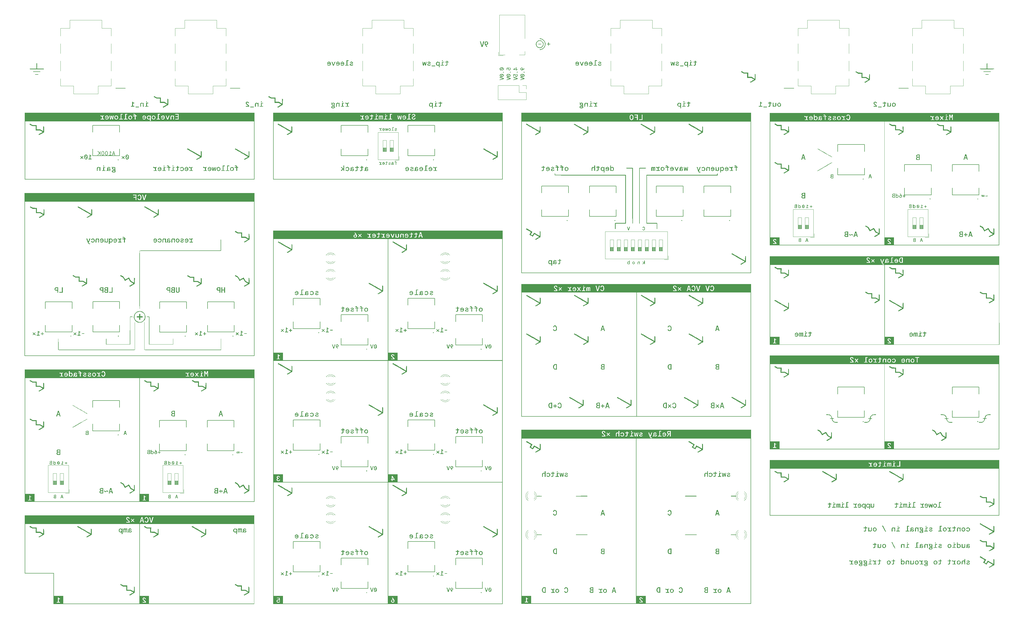
<source format=gbr>
%TF.GenerationSoftware,KiCad,Pcbnew,(6.0.9-0)*%
%TF.CreationDate,2023-07-01T22:34:15+02:00*%
%TF.ProjectId,konstrukt-kicad6,6b6f6e73-7472-4756-9b74-2d6b69636164,rev?*%
%TF.SameCoordinates,Original*%
%TF.FileFunction,Legend,Bot*%
%TF.FilePolarity,Positive*%
%FSLAX46Y46*%
G04 Gerber Fmt 4.6, Leading zero omitted, Abs format (unit mm)*
G04 Created by KiCad (PCBNEW (6.0.9-0)) date 2023-07-01 22:34:15*
%MOMM*%
%LPD*%
G01*
G04 APERTURE LIST*
%ADD10C,0.150000*%
%ADD11C,0.127000*%
%ADD12C,0.200000*%
%ADD13C,0.120000*%
%ADD14R,1.600000X1.600000*%
%ADD15O,1.600000X1.600000*%
%ADD16C,8.600000*%
%ADD17C,4.700000*%
%ADD18O,2.700000X5.400000*%
%ADD19R,1.800000X1.800000*%
%ADD20C,1.800000*%
%ADD21C,6.400000*%
%ADD22C,3.600000*%
%ADD23C,3.000000*%
%ADD24R,4.600000X2.000000*%
%ADD25O,4.200000X2.000000*%
%ADD26O,2.000000X4.200000*%
%ADD27R,1.700000X1.700000*%
%ADD28O,1.700000X1.700000*%
G04 APERTURE END LIST*
D10*
%TO.C,*%
%TO.C,RV1201*%
X34356333Y-44890333D02*
X33689666Y-44890333D01*
X34489666Y-45290333D02*
X34023000Y-43890333D01*
X33556333Y-45290333D01*
X32356333Y-45290333D02*
X33156333Y-45290333D01*
X32756333Y-45290333D02*
X32756333Y-43890333D01*
X32889666Y-44090333D01*
X33023000Y-44223666D01*
X33156333Y-44290333D01*
X31489666Y-43890333D02*
X31356333Y-43890333D01*
X31223000Y-43957000D01*
X31156333Y-44023666D01*
X31089666Y-44157000D01*
X31023000Y-44423666D01*
X31023000Y-44757000D01*
X31089666Y-45023666D01*
X31156333Y-45157000D01*
X31223000Y-45223666D01*
X31356333Y-45290333D01*
X31489666Y-45290333D01*
X31623000Y-45223666D01*
X31689666Y-45157000D01*
X31756333Y-45023666D01*
X31823000Y-44757000D01*
X31823000Y-44423666D01*
X31756333Y-44157000D01*
X31689666Y-44023666D01*
X31623000Y-43957000D01*
X31489666Y-43890333D01*
X30156333Y-43890333D02*
X30023000Y-43890333D01*
X29889666Y-43957000D01*
X29823000Y-44023666D01*
X29756333Y-44157000D01*
X29689666Y-44423666D01*
X29689666Y-44757000D01*
X29756333Y-45023666D01*
X29823000Y-45157000D01*
X29889666Y-45223666D01*
X30023000Y-45290333D01*
X30156333Y-45290333D01*
X30289666Y-45223666D01*
X30356333Y-45157000D01*
X30423000Y-45023666D01*
X30489666Y-44757000D01*
X30489666Y-44423666D01*
X30423000Y-44157000D01*
X30356333Y-44023666D01*
X30289666Y-43957000D01*
X30156333Y-43890333D01*
X29089666Y-45290333D02*
X29089666Y-43890333D01*
X28289666Y-45290333D02*
X28889666Y-44490333D01*
X28289666Y-43890333D02*
X29089666Y-44690333D01*
%TO.C,*%
G36*
X339400000Y-186560000D02*
G01*
X338940000Y-186560000D01*
X338940000Y-187499000D01*
X339185000Y-187504000D01*
X339430000Y-187510000D01*
X339442000Y-187740000D01*
X338180000Y-187740000D01*
X338180000Y-187500000D01*
X338660000Y-187500000D01*
X338660000Y-186320000D01*
X339400000Y-186320000D01*
X339400000Y-186560000D01*
G37*
G36*
X328702000Y-186316000D02*
G01*
X328904000Y-186434000D01*
X328911000Y-186441000D01*
X328981000Y-186484000D01*
X329004000Y-186390000D01*
X329006000Y-186375000D01*
X329031000Y-186336000D01*
X329140000Y-186330000D01*
X329270000Y-186330000D01*
X329275000Y-187010000D01*
X329276000Y-187132000D01*
X329276000Y-187422000D01*
X329275000Y-187629000D01*
X329271000Y-187715000D01*
X329259000Y-187725000D01*
X329121000Y-187740000D01*
X328980000Y-187740000D01*
X328980000Y-187275000D01*
X328979000Y-187218000D01*
X328974000Y-186935000D01*
X328954000Y-186765000D01*
X328912000Y-186666000D01*
X328837000Y-186598000D01*
X328810000Y-186582000D01*
X328621000Y-186547000D01*
X328445000Y-186597000D01*
X328416000Y-186618000D01*
X328358000Y-186681000D01*
X328325000Y-186781000D01*
X328310000Y-186958000D01*
X328303000Y-187255000D01*
X328296000Y-187740000D01*
X328020000Y-187740000D01*
X328020000Y-187244000D01*
X328021000Y-187081000D01*
X328028000Y-186811000D01*
X328052000Y-186640000D01*
X328099000Y-186530000D01*
X328177000Y-186437000D01*
X328335000Y-186329000D01*
X328556000Y-186300000D01*
X328702000Y-186316000D01*
G37*
G36*
X325880000Y-185980000D02*
G01*
X325420000Y-185980000D01*
X325420000Y-187499000D01*
X325665000Y-187504000D01*
X325910000Y-187510000D01*
X325916000Y-187597000D01*
X325917000Y-187619000D01*
X325912000Y-187713000D01*
X325884000Y-187726000D01*
X325790000Y-187734000D01*
X325597000Y-187737000D01*
X325276000Y-187735000D01*
X324650000Y-187730000D01*
X324650000Y-187510000D01*
X324895000Y-187504000D01*
X325140000Y-187499000D01*
X325140000Y-185760000D01*
X325880000Y-185760000D01*
X325880000Y-185980000D01*
G37*
G36*
X139840000Y-197000000D02*
G01*
X140300000Y-197000000D01*
X140300000Y-197200000D01*
X139840000Y-197200000D01*
X139840000Y-197640000D01*
X139620000Y-197640000D01*
X139620000Y-197200000D01*
X139180000Y-197200000D01*
X139180000Y-197000000D01*
X139620000Y-197000000D01*
X139620000Y-196560000D01*
X139840000Y-196560000D01*
X139840000Y-197000000D01*
G37*
G36*
X204309000Y-27974000D02*
G01*
X204299000Y-27994000D01*
X204102000Y-28187000D01*
X203785000Y-28278000D01*
X203721000Y-28283000D01*
X203362000Y-28255000D01*
X203103000Y-28113000D01*
X203021000Y-28015000D01*
X202994548Y-27895000D01*
X203259000Y-27895000D01*
X203374000Y-28012000D01*
X203494000Y-28045000D01*
X203713000Y-28056000D01*
X203891000Y-28023000D01*
X203919000Y-28008000D01*
X204026000Y-27920000D01*
X204080000Y-27842000D01*
X204061000Y-27821000D01*
X203961000Y-27744000D01*
X203842000Y-27660000D01*
X203552000Y-27660000D01*
X203406000Y-27670000D01*
X203327000Y-27699000D01*
X203267000Y-27759000D01*
X203259000Y-27895000D01*
X202994548Y-27895000D01*
X202980000Y-27829000D01*
X202993000Y-27711000D01*
X203111000Y-27528000D01*
X203130000Y-27514000D01*
X203230000Y-27464000D01*
X203380000Y-27437000D01*
X203634000Y-27422000D01*
X203676000Y-27421000D01*
X203867000Y-27411000D01*
X203958000Y-27395000D01*
X204002000Y-27367000D01*
X204035000Y-27299000D01*
X203989000Y-27210000D01*
X203873000Y-27199000D01*
X203832000Y-27209000D01*
X203684000Y-27220000D01*
X203633000Y-27219000D01*
X203332000Y-27149000D01*
X203139000Y-26983000D01*
X203074179Y-26745000D01*
X203353000Y-26745000D01*
X203366000Y-26832000D01*
X203489000Y-26968000D01*
X203519000Y-26979000D01*
X203673000Y-27000000D01*
X203733000Y-26996000D01*
X203918000Y-26913000D01*
X203985000Y-26738000D01*
X203980000Y-26685000D01*
X203876000Y-26537000D01*
X203670000Y-26480000D01*
X203605000Y-26485000D01*
X203422000Y-26571000D01*
X203353000Y-26745000D01*
X203074179Y-26745000D01*
X203072000Y-26737000D01*
X203117000Y-26551000D01*
X203156000Y-26478000D01*
X203140000Y-26460000D01*
X203081000Y-26435000D01*
X202975000Y-26366000D01*
X202920000Y-26312000D01*
X202923000Y-26302000D01*
X202988000Y-26222000D01*
X203055000Y-26157000D01*
X203181000Y-26249000D01*
X203256000Y-26299000D01*
X203334000Y-26331000D01*
X203514000Y-26280000D01*
X203845000Y-26280000D01*
X204116000Y-26409000D01*
X204222000Y-26547000D01*
X204258000Y-26738000D01*
X204266000Y-26783000D01*
X204177000Y-27007000D01*
X204114000Y-27085000D01*
X204178000Y-27134000D01*
X204181000Y-27137000D01*
X204293000Y-27308000D01*
X204260000Y-27495000D01*
X204256000Y-27502000D01*
X204170000Y-27584000D01*
X204121000Y-27618000D01*
X204140000Y-27639000D01*
X204241000Y-27717000D01*
X204304000Y-27768000D01*
X204360000Y-27838000D01*
X204359000Y-27842000D01*
X204356000Y-27860000D01*
X204309000Y-27974000D01*
G37*
G36*
X115357000Y-26279000D02*
G01*
X115571000Y-26393000D01*
X115598000Y-26418000D01*
X115648000Y-26457000D01*
X115649000Y-26453000D01*
X115671000Y-26370000D01*
X115690000Y-26290000D01*
X115940000Y-26278000D01*
X115940000Y-27700000D01*
X115663000Y-27700000D01*
X115657000Y-27225000D01*
X115654000Y-27074000D01*
X115647000Y-26862000D01*
X115636000Y-26747000D01*
X115615000Y-26687000D01*
X115482000Y-26554000D01*
X115291000Y-26509000D01*
X115111000Y-26564000D01*
X115001000Y-26717000D01*
X114992000Y-26787000D01*
X114984000Y-26983000D01*
X114980000Y-27245000D01*
X114980000Y-27700000D01*
X114677000Y-27700000D01*
X114685000Y-27185000D01*
X114687000Y-27040000D01*
X114699000Y-26766000D01*
X114723000Y-26595000D01*
X114768000Y-26486000D01*
X114842000Y-26398000D01*
X114871000Y-26372000D01*
X115099000Y-26272000D01*
X115357000Y-26279000D01*
G37*
G36*
X88202000Y-26520000D02*
G01*
X87740000Y-26520000D01*
X87740000Y-27480000D01*
X88220000Y-27480000D01*
X88220000Y-27700000D01*
X86960000Y-27700000D01*
X86960000Y-27480000D01*
X87439000Y-27480000D01*
X87445000Y-26885000D01*
X87450000Y-26290000D01*
X88190000Y-26290000D01*
X88202000Y-26520000D01*
G37*
G36*
X86000000Y-26297000D02*
G01*
X86178000Y-26413000D01*
X86227000Y-26454000D01*
X86255000Y-26369000D01*
X86272000Y-26290000D01*
X86520000Y-26278000D01*
X86520000Y-27700000D01*
X86240000Y-27700000D01*
X86240000Y-27235000D01*
X86237000Y-26950000D01*
X86222000Y-26777000D01*
X86187000Y-26674000D01*
X86125000Y-26595000D01*
X86084000Y-26561000D01*
X85890000Y-26506000D01*
X85695000Y-26564000D01*
X85686000Y-26570000D01*
X85619000Y-26638000D01*
X85581000Y-26744000D01*
X85565000Y-26930000D01*
X85560000Y-27235000D01*
X85560000Y-27700000D01*
X85280000Y-27700000D01*
X85280000Y-27083000D01*
X85282000Y-26836000D01*
X85288000Y-26693000D01*
X85302000Y-26613000D01*
X85327000Y-26550000D01*
X85423000Y-26409000D01*
X85640000Y-26280000D01*
X85751000Y-26264000D01*
X86000000Y-26297000D01*
G37*
G36*
X155027000Y-11132000D02*
G01*
X155036000Y-11200000D01*
X155069000Y-11312000D01*
X155145000Y-11367000D01*
X155375000Y-11400000D01*
X155500000Y-11400000D01*
X155500000Y-11620000D01*
X155060000Y-11620000D01*
X155060000Y-12009000D01*
X155059000Y-12134000D01*
X155051000Y-12362000D01*
X155039000Y-12497000D01*
X155029000Y-12533000D01*
X154891000Y-12729000D01*
X154630000Y-12827000D01*
X154604000Y-12829000D01*
X154449000Y-12826000D01*
X154315000Y-12807000D01*
X154294000Y-12792000D01*
X154280000Y-12691000D01*
X154280000Y-12584000D01*
X154460000Y-12577000D01*
X154523000Y-12574000D01*
X154633000Y-12558000D01*
X154695000Y-12515000D01*
X154750000Y-12459000D01*
X154756000Y-12040000D01*
X154762000Y-11620000D01*
X154200000Y-11620000D01*
X154200000Y-11400000D01*
X154759000Y-11400000D01*
X154764000Y-11205000D01*
X154770000Y-11010000D01*
X155014000Y-10998000D01*
X155027000Y-11132000D01*
G37*
G36*
X148646000Y-11411000D02*
G01*
X148849000Y-11542000D01*
X148930000Y-11734000D01*
X148888000Y-11964000D01*
X148833000Y-12029000D01*
X148650000Y-12123000D01*
X148330000Y-12210000D01*
X148204000Y-12246000D01*
X148105000Y-12311000D01*
X148048000Y-12397000D01*
X148081000Y-12521000D01*
X148179000Y-12581000D01*
X148366000Y-12600000D01*
X148566000Y-12565000D01*
X148677000Y-12439000D01*
X148710000Y-12360000D01*
X148984000Y-12360000D01*
X148971000Y-12435000D01*
X148964000Y-12465000D01*
X148832000Y-12681000D01*
X148593000Y-12799000D01*
X148556000Y-12806000D01*
X148450000Y-12828000D01*
X148430000Y-12831000D01*
X148269000Y-12823000D01*
X148085000Y-12788000D01*
X147881000Y-12669000D01*
X147784000Y-12471000D01*
X147825000Y-12239000D01*
X147896000Y-12145000D01*
X148051000Y-12055000D01*
X148320000Y-11970000D01*
X148530000Y-11907000D01*
X148634000Y-11846000D01*
X148660000Y-11766000D01*
X148659000Y-11759000D01*
X148604000Y-11661000D01*
X148601000Y-11658000D01*
X148434000Y-11588000D01*
X148243000Y-11612000D01*
X148110000Y-11720000D01*
X148106000Y-11727000D01*
X148062000Y-11772000D01*
X147949000Y-11780000D01*
X147940000Y-11780000D01*
X147838000Y-11773000D01*
X147820000Y-11735000D01*
X147869000Y-11607000D01*
X147990000Y-11476000D01*
X148101000Y-11418000D01*
X148374000Y-11368000D01*
X148646000Y-11411000D01*
G37*
G36*
X1800000Y-54080000D02*
G01*
X1800000Y-33000000D01*
X1940000Y-33000000D01*
X1940000Y-53920000D01*
X84900000Y-53920000D01*
X84900000Y-33000000D01*
X1940000Y-33000000D01*
X1800000Y-33000000D01*
X1800000Y-31134000D01*
X29180000Y-31134000D01*
X29351000Y-31146000D01*
X29585000Y-31196000D01*
X29778000Y-31348000D01*
X29792000Y-31370000D01*
X29818000Y-31433000D01*
X29830000Y-31542000D01*
X29836000Y-31753000D01*
X29843000Y-32080000D01*
X29320000Y-32080000D01*
X29320000Y-32300000D01*
X30540000Y-32300000D01*
X30540000Y-32080000D01*
X30140000Y-32080000D01*
X30140000Y-31548000D01*
X30930000Y-31548000D01*
X30931000Y-31642000D01*
X31001000Y-31651000D01*
X31189000Y-31657000D01*
X31454000Y-31660000D01*
X31965000Y-31660000D01*
X31955000Y-31752000D01*
X31878000Y-31939000D01*
X31702000Y-32067000D01*
X31486000Y-32092000D01*
X31285000Y-31994000D01*
X31268000Y-31976000D01*
X31220000Y-31906000D01*
X31204000Y-31890000D01*
X31080000Y-31880000D01*
X31014000Y-31881000D01*
X30944000Y-31908000D01*
X30978000Y-32011000D01*
X30979000Y-32014000D01*
X31111000Y-32175000D01*
X31295000Y-32289000D01*
X31345000Y-32300000D01*
X31372000Y-32306000D01*
X31595000Y-32317000D01*
X31792000Y-32292000D01*
X31795000Y-32291000D01*
X32049000Y-32131000D01*
X32211000Y-31864000D01*
X32234000Y-31742000D01*
X32233000Y-31487000D01*
X32183000Y-31272000D01*
X32102000Y-31130000D01*
X31867000Y-30937000D01*
X31863000Y-30935000D01*
X31855212Y-30932000D01*
X32500000Y-30932000D01*
X32516000Y-31031000D01*
X32550000Y-31237000D01*
X32597000Y-31502000D01*
X32639000Y-31742000D01*
X32646000Y-31781000D01*
X32691000Y-32028000D01*
X32722000Y-32195000D01*
X32743000Y-32300000D01*
X33053000Y-32300000D01*
X33149000Y-31855000D01*
X33191000Y-31665000D01*
X33237000Y-31468000D01*
X33261000Y-31380000D01*
X33269000Y-31366000D01*
X33279000Y-31372000D01*
X33297000Y-31436000D01*
X33333000Y-31591000D01*
X33396000Y-31870000D01*
X33490000Y-32290000D01*
X33644000Y-32296000D01*
X33692000Y-32297000D01*
X33785000Y-32292000D01*
X33810000Y-32256000D01*
X33822000Y-32193000D01*
X33856000Y-32009000D01*
X33901000Y-31753000D01*
X33927585Y-31600000D01*
X34290000Y-31600000D01*
X34291000Y-31683000D01*
X34304000Y-31817000D01*
X34346000Y-31930000D01*
X34410000Y-32043000D01*
X34650000Y-32256000D01*
X34654000Y-32258000D01*
X34769000Y-32299000D01*
X34940000Y-32313000D01*
X35012000Y-32315000D01*
X35130125Y-32300000D01*
X36040000Y-32300000D01*
X39000000Y-32300000D01*
X39000000Y-32080000D01*
X38520000Y-32080000D01*
X38520000Y-31516000D01*
X39363000Y-31516000D01*
X39392000Y-31840000D01*
X39489000Y-32044000D01*
X39730000Y-32256000D01*
X39734000Y-32258000D01*
X39849000Y-32299000D01*
X39857000Y-32300000D01*
X40020000Y-32313000D01*
X40094000Y-32315000D01*
X40282000Y-32290000D01*
X40447000Y-32202000D01*
X40508000Y-32154000D01*
X40673000Y-31900000D01*
X40716000Y-31542000D01*
X40716000Y-31531000D01*
X40698000Y-31361000D01*
X40650000Y-31234000D01*
X40569366Y-31120000D01*
X41080000Y-31120000D01*
X41680000Y-31120000D01*
X41680000Y-32300000D01*
X41980000Y-32300000D01*
X41980000Y-31660000D01*
X44480000Y-31660000D01*
X44989000Y-31660000D01*
X45234000Y-31662000D01*
X45429000Y-31667000D01*
X45506000Y-31675000D01*
X45509000Y-31707000D01*
X45474000Y-31831000D01*
X45411000Y-31951000D01*
X45403000Y-31961000D01*
X45220000Y-32077000D01*
X45001000Y-32088000D01*
X44820000Y-31987000D01*
X44803000Y-31967000D01*
X44760000Y-31899000D01*
X44739000Y-31889000D01*
X44620000Y-31880000D01*
X44553000Y-31881000D01*
X44484000Y-31909000D01*
X44522000Y-32013000D01*
X44638000Y-32163000D01*
X44835000Y-32289000D01*
X44889000Y-32303000D01*
X45129000Y-32318000D01*
X45355000Y-32282000D01*
X45362000Y-32280000D01*
X45604000Y-32116000D01*
X45751000Y-31858000D01*
X45776200Y-31641000D01*
X46113000Y-31641000D01*
X46182000Y-31960000D01*
X46314000Y-32143000D01*
X46515000Y-32280000D01*
X46649000Y-32314000D01*
X46920000Y-32302000D01*
X47135000Y-32195000D01*
X47180000Y-32153000D01*
X47180000Y-32860000D01*
X47480000Y-32860000D01*
X47480000Y-31600000D01*
X47830000Y-31600000D01*
X47831000Y-31674000D01*
X47843000Y-31813000D01*
X47883000Y-31922000D01*
X47943000Y-32029000D01*
X48184000Y-32251000D01*
X48207000Y-32263000D01*
X48316000Y-32302000D01*
X48480000Y-32314000D01*
X48646000Y-32312000D01*
X48693250Y-32300000D01*
X49580000Y-32300000D01*
X50840000Y-32300000D01*
X50840000Y-32080000D01*
X50360000Y-32080000D01*
X50362745Y-31660000D01*
X51234000Y-31660000D01*
X52280000Y-31660000D01*
X52280000Y-31715000D01*
X52271000Y-31775000D01*
X52166000Y-31959000D01*
X51989000Y-32080000D01*
X51892000Y-32097000D01*
X51687000Y-32057000D01*
X51549000Y-31938000D01*
X51542000Y-31926000D01*
X51498000Y-31886000D01*
X51380000Y-31880000D01*
X51241000Y-31880000D01*
X51262000Y-31935000D01*
X51371000Y-32124000D01*
X51614000Y-32291000D01*
X51669000Y-32300000D01*
X51738000Y-32311000D01*
X51933000Y-32317000D01*
X52080000Y-32301000D01*
X52301000Y-32186000D01*
X52495000Y-31944000D01*
X52508000Y-31914000D01*
X52558000Y-31644000D01*
X52531000Y-31370000D01*
X52390000Y-31103000D01*
X52152000Y-30923000D01*
X52030309Y-30900000D01*
X52880000Y-30900000D01*
X52916000Y-30995000D01*
X52922000Y-31011000D01*
X52978000Y-31157000D01*
X53069000Y-31400000D01*
X53161000Y-31644000D01*
X53180000Y-31695000D01*
X53409000Y-32300000D01*
X53585000Y-32300000D01*
X54636000Y-32300000D01*
X54940000Y-32300000D01*
X54940000Y-31835000D01*
X54941000Y-31789000D01*
X54946000Y-31497000D01*
X54966000Y-31322000D01*
X55009000Y-31223000D01*
X55084000Y-31160000D01*
X55097000Y-31153000D01*
X55284000Y-31118000D01*
X55461000Y-31165000D01*
X55489000Y-31185000D01*
X55556000Y-31250000D01*
X55593000Y-31351000D01*
X55610000Y-31529000D01*
X55617000Y-31825000D01*
X55623000Y-32300000D01*
X55900000Y-32300000D01*
X56360000Y-32300000D01*
X57580000Y-32300000D01*
X57580000Y-30320000D01*
X56380000Y-30320000D01*
X56380000Y-30580000D01*
X57280000Y-30580000D01*
X57280000Y-31180000D01*
X56500000Y-31180000D01*
X56500000Y-31420000D01*
X57280000Y-31420000D01*
X57280000Y-32040000D01*
X56360000Y-32040000D01*
X56360000Y-32300000D01*
X55900000Y-32300000D01*
X55900000Y-30900000D01*
X55644000Y-30900000D01*
X55630000Y-30980000D01*
X55627000Y-30998000D01*
X55602000Y-31060000D01*
X55600000Y-31060000D01*
X55538000Y-31008000D01*
X55523000Y-30992000D01*
X55305000Y-30881000D01*
X55047000Y-30880000D01*
X54978000Y-30914000D01*
X54822000Y-30991000D01*
X54794000Y-31019000D01*
X54698000Y-31165000D01*
X54694000Y-31174000D01*
X54670000Y-31242000D01*
X54656000Y-31337000D01*
X54649000Y-31503000D01*
X54644000Y-31785000D01*
X54636000Y-32300000D01*
X53585000Y-32300000D01*
X53695000Y-32297000D01*
X53770000Y-32275000D01*
X53777000Y-32256000D01*
X53828000Y-32121000D01*
X53917000Y-31887000D01*
X54030000Y-31590000D01*
X54081000Y-31453000D01*
X54183000Y-31182000D01*
X54254000Y-30991000D01*
X54280000Y-30914000D01*
X54257000Y-30907000D01*
X54135000Y-30904000D01*
X53991000Y-30910000D01*
X53793000Y-31455000D01*
X53780000Y-31491000D01*
X53684000Y-31749000D01*
X53613000Y-31931000D01*
X53582000Y-32000000D01*
X53581000Y-31999000D01*
X53544000Y-31911000D01*
X53469000Y-31716000D01*
X53372000Y-31450000D01*
X53174000Y-30900000D01*
X52880000Y-30900000D01*
X52030309Y-30900000D01*
X51861000Y-30868000D01*
X51555000Y-30955000D01*
X51525000Y-30972000D01*
X51335000Y-31186000D01*
X51247000Y-31523000D01*
X51234000Y-31660000D01*
X50362745Y-31660000D01*
X50370000Y-30550000D01*
X50595000Y-30544000D01*
X50820000Y-30539000D01*
X50820000Y-30320000D01*
X50080000Y-30320000D01*
X50080000Y-32080000D01*
X49580000Y-32080000D01*
X49580000Y-32300000D01*
X48693250Y-32300000D01*
X48772000Y-32280000D01*
X48835000Y-32251000D01*
X49060000Y-32044000D01*
X49181000Y-31733000D01*
X49177000Y-31415000D01*
X49052000Y-31135000D01*
X48825000Y-30944000D01*
X48520000Y-30872000D01*
X48382000Y-30882000D01*
X48096000Y-31001000D01*
X47896000Y-31256000D01*
X47863000Y-31327000D01*
X47835000Y-31433000D01*
X47830000Y-31600000D01*
X47480000Y-31600000D01*
X47480000Y-30900000D01*
X47242000Y-30900000D01*
X47229000Y-30990000D01*
X47224000Y-31017000D01*
X47206000Y-31080000D01*
X47205000Y-31080000D01*
X47157000Y-31031000D01*
X47129000Y-31004000D01*
X47005000Y-30926000D01*
X46853000Y-30878000D01*
X46565000Y-30898000D01*
X46315000Y-31046000D01*
X46304000Y-31057000D01*
X46157000Y-31318000D01*
X46125000Y-31548000D01*
X46113000Y-31641000D01*
X45776200Y-31641000D01*
X45787000Y-31548000D01*
X45700000Y-31227000D01*
X45650000Y-31141000D01*
X45423000Y-30941000D01*
X45108000Y-30872000D01*
X44964000Y-30881000D01*
X44834000Y-30927000D01*
X44734000Y-30989000D01*
X44630000Y-31120000D01*
X44547000Y-31225000D01*
X44480000Y-31542000D01*
X44480000Y-31660000D01*
X41980000Y-31660000D01*
X41980000Y-31120000D01*
X42380000Y-31120000D01*
X42380000Y-30900000D01*
X41985000Y-30900000D01*
X41975000Y-30760000D01*
X41938000Y-30590000D01*
X41779000Y-30391000D01*
X41510000Y-30305000D01*
X41423000Y-30304000D01*
X41259000Y-30325000D01*
X41168000Y-30363000D01*
X41166000Y-30375000D01*
X41180000Y-30479000D01*
X41207000Y-30561000D01*
X41266000Y-30558000D01*
X41448000Y-30541000D01*
X41616000Y-30625000D01*
X41680000Y-30808000D01*
X41680000Y-30900000D01*
X41080000Y-30900000D01*
X41080000Y-31120000D01*
X40569366Y-31120000D01*
X40534000Y-31070000D01*
X40282000Y-30908000D01*
X39983000Y-30870000D01*
X39683000Y-30967000D01*
X39647000Y-30990000D01*
X39454000Y-31215000D01*
X39363000Y-31516000D01*
X38520000Y-31516000D01*
X38520000Y-30540000D01*
X38982000Y-30540000D01*
X38970000Y-30330000D01*
X38595000Y-30325000D01*
X38220000Y-30319000D01*
X38220000Y-32080000D01*
X37740000Y-32080000D01*
X37740000Y-32300000D01*
X37300000Y-32300000D01*
X37300000Y-32080000D01*
X36820000Y-32080000D01*
X36820000Y-30540000D01*
X37280000Y-30540000D01*
X37280000Y-30320000D01*
X36540000Y-30320000D01*
X36540000Y-32080000D01*
X36040000Y-32080000D01*
X36040000Y-32300000D01*
X35130125Y-32300000D01*
X35201000Y-32291000D01*
X35366000Y-32203000D01*
X35536000Y-32020000D01*
X35640000Y-31700000D01*
X35639000Y-31462000D01*
X35551000Y-31191000D01*
X35387000Y-31008000D01*
X35109000Y-30883000D01*
X34798000Y-30889000D01*
X34791000Y-30891000D01*
X34715000Y-30928000D01*
X34528000Y-31018000D01*
X34352000Y-31260000D01*
X34323000Y-31323000D01*
X34295000Y-31431000D01*
X34290000Y-31600000D01*
X33927585Y-31600000D01*
X33950000Y-31471000D01*
X33995000Y-31209000D01*
X34027000Y-31012000D01*
X34040000Y-30928000D01*
X34025000Y-30908000D01*
X33915000Y-30904000D01*
X33791000Y-30910000D01*
X33727000Y-31330000D01*
X33703000Y-31490000D01*
X33669000Y-31713000D01*
X33650000Y-31837000D01*
X33646000Y-31862000D01*
X33625000Y-31911000D01*
X33611000Y-31864000D01*
X33572000Y-31697000D01*
X33520000Y-31454000D01*
X33427000Y-31010000D01*
X33110000Y-31010000D01*
X33018000Y-31455000D01*
X32979000Y-31645000D01*
X32936000Y-31834000D01*
X32915000Y-31912000D01*
X32910000Y-31909000D01*
X32889000Y-31827000D01*
X32879000Y-31767000D01*
X32850000Y-31573000D01*
X32811000Y-31320000D01*
X32748000Y-30910000D01*
X32624000Y-30904000D01*
X32534000Y-30904000D01*
X32500000Y-30929000D01*
X32500000Y-30932000D01*
X31855212Y-30932000D01*
X31728000Y-30883000D01*
X31572000Y-30872000D01*
X31462000Y-30877000D01*
X31310000Y-30917000D01*
X31159000Y-31016000D01*
X31001000Y-31223000D01*
X30995000Y-31238000D01*
X30956000Y-31385000D01*
X30930000Y-31548000D01*
X30140000Y-31548000D01*
X30140000Y-31100000D01*
X30540000Y-31100000D01*
X30540000Y-30900000D01*
X30212000Y-30900000D01*
X30042000Y-30901000D01*
X29911000Y-30912000D01*
X29865000Y-30949000D01*
X29860000Y-31028000D01*
X29860000Y-31031000D01*
X29849000Y-31105000D01*
X29831000Y-31098000D01*
X29744000Y-31022000D01*
X29712000Y-30992000D01*
X29558000Y-30903000D01*
X29327000Y-30865000D01*
X29180000Y-30854000D01*
X29180000Y-31134000D01*
X1800000Y-31134000D01*
X1800000Y-29900000D01*
X85060000Y-29900000D01*
X85060000Y-54080000D01*
X1800000Y-54080000D01*
G37*
G36*
X108000000Y-182861000D02*
G01*
X108207000Y-183006000D01*
X108254000Y-183080000D01*
X108276000Y-183216000D01*
X108275000Y-183328000D01*
X108237000Y-183419000D01*
X108193000Y-183469000D01*
X108042000Y-183557000D01*
X107774000Y-183639000D01*
X107528000Y-183719000D01*
X107416000Y-183809000D01*
X107409000Y-183931000D01*
X107419000Y-183955000D01*
X107538000Y-184032000D01*
X107725000Y-184059000D01*
X107910000Y-184023000D01*
X107962000Y-183993000D01*
X108048000Y-183855000D01*
X108078000Y-183828000D01*
X108199000Y-183820000D01*
X108339000Y-183820000D01*
X108327000Y-183885000D01*
X108322000Y-183906000D01*
X108194000Y-184132000D01*
X107946000Y-184258000D01*
X107887000Y-184267000D01*
X107720000Y-184278000D01*
X107719000Y-184278000D01*
X107406000Y-184233000D01*
X107209000Y-184095000D01*
X107140000Y-183874000D01*
X107153000Y-183754000D01*
X107253000Y-183597000D01*
X107262000Y-183589000D01*
X107339000Y-183533000D01*
X107454000Y-183487000D01*
X107666000Y-183429000D01*
X107752000Y-183406000D01*
X107906000Y-183356000D01*
X107975000Y-183310000D01*
X108016000Y-183235000D01*
X107963000Y-183116000D01*
X107897000Y-183063000D01*
X107775000Y-183044000D01*
X107599000Y-183060000D01*
X107464000Y-183174000D01*
X107432000Y-183242000D01*
X107301000Y-183236000D01*
X107276000Y-183235000D01*
X107186000Y-183222000D01*
X107177000Y-183180000D01*
X107216000Y-183074000D01*
X107355000Y-182921000D01*
X107489000Y-182856000D01*
X107801000Y-182824000D01*
X108000000Y-182861000D01*
G37*
G36*
X105937000Y-182831000D02*
G01*
X106074000Y-182843000D01*
X106187000Y-182890000D01*
X106413000Y-183074000D01*
X106552000Y-183362000D01*
X106560000Y-183699000D01*
X106536000Y-183800000D01*
X106383000Y-184076000D01*
X106114000Y-184244000D01*
X106077000Y-184256000D01*
X105796000Y-184275000D01*
X105528000Y-184204000D01*
X105422000Y-184139000D01*
X105257000Y-183930000D01*
X105232000Y-183872000D01*
X105234000Y-183794000D01*
X105359000Y-183780000D01*
X105498000Y-183780000D01*
X105532000Y-183852000D01*
X105564000Y-183903000D01*
X105735000Y-184015000D01*
X105950000Y-184028000D01*
X106140000Y-183934000D01*
X106237000Y-183801000D01*
X106276000Y-183595000D01*
X106277000Y-183528000D01*
X106211000Y-183261000D01*
X106031000Y-183098000D01*
X105924000Y-183065000D01*
X105701000Y-183099000D01*
X105538000Y-183265000D01*
X105499000Y-183340000D01*
X105360000Y-183340000D01*
X105286000Y-183337000D01*
X105220000Y-183321000D01*
X105223000Y-183295000D01*
X105287000Y-183141000D01*
X105396000Y-182996000D01*
X105426000Y-182969000D01*
X105618000Y-182860000D01*
X105880000Y-182830000D01*
X105937000Y-182831000D01*
G37*
G36*
X104678000Y-183936000D02*
G01*
X104657000Y-184046000D01*
X104593000Y-184136000D01*
X104370000Y-184263000D01*
X104316000Y-184270000D01*
X104158000Y-184271000D01*
X104003000Y-184250000D01*
X103786000Y-184132000D01*
X103727000Y-184082000D01*
X103694000Y-184139000D01*
X103621000Y-184210000D01*
X103425000Y-184264000D01*
X103368000Y-184264000D01*
X103262000Y-184238000D01*
X103240000Y-184138000D01*
X103240000Y-184038000D01*
X103310000Y-184051000D01*
X103430000Y-184032000D01*
X103446000Y-184021000D01*
X103470000Y-183983000D01*
X103479000Y-183888000D01*
X103479852Y-183715000D01*
X103780000Y-183715000D01*
X103808000Y-183859000D01*
X103960000Y-184005000D01*
X103972000Y-184011000D01*
X104178000Y-184060000D01*
X104337000Y-184007000D01*
X104400000Y-183866000D01*
X104393000Y-183810000D01*
X104293000Y-183700000D01*
X104058000Y-183641000D01*
X103988000Y-183632000D01*
X103840000Y-183620000D01*
X103787000Y-183643000D01*
X103780000Y-183715000D01*
X103479852Y-183715000D01*
X103480000Y-183685000D01*
X103487000Y-183404000D01*
X103524000Y-183157000D01*
X103603000Y-183000000D01*
X103738000Y-182894000D01*
X103979000Y-182824000D01*
X104263000Y-182847000D01*
X104457000Y-182954000D01*
X104587000Y-183125000D01*
X104628000Y-183242000D01*
X104612000Y-183295000D01*
X104493000Y-183300000D01*
X104433000Y-183300000D01*
X104352000Y-183289000D01*
X104330000Y-183241000D01*
X104325000Y-183225000D01*
X104248000Y-183121000D01*
X104189000Y-183078000D01*
X104068000Y-183060000D01*
X103934000Y-183078000D01*
X103813000Y-183187000D01*
X103799000Y-183226000D01*
X103779000Y-183340000D01*
X103788000Y-183400000D01*
X103789000Y-183400000D01*
X103921000Y-183411000D01*
X104119000Y-183437000D01*
X104308000Y-183467000D01*
X104413000Y-183490000D01*
X104433000Y-183499000D01*
X104622000Y-183648000D01*
X104676000Y-183866000D01*
X104680000Y-183881000D01*
X104678000Y-183936000D01*
G37*
G36*
X101037000Y-183606000D02*
G01*
X100995000Y-183864000D01*
X100863000Y-184066000D01*
X100761000Y-184160000D01*
X100570000Y-184252000D01*
X100474000Y-184273000D01*
X100193000Y-184260000D01*
X99951000Y-184164000D01*
X99891000Y-184108000D01*
X99788000Y-183970000D01*
X99740000Y-183856000D01*
X99759000Y-183828000D01*
X99868000Y-183820000D01*
X99889000Y-183820000D01*
X99988000Y-183831000D01*
X100037000Y-183889000D01*
X100161000Y-183998000D01*
X100371000Y-184043000D01*
X100575000Y-183986000D01*
X100686000Y-183873000D01*
X100763000Y-183690000D01*
X100770000Y-183630000D01*
X100257000Y-183625000D01*
X99996000Y-183622000D01*
X99822000Y-183613000D01*
X99744000Y-183584000D01*
X99729000Y-183521000D01*
X99741625Y-183420000D01*
X100001000Y-183420000D01*
X100401000Y-183420000D01*
X100633000Y-183418000D01*
X100741000Y-183402000D01*
X100758000Y-183357000D01*
X100719000Y-183267000D01*
X100602000Y-183129000D01*
X100375000Y-183060000D01*
X100327000Y-183062000D01*
X100118000Y-183148000D01*
X100013000Y-183355000D01*
X100001000Y-183420000D01*
X99741625Y-183420000D01*
X99743000Y-183409000D01*
X99743000Y-183404000D01*
X99820000Y-183149000D01*
X99956000Y-182960000D01*
X100091000Y-182876000D01*
X100400000Y-182825000D01*
X100483000Y-182833000D01*
X100771000Y-182950000D01*
X100973000Y-183200000D01*
X100988000Y-183232000D01*
X101023000Y-183344000D01*
X101024000Y-183357000D01*
X101036000Y-183520000D01*
X101037000Y-183606000D01*
G37*
G36*
X102840000Y-182500000D02*
G01*
X102380000Y-182500000D01*
X102380000Y-184020000D01*
X102860000Y-184020000D01*
X102860000Y-184260000D01*
X101600000Y-184260000D01*
X101600000Y-184020000D01*
X102080000Y-184020000D01*
X102080000Y-182280000D01*
X102840000Y-182280000D01*
X102840000Y-182500000D01*
G37*
G36*
X95685000Y-196635000D02*
G01*
X95760000Y-196709000D01*
X95565000Y-196905000D01*
X95371000Y-197100000D01*
X95565000Y-197295000D01*
X95760000Y-197491000D01*
X95695000Y-197555000D01*
X95676000Y-197574000D01*
X95611000Y-197620000D01*
X95608000Y-197619000D01*
X95534000Y-197558000D01*
X95400000Y-197430000D01*
X95209000Y-197240000D01*
X95020000Y-197430000D01*
X95003000Y-197447000D01*
X94874000Y-197569000D01*
X94810000Y-197619000D01*
X94802000Y-197615000D01*
X94731000Y-197546000D01*
X94671000Y-197475000D01*
X94868000Y-197285000D01*
X95065000Y-197096000D01*
X94873000Y-196916000D01*
X94859000Y-196903000D01*
X94732000Y-196777000D01*
X94680000Y-196712000D01*
X94683000Y-196703000D01*
X94746000Y-196624000D01*
X94812000Y-196560000D01*
X94881000Y-196632000D01*
X94947000Y-196696000D01*
X95086000Y-196825000D01*
X95223000Y-196947000D01*
X95417000Y-196753000D01*
X95611000Y-196560000D01*
X95685000Y-196635000D01*
G37*
G36*
X113420000Y-197120000D02*
G01*
X112520000Y-197120000D01*
X112520000Y-196920000D01*
X113420000Y-196920000D01*
X113420000Y-197120000D01*
G37*
G36*
X120690000Y-188880000D02*
G01*
X120840000Y-188924000D01*
X121025000Y-189076000D01*
X121076000Y-189313000D01*
X121063000Y-189413000D01*
X121009000Y-189501000D01*
X120939000Y-189563000D01*
X120820000Y-189621000D01*
X120606000Y-189682000D01*
X120434000Y-189729000D01*
X120333000Y-189763000D01*
X120267000Y-189807000D01*
X120200000Y-189915000D01*
X120202000Y-189945000D01*
X120287000Y-190062000D01*
X120504000Y-190100000D01*
X120520000Y-190100000D01*
X120722000Y-190064000D01*
X120829000Y-189945000D01*
X120869000Y-189860000D01*
X121004000Y-189860000D01*
X121074000Y-189862000D01*
X121140000Y-189876000D01*
X121138000Y-189889000D01*
X121111000Y-189992000D01*
X121101000Y-190021000D01*
X120945000Y-190214000D01*
X120667000Y-190319000D01*
X120620000Y-190327000D01*
X120512000Y-190336000D01*
X120380000Y-190319000D01*
X120217000Y-190279000D01*
X120010000Y-190140000D01*
X119940000Y-189923000D01*
X119946000Y-189831000D01*
X120014000Y-189676000D01*
X120181000Y-189564000D01*
X120478000Y-189470000D01*
X120635000Y-189427000D01*
X120766000Y-189372000D01*
X120812000Y-189308000D01*
X120818000Y-189259000D01*
X120743000Y-189139000D01*
X120553000Y-189091000D01*
X120403000Y-189113000D01*
X120264000Y-189226000D01*
X120262000Y-189230000D01*
X120220000Y-189273000D01*
X120106000Y-189280000D01*
X119975000Y-189280000D01*
X119987000Y-189207000D01*
X120011000Y-189129000D01*
X120162000Y-188968000D01*
X120404000Y-188878000D01*
X120690000Y-188880000D01*
G37*
G36*
X119421000Y-189948000D02*
G01*
X119234000Y-190188000D01*
X118953000Y-190320000D01*
X118767000Y-190328000D01*
X118538000Y-190288000D01*
X118336000Y-190162000D01*
X118191000Y-189925000D01*
X118188000Y-189914000D01*
X118202000Y-189885000D01*
X118314000Y-189881000D01*
X118342000Y-189881000D01*
X118442000Y-189892000D01*
X118490000Y-189946000D01*
X118505000Y-189966000D01*
X118620000Y-190056000D01*
X118683000Y-190082000D01*
X118908000Y-190081000D01*
X119100000Y-189959000D01*
X119207000Y-189745000D01*
X119219000Y-189680000D01*
X118175000Y-189680000D01*
X118184000Y-189515000D01*
X118189000Y-189453000D01*
X118201092Y-189416000D01*
X118460000Y-189416000D01*
X118463000Y-189437000D01*
X118499000Y-189453000D01*
X118610000Y-189459000D01*
X118839000Y-189460000D01*
X119218000Y-189460000D01*
X119188000Y-189375000D01*
X119177000Y-189347000D01*
X119029000Y-189172000D01*
X118820000Y-189104000D01*
X118609000Y-189163000D01*
X118513000Y-189270000D01*
X118460000Y-189416000D01*
X118201092Y-189416000D01*
X118289000Y-189147000D01*
X118495000Y-188947000D01*
X118790000Y-188873000D01*
X118975000Y-188887000D01*
X119212000Y-188997000D01*
X119333000Y-189115000D01*
X119472000Y-189416000D01*
X119476000Y-189460000D01*
X119494000Y-189635000D01*
X119421000Y-189948000D01*
G37*
G36*
X117305000Y-188629000D02*
G01*
X117313000Y-188694000D01*
X117347000Y-188809000D01*
X117421000Y-188865000D01*
X117655000Y-188900000D01*
X117780000Y-188900000D01*
X117780000Y-189120000D01*
X117340000Y-189120000D01*
X117340000Y-189509000D01*
X117339000Y-189634000D01*
X117331000Y-189862000D01*
X117319000Y-189997000D01*
X117309000Y-190033000D01*
X117171000Y-190229000D01*
X116910000Y-190327000D01*
X116884000Y-190329000D01*
X116729000Y-190326000D01*
X116595000Y-190307000D01*
X116573000Y-190291000D01*
X116560000Y-190189000D01*
X116560000Y-190080000D01*
X116789000Y-190080000D01*
X116896000Y-190068000D01*
X116965000Y-190022000D01*
X117030000Y-189963000D01*
X117036000Y-189542000D01*
X117042000Y-189120000D01*
X116480000Y-189120000D01*
X116480000Y-188900000D01*
X117039000Y-188900000D01*
X117044000Y-188705000D01*
X117050000Y-188510000D01*
X117294000Y-188498000D01*
X117305000Y-188629000D01*
G37*
G36*
X126269000Y-189683000D02*
G01*
X126257000Y-189816000D01*
X126217000Y-189922000D01*
X126073000Y-190133000D01*
X125800000Y-190302000D01*
X125734000Y-190311000D01*
X125570000Y-190314000D01*
X125418000Y-190303000D01*
X125292000Y-190262000D01*
X125189000Y-190198000D01*
X125000000Y-189973000D01*
X124915000Y-189689000D01*
X124922085Y-189579000D01*
X125204000Y-189579000D01*
X125206000Y-189728000D01*
X125245000Y-189845000D01*
X125253000Y-189862000D01*
X125370000Y-190011000D01*
X125426000Y-190047000D01*
X125567000Y-190075000D01*
X125721000Y-190062000D01*
X125873000Y-189955000D01*
X125955000Y-189820000D01*
X125989000Y-189580000D01*
X125963000Y-189389000D01*
X125825000Y-189185000D01*
X125754000Y-189144000D01*
X125612000Y-189123000D01*
X125595000Y-189123000D01*
X125475000Y-189128000D01*
X125386000Y-189178000D01*
X125258000Y-189326000D01*
X125204000Y-189573000D01*
X125204000Y-189579000D01*
X124922085Y-189579000D01*
X124934000Y-189394000D01*
X125058000Y-189130000D01*
X125287000Y-188942000D01*
X125412000Y-188893000D01*
X125719000Y-188879000D01*
X126018000Y-189008000D01*
X126217000Y-189257000D01*
X126239000Y-189307000D01*
X126265000Y-189415000D01*
X126270000Y-189580000D01*
X126270000Y-189590000D01*
X126269000Y-189683000D01*
G37*
G36*
X123894000Y-188360000D02*
G01*
X124074000Y-188531000D01*
X124140000Y-188797000D01*
X124140000Y-188900000D01*
X124560000Y-188900000D01*
X124560000Y-189120000D01*
X124140000Y-189120000D01*
X124140000Y-190300000D01*
X123860000Y-190300000D01*
X123860000Y-189120000D01*
X123240000Y-189120000D01*
X123240000Y-188900000D01*
X123860000Y-188900000D01*
X123860000Y-188829000D01*
X123846000Y-188733000D01*
X123736000Y-188579000D01*
X123656000Y-188547000D01*
X123517000Y-188548000D01*
X123364000Y-188558000D01*
X123342000Y-188468000D01*
X123335000Y-188441000D01*
X123330000Y-188361000D01*
X123340000Y-188353000D01*
X123441000Y-188322000D01*
X123621000Y-188301000D01*
X123894000Y-188360000D01*
G37*
G36*
X122163000Y-188342000D02*
G01*
X122362000Y-188504000D01*
X122453000Y-188780000D01*
X122466000Y-188900000D01*
X122860000Y-188900000D01*
X122860000Y-189120000D01*
X122460000Y-189120000D01*
X122460000Y-190300000D01*
X122160000Y-190300000D01*
X122160000Y-189120000D01*
X121560000Y-189120000D01*
X121560000Y-188900000D01*
X122160000Y-188900000D01*
X122160000Y-188815000D01*
X122141000Y-188712000D01*
X122022000Y-188571000D01*
X121901000Y-188542000D01*
X121733000Y-188559000D01*
X121687000Y-188562000D01*
X121652000Y-188475000D01*
X121641000Y-188435000D01*
X121631000Y-188359000D01*
X121631000Y-188358000D01*
X121714000Y-188330000D01*
X121869000Y-188309000D01*
X122009000Y-188306000D01*
X122163000Y-188342000D01*
G37*
G36*
X128210000Y-202274000D02*
G01*
X128203000Y-202297000D01*
X128156000Y-202454000D01*
X128080000Y-202708000D01*
X127987000Y-203016000D01*
X127794000Y-203662000D01*
X127514000Y-203650000D01*
X127308000Y-202970000D01*
X127266000Y-202831000D01*
X127179000Y-202543000D01*
X127117000Y-202332000D01*
X127089000Y-202235000D01*
X127077000Y-202180000D01*
X127310000Y-202180000D01*
X127366000Y-202375000D01*
X127412000Y-202535000D01*
X127522000Y-202913000D01*
X127596000Y-203160000D01*
X127640000Y-203293000D01*
X127657000Y-203329000D01*
X127659000Y-203327000D01*
X127690000Y-203232000D01*
X127751000Y-203028000D01*
X127832000Y-202754000D01*
X127995000Y-202190000D01*
X128239000Y-202178000D01*
X128210000Y-202274000D01*
G37*
G36*
X268700000Y-25979000D02*
G01*
X268709000Y-26066000D01*
X268803000Y-26184000D01*
X269019000Y-26220000D01*
X269162000Y-26220000D01*
X269150000Y-26450000D01*
X268935000Y-26456000D01*
X268720000Y-26461000D01*
X268720000Y-27460000D01*
X269200000Y-27460000D01*
X269200000Y-27700000D01*
X267980000Y-27700000D01*
X267980000Y-27460000D01*
X268440000Y-27460000D01*
X268440000Y-25900000D01*
X268700000Y-25900000D01*
X268700000Y-25979000D01*
G37*
G36*
X241065000Y-26285000D02*
G01*
X241430000Y-26290000D01*
X241430000Y-26510000D01*
X241205000Y-26516000D01*
X240980000Y-26521000D01*
X240980000Y-27480000D01*
X241460000Y-27480000D01*
X241460000Y-27700000D01*
X240200000Y-27700000D01*
X240200000Y-27481000D01*
X240445000Y-27476000D01*
X240690000Y-27470000D01*
X240695000Y-26875000D01*
X240701000Y-26279000D01*
X241065000Y-26285000D01*
G37*
G36*
X208205000Y-26265000D02*
G01*
X208452000Y-26312000D01*
X208617000Y-26432000D01*
X208653000Y-26469000D01*
X208707000Y-26506000D01*
X208709000Y-26503000D01*
X208720000Y-26418000D01*
X208721000Y-26353000D01*
X208749000Y-26300000D01*
X208848000Y-26282000D01*
X209062000Y-26280000D01*
X209380000Y-26280000D01*
X209380000Y-26500000D01*
X209000000Y-26500000D01*
X209000000Y-27480000D01*
X209400000Y-27480000D01*
X209400000Y-27700000D01*
X208180000Y-27700000D01*
X208180000Y-27480000D01*
X208700000Y-27480000D01*
X208700000Y-27173000D01*
X208697000Y-26966000D01*
X208685000Y-26856000D01*
X208655000Y-26780000D01*
X208642000Y-26756000D01*
X208461000Y-26594000D01*
X208165000Y-26540000D01*
X208040000Y-26540000D01*
X208040000Y-26254000D01*
X208205000Y-26265000D01*
G37*
G36*
X191860000Y-4900000D02*
G01*
X192360000Y-4900000D01*
X192360000Y-5100000D01*
X191860000Y-5100000D01*
X191860000Y-5352000D01*
X191856000Y-5527000D01*
X191846000Y-5608000D01*
X191838000Y-5611000D01*
X191741000Y-5616000D01*
X191650000Y-5610000D01*
X191644000Y-5355000D01*
X191639000Y-5100000D01*
X191140000Y-5100000D01*
X191140000Y-4900000D01*
X191640000Y-4900000D01*
X191640000Y-4380000D01*
X191860000Y-4380000D01*
X191860000Y-4900000D01*
G37*
G36*
X157049000Y-202911000D02*
G01*
X156872000Y-203075000D01*
X156621000Y-203114000D01*
X156522000Y-203102000D01*
X156687000Y-203356000D01*
X156715000Y-203400000D01*
X156818000Y-203559000D01*
X156868000Y-203636000D01*
X156859000Y-203654000D01*
X156748000Y-203656000D01*
X156613000Y-203650000D01*
X156420000Y-203334000D01*
X156314000Y-203157000D01*
X156209000Y-202957000D01*
X156162000Y-202808000D01*
X156151000Y-202660000D01*
X156155985Y-202579000D01*
X156373000Y-202579000D01*
X156391000Y-202776000D01*
X156399000Y-202795000D01*
X156480000Y-202900000D01*
X156632000Y-202941000D01*
X156790000Y-202897000D01*
X156879000Y-202769000D01*
X156890000Y-202570000D01*
X156790000Y-202404000D01*
X156773000Y-202391000D01*
X156604000Y-202349000D01*
X156457000Y-202424000D01*
X156373000Y-202579000D01*
X156155985Y-202579000D01*
X156159000Y-202530000D01*
X156209000Y-202405000D01*
X156209000Y-202404000D01*
X156390000Y-202222000D01*
X156636000Y-202160000D01*
X156892000Y-202230000D01*
X156991000Y-202308000D01*
X157106000Y-202535000D01*
X157104000Y-202570000D01*
X157089000Y-202817000D01*
X157049000Y-202911000D01*
G37*
G36*
X155181000Y-202760000D02*
G01*
X155198000Y-202818000D01*
X155277000Y-203080000D01*
X155336000Y-203261000D01*
X155363000Y-203325000D01*
X155363000Y-203324000D01*
X155392000Y-203241000D01*
X155451000Y-203046000D01*
X155529000Y-202780000D01*
X155532000Y-202772000D01*
X155609000Y-202504000D01*
X155667000Y-202304000D01*
X155692000Y-202215000D01*
X155713000Y-202191000D01*
X155823000Y-202180000D01*
X155916000Y-202185000D01*
X155932000Y-202215000D01*
X155931000Y-202216000D01*
X155902000Y-202313000D01*
X155841000Y-202518000D01*
X155759000Y-202790000D01*
X155672000Y-203080000D01*
X155595000Y-203336000D01*
X155547000Y-203495000D01*
X155498000Y-203660000D01*
X155222000Y-203660000D01*
X155162000Y-203465000D01*
X155117000Y-203317000D01*
X155027000Y-203019000D01*
X154936000Y-202718000D01*
X154857000Y-202453000D01*
X154801000Y-202264000D01*
X154780000Y-202189000D01*
X154792000Y-202185000D01*
X154897000Y-202180000D01*
X155014000Y-202180000D01*
X155181000Y-202760000D01*
G37*
G36*
X149577000Y-182868000D02*
G01*
X149771000Y-183009000D01*
X149840000Y-183231000D01*
X149840000Y-183242000D01*
X149814000Y-183387000D01*
X149721000Y-183493000D01*
X149531000Y-183580000D01*
X149213000Y-183671000D01*
X149037000Y-183743000D01*
X148960000Y-183860000D01*
X148971000Y-183940000D01*
X149066000Y-184023000D01*
X149140000Y-184051000D01*
X149292000Y-184057000D01*
X149479000Y-184017000D01*
X149587000Y-183894000D01*
X149623000Y-183820000D01*
X149896000Y-183820000D01*
X149877000Y-183904000D01*
X149763000Y-184118000D01*
X149524000Y-184252000D01*
X149347000Y-184278000D01*
X149068000Y-184258000D01*
X148849000Y-184177000D01*
X148785000Y-184119000D01*
X148696000Y-183918000D01*
X148726000Y-183707000D01*
X148770000Y-183639000D01*
X148876000Y-183552000D01*
X149061000Y-183476000D01*
X149364000Y-183391000D01*
X149433000Y-183369000D01*
X149532000Y-183318000D01*
X149566000Y-183240000D01*
X149514000Y-183105000D01*
X149462000Y-183067000D01*
X149333000Y-183044000D01*
X149161000Y-183059000D01*
X149024000Y-183174000D01*
X148992000Y-183242000D01*
X148730000Y-183230000D01*
X148736000Y-183170000D01*
X148794000Y-183037000D01*
X148956000Y-182895000D01*
X149073000Y-182845000D01*
X149240000Y-182825000D01*
X149280000Y-182823000D01*
X149577000Y-182868000D01*
G37*
G36*
X135336000Y-164826000D02*
G01*
X135506000Y-164923000D01*
X135786000Y-165084000D01*
X136159000Y-165299000D01*
X136610000Y-165560000D01*
X137124000Y-165856000D01*
X137683000Y-166180000D01*
X140070000Y-167559000D01*
X140075000Y-166670000D01*
X140078000Y-166355000D01*
X140082000Y-166057000D01*
X140086000Y-165855000D01*
X140091000Y-165780000D01*
X140127000Y-165797000D01*
X140250000Y-165865000D01*
X140400000Y-165950000D01*
X140400000Y-167955000D01*
X139545000Y-168446000D01*
X139521000Y-168460000D01*
X139195000Y-168646000D01*
X138926000Y-168798000D01*
X138741000Y-168901000D01*
X138668000Y-168939000D01*
X138639000Y-168930000D01*
X138531000Y-168874000D01*
X138418000Y-168802000D01*
X138374000Y-168760000D01*
X138414000Y-168735000D01*
X138569000Y-168645000D01*
X138811000Y-168506000D01*
X139110000Y-168334000D01*
X139332000Y-168207000D01*
X139597000Y-168054000D01*
X139786000Y-167944000D01*
X139866000Y-167896000D01*
X139865000Y-167883000D01*
X139831000Y-167853000D01*
X139749000Y-167798000D01*
X139608000Y-167710000D01*
X139392000Y-167582000D01*
X139091000Y-167404000D01*
X138689000Y-167171000D01*
X138175000Y-166874000D01*
X137536000Y-166504000D01*
X137097000Y-166251000D01*
X136572000Y-165948000D01*
X136106000Y-165679000D01*
X135714000Y-165452000D01*
X135411000Y-165278000D01*
X135216000Y-165164000D01*
X135142000Y-165122000D01*
X135137000Y-165078000D01*
X135199000Y-164952000D01*
X135251000Y-164860000D01*
X135290000Y-164800000D01*
X135336000Y-164826000D01*
G37*
G36*
X129112000Y-203653000D02*
G01*
X129103000Y-203657000D01*
X128905000Y-203673000D01*
X128777000Y-203654000D01*
X128558000Y-203520000D01*
X128434000Y-203260000D01*
X128405000Y-202871000D01*
X128407497Y-202834000D01*
X128622000Y-202834000D01*
X128633000Y-203071000D01*
X128689000Y-203298000D01*
X128774000Y-203440000D01*
X128911000Y-203480000D01*
X129055000Y-203449000D01*
X129057000Y-203448000D01*
X129115000Y-203397000D01*
X129116000Y-203332000D01*
X129048000Y-203215000D01*
X128896000Y-203008000D01*
X128650000Y-202679000D01*
X128633000Y-202754000D01*
X128622000Y-202834000D01*
X128407497Y-202834000D01*
X128416000Y-202708000D01*
X128462304Y-202522000D01*
X128728000Y-202522000D01*
X128793000Y-202634000D01*
X128942000Y-202833000D01*
X129028000Y-202946000D01*
X129143000Y-203096000D01*
X129191000Y-203157000D01*
X129202000Y-203151000D01*
X129217000Y-203044000D01*
X129216000Y-202853000D01*
X129214000Y-202816000D01*
X129169000Y-202567000D01*
X129061000Y-202414000D01*
X128954000Y-202363000D01*
X128793000Y-202402000D01*
X128791000Y-202403000D01*
X128732000Y-202458000D01*
X128728000Y-202522000D01*
X128462304Y-202522000D01*
X128475000Y-202471000D01*
X128598000Y-202297000D01*
X128730000Y-202200000D01*
X128976000Y-202166000D01*
X129174000Y-202235000D01*
X129352000Y-202434000D01*
X129446000Y-202733000D01*
X129442000Y-203044000D01*
X129442000Y-203108000D01*
X129431000Y-203171000D01*
X129370000Y-203332000D01*
X129315000Y-203474000D01*
X129112000Y-203653000D01*
G37*
G36*
X182451000Y-14066000D02*
G01*
X182479000Y-14078000D01*
X182572000Y-14025000D01*
X182765000Y-13896000D01*
X183000000Y-13739000D01*
X183000000Y-14010000D01*
X182735000Y-14172000D01*
X182555000Y-14281000D01*
X182363000Y-14388000D01*
X182221000Y-14452000D01*
X182191000Y-14461000D01*
X181988000Y-14474000D01*
X181854000Y-14461000D01*
X181737000Y-14415000D01*
X181589000Y-14275000D01*
X181509000Y-14043000D01*
X181514778Y-14004000D01*
X181696000Y-14004000D01*
X181714000Y-14090000D01*
X181848000Y-14228000D01*
X181862000Y-14234000D01*
X182061000Y-14253000D01*
X182223000Y-14161000D01*
X182290000Y-13990000D01*
X182287000Y-13945000D01*
X182192000Y-13788000D01*
X181990000Y-13732000D01*
X181940000Y-13735000D01*
X181760000Y-13820000D01*
X181696000Y-14004000D01*
X181514778Y-14004000D01*
X181545000Y-13800000D01*
X181701000Y-13602000D01*
X181835000Y-13535000D01*
X182089000Y-13520000D01*
X182214000Y-13559000D01*
X182365000Y-13678000D01*
X182435000Y-13786000D01*
X182455000Y-13990000D01*
X182455000Y-14002000D01*
X182451000Y-14066000D01*
G37*
G36*
X177756000Y-13557000D02*
G01*
X177878000Y-13636000D01*
X177995000Y-13831000D01*
X178005000Y-14077000D01*
X177906000Y-14304000D01*
X177711000Y-14453000D01*
X177670000Y-14464000D01*
X177519000Y-14478000D01*
X177336000Y-14450000D01*
X177138000Y-14315000D01*
X177043000Y-14106000D01*
X177081000Y-13862000D01*
X177094000Y-13832000D01*
X177114000Y-13767000D01*
X177076000Y-13767000D01*
X176939000Y-13780000D01*
X176834000Y-13792000D01*
X176735000Y-13800000D01*
X176732000Y-13800000D01*
X176711000Y-13820000D01*
X176702000Y-13908000D01*
X176700000Y-14110000D01*
X176700000Y-14420000D01*
X176520000Y-14420000D01*
X176520000Y-14020000D01*
X176521000Y-13809000D01*
X176525000Y-13676000D01*
X176538000Y-13624000D01*
X176565000Y-13611000D01*
X176589000Y-13608000D01*
X176736000Y-13592000D01*
X176959000Y-13572000D01*
X177158000Y-13555000D01*
X177283000Y-13555000D01*
X177332000Y-13586000D01*
X177350000Y-13656000D01*
X177354000Y-13682000D01*
X177314000Y-13777000D01*
X177259000Y-13846000D01*
X177220000Y-14006000D01*
X177222000Y-14042000D01*
X177313000Y-14201000D01*
X177510000Y-14260000D01*
X177712000Y-14209000D01*
X177820000Y-14050000D01*
X177825000Y-14018000D01*
X177777000Y-13835000D01*
X177620000Y-13730000D01*
X177572000Y-13709000D01*
X177560000Y-13620000D01*
X177561000Y-13587000D01*
X177578000Y-13512000D01*
X177624000Y-13509000D01*
X177756000Y-13557000D01*
G37*
G36*
X270900000Y-27940000D02*
G01*
X269660000Y-27940000D01*
X269660000Y-27700000D01*
X270900000Y-27700000D01*
X270900000Y-27940000D01*
G37*
G36*
X126684000Y-179849000D02*
G01*
X126822000Y-179921000D01*
X127048000Y-180046000D01*
X127372000Y-180228000D01*
X127803000Y-180474000D01*
X128352000Y-180789000D01*
X129028000Y-181179000D01*
X129495000Y-181448000D01*
X130019000Y-181750000D01*
X130483000Y-182017000D01*
X130873000Y-182241000D01*
X131171000Y-182412000D01*
X131362000Y-182522000D01*
X131431000Y-182560000D01*
X131433000Y-182502000D01*
X131433000Y-182314000D01*
X131430000Y-182026000D01*
X131426000Y-181670000D01*
X131423000Y-181443000D01*
X131421000Y-181071000D01*
X131425000Y-180852000D01*
X131434000Y-180780000D01*
X131473000Y-180795000D01*
X131597000Y-180863000D01*
X131740000Y-180945000D01*
X131740000Y-182951000D01*
X130885000Y-183443000D01*
X130860000Y-183458000D01*
X130535000Y-183644000D01*
X130267000Y-183797000D01*
X130083000Y-183899000D01*
X130010000Y-183937000D01*
X129969000Y-183921000D01*
X129843000Y-183852000D01*
X129697000Y-183766000D01*
X130043000Y-183566000D01*
X130199000Y-183476000D01*
X130512000Y-183296000D01*
X130816000Y-183120000D01*
X131014000Y-183004000D01*
X131172000Y-182904000D01*
X131226000Y-182859000D01*
X131182000Y-182832000D01*
X131013000Y-182734000D01*
X130734000Y-182572000D01*
X130362000Y-182357000D01*
X129911000Y-182096000D01*
X129398000Y-181800000D01*
X128840000Y-181478000D01*
X128395000Y-181222000D01*
X127873000Y-180921000D01*
X127409000Y-180654000D01*
X127020000Y-180429000D01*
X126722000Y-180258000D01*
X126531000Y-180147000D01*
X126463000Y-180107000D01*
X126488000Y-180050000D01*
X126553000Y-179929000D01*
X126616000Y-179824000D01*
X126622000Y-179823000D01*
X126684000Y-179849000D01*
G37*
G36*
X242700000Y-25985000D02*
G01*
X242715000Y-26120000D01*
X242785000Y-26249000D01*
X242831000Y-26268000D01*
X243004000Y-26280000D01*
X243180000Y-26280000D01*
X243180000Y-26520000D01*
X242744000Y-26520000D01*
X242736000Y-26965000D01*
X242733000Y-27158000D01*
X242725000Y-27334000D01*
X242711000Y-27429000D01*
X242686000Y-27490000D01*
X242645000Y-27557000D01*
X242469000Y-27688000D01*
X242347000Y-27710000D01*
X242153000Y-27719000D01*
X242005000Y-27707000D01*
X241970000Y-27684000D01*
X241960000Y-27583000D01*
X241960000Y-27470000D01*
X242108000Y-27477000D01*
X242184000Y-27478000D01*
X242318000Y-27451000D01*
X242375000Y-27412000D01*
X242418000Y-27334000D01*
X242436000Y-27181000D01*
X242440000Y-26911000D01*
X242440000Y-26520000D01*
X241880000Y-26520000D01*
X241880000Y-26280000D01*
X242440000Y-26280000D01*
X242440000Y-25900000D01*
X242700000Y-25900000D01*
X242700000Y-25985000D01*
G37*
G36*
X152660000Y-26001000D02*
G01*
X152680000Y-26141000D01*
X152757000Y-26258000D01*
X152813000Y-26271000D01*
X152969000Y-26280000D01*
X153140000Y-26280000D01*
X153140000Y-26520000D01*
X152704000Y-26520000D01*
X152696000Y-26955000D01*
X152694000Y-27054000D01*
X152679000Y-27332000D01*
X152643000Y-27501000D01*
X152571000Y-27601000D01*
X152450000Y-27673000D01*
X152351000Y-27707000D01*
X152180000Y-27720000D01*
X152163000Y-27720000D01*
X151994000Y-27713000D01*
X151930000Y-27676000D01*
X151920000Y-27583000D01*
X151920000Y-27470000D01*
X152070000Y-27477000D01*
X152268000Y-27452000D01*
X152378000Y-27336000D01*
X152384000Y-27311000D01*
X152395000Y-27150000D01*
X152400000Y-26897000D01*
X152400000Y-26520000D01*
X151840000Y-26520000D01*
X151840000Y-26280000D01*
X152400000Y-26280000D01*
X152400000Y-25900000D01*
X152660000Y-25900000D01*
X152660000Y-26001000D01*
G37*
G36*
X310281000Y-25881000D02*
G01*
X310481000Y-25941000D01*
X310498000Y-25950000D01*
X310662000Y-26100000D01*
X310770000Y-26286000D01*
X310792000Y-26363000D01*
X310779000Y-26431000D01*
X310652000Y-26440000D01*
X310602000Y-26440000D01*
X310516000Y-26430000D01*
X310493000Y-26385000D01*
X310491000Y-26375000D01*
X310376000Y-26191000D01*
X310174000Y-26120000D01*
X310136000Y-26122000D01*
X309958000Y-26201000D01*
X309896000Y-26382000D01*
X309902000Y-26442000D01*
X309949000Y-26547000D01*
X310072000Y-26666000D01*
X310300000Y-26832000D01*
X310567000Y-27048000D01*
X310732000Y-27278000D01*
X310795000Y-27543000D01*
X310806000Y-27700000D01*
X309600000Y-27700000D01*
X309600000Y-27460000D01*
X310124000Y-27460000D01*
X310341000Y-27457000D01*
X310442000Y-27441000D01*
X310457000Y-27401000D01*
X310422000Y-27324000D01*
X310383000Y-27263000D01*
X310253000Y-27133000D01*
X310020000Y-26960000D01*
X309993000Y-26942000D01*
X309811000Y-26809000D01*
X309712000Y-26714000D01*
X309650000Y-26612000D01*
X309605000Y-26456000D01*
X309620000Y-26199000D01*
X309643000Y-26139000D01*
X309807000Y-25965000D01*
X310061000Y-25870000D01*
X310070000Y-25869000D01*
X310281000Y-25881000D01*
G37*
G36*
X38311000Y-20929000D02*
G01*
X38343000Y-20975000D01*
X38303000Y-21075000D01*
X38302000Y-21076000D01*
X38251000Y-21084000D01*
X38123000Y-21091000D01*
X37901000Y-21095000D01*
X37569000Y-21098000D01*
X37110000Y-21100000D01*
X35591000Y-21100000D01*
X35234000Y-21098000D01*
X34984000Y-21093000D01*
X34823000Y-21085000D01*
X34732000Y-21072000D01*
X34690000Y-21052000D01*
X34679000Y-21025000D01*
X34680000Y-20990000D01*
X34680000Y-20968000D01*
X34686000Y-20938000D01*
X34718000Y-20916000D01*
X34794000Y-20900000D01*
X34934000Y-20890000D01*
X35156000Y-20884000D01*
X35481000Y-20881000D01*
X35928000Y-20880000D01*
X38262000Y-20880000D01*
X38311000Y-20929000D01*
G37*
G36*
X303235000Y-14860000D02*
G01*
X303406000Y-14949000D01*
X303641000Y-15081000D01*
X304110000Y-15350000D01*
X305590000Y-15370000D01*
X305600000Y-16940000D01*
X306859000Y-16940000D01*
X307414000Y-17260000D01*
X307970000Y-17580000D01*
X307990000Y-15802000D01*
X308135000Y-15883000D01*
X308280000Y-15963000D01*
X308280000Y-17977000D01*
X307425000Y-18467000D01*
X307400000Y-18482000D01*
X307075000Y-18667000D01*
X306809000Y-18819000D01*
X306627000Y-18921000D01*
X306557000Y-18959000D01*
X306521000Y-18944000D01*
X306399000Y-18877000D01*
X306378000Y-18865000D01*
X306284000Y-18801000D01*
X306287000Y-18770000D01*
X306338000Y-18739000D01*
X306504000Y-18642000D01*
X306755000Y-18496000D01*
X307062000Y-18320000D01*
X307298000Y-18184000D01*
X307550000Y-18036000D01*
X307698000Y-17944000D01*
X307763000Y-17894000D01*
X307767000Y-17874000D01*
X307765000Y-17872000D01*
X307672000Y-17819000D01*
X307482000Y-17710000D01*
X307233000Y-17567000D01*
X306737000Y-17280000D01*
X305240000Y-17280000D01*
X305240000Y-15720000D01*
X304034000Y-15720000D01*
X303532000Y-15428000D01*
X303501000Y-15410000D01*
X303260000Y-15270000D01*
X303087000Y-15167000D01*
X303016000Y-15123000D01*
X303022000Y-15094000D01*
X303081000Y-14980000D01*
X303125000Y-14906000D01*
X303166000Y-14831000D01*
X303235000Y-14860000D01*
G37*
G36*
X261780000Y-14817000D02*
G01*
X261955000Y-14914000D01*
X262192000Y-15050000D01*
X262659000Y-15320000D01*
X264120000Y-15320000D01*
X264120000Y-16880000D01*
X265361000Y-16880000D01*
X265900000Y-17190000D01*
X265961000Y-17225000D01*
X266209000Y-17367000D01*
X266391000Y-17470000D01*
X266470000Y-17513000D01*
X266471000Y-17513000D01*
X266484000Y-17499000D01*
X266492000Y-17430000D01*
X266497000Y-17280000D01*
X266499000Y-17023000D01*
X266500000Y-16633000D01*
X266500000Y-15742000D01*
X266645000Y-15828000D01*
X266790000Y-15913000D01*
X266794000Y-16922000D01*
X266799000Y-17930000D01*
X265944000Y-18423000D01*
X265918000Y-18438000D01*
X265595000Y-18624000D01*
X265330000Y-18777000D01*
X265150000Y-18880000D01*
X265083000Y-18918000D01*
X265061000Y-18910000D01*
X264957000Y-18853000D01*
X264837000Y-18781000D01*
X264780000Y-18740000D01*
X264785000Y-18733000D01*
X264865000Y-18680000D01*
X264912000Y-18653000D01*
X265082000Y-18556000D01*
X265335000Y-18411000D01*
X265636000Y-18238000D01*
X266322000Y-17844000D01*
X265290000Y-17250000D01*
X263770000Y-17230000D01*
X263760000Y-15680000D01*
X262572000Y-15680000D01*
X262061000Y-15388000D01*
X262023000Y-15366000D01*
X261781000Y-15227000D01*
X261607000Y-15125000D01*
X261536000Y-15083000D01*
X261539000Y-15061000D01*
X261588000Y-14958000D01*
X261658000Y-14838000D01*
X261707000Y-14780000D01*
X261780000Y-14817000D01*
G37*
G36*
X181572000Y-16926000D02*
G01*
X181722000Y-16968000D01*
X181972000Y-17041000D01*
X182285000Y-17134000D01*
X183000000Y-17348000D01*
X183000000Y-17630000D01*
X182295000Y-17844000D01*
X182131000Y-17893000D01*
X181846000Y-17978000D01*
X181641000Y-18037000D01*
X181554000Y-18059000D01*
X181527000Y-18045000D01*
X181524000Y-17947000D01*
X181530000Y-17833000D01*
X182091000Y-17672000D01*
X182130000Y-17661000D01*
X182396000Y-17581000D01*
X182586000Y-17521000D01*
X182661000Y-17492000D01*
X182660000Y-17490000D01*
X182572000Y-17456000D01*
X182373000Y-17392000D01*
X182100000Y-17311000D01*
X181530000Y-17147000D01*
X181524000Y-17033000D01*
X181523000Y-16974000D01*
X181544000Y-16920000D01*
X181572000Y-16926000D01*
G37*
G36*
X147586000Y-182834000D02*
G01*
X147799000Y-182924000D01*
X147878000Y-182979000D01*
X148065000Y-183231000D01*
X148126000Y-183570000D01*
X148085000Y-183822000D01*
X147922000Y-184090000D01*
X147654000Y-184251000D01*
X147631000Y-184258000D01*
X147406000Y-184277000D01*
X147185000Y-184249000D01*
X147109000Y-184220000D01*
X146900000Y-184059000D01*
X146788000Y-183845000D01*
X146775000Y-183780000D01*
X146954000Y-183780000D01*
X147046000Y-183791000D01*
X147080000Y-183840000D01*
X147173000Y-183957000D01*
X147371000Y-184034000D01*
X147591000Y-184002000D01*
X147642000Y-183975000D01*
X147797000Y-183787000D01*
X147836000Y-183505000D01*
X147831000Y-183457000D01*
X147735000Y-183212000D01*
X147549000Y-183079000D01*
X147299000Y-183080000D01*
X147189000Y-183145000D01*
X147082000Y-183285000D01*
X147076000Y-183299000D01*
X147038000Y-183334000D01*
X146919000Y-183340000D01*
X146777000Y-183340000D01*
X146791000Y-183275000D01*
X146865000Y-183095000D01*
X147075000Y-182906000D01*
X147380000Y-182824000D01*
X147586000Y-182834000D01*
G37*
G36*
X146219000Y-184034000D02*
G01*
X146143000Y-184147000D01*
X145930000Y-184263000D01*
X145876000Y-184270000D01*
X145718000Y-184271000D01*
X145562000Y-184249000D01*
X145346000Y-184132000D01*
X145286000Y-184081000D01*
X145259000Y-184133000D01*
X145205000Y-184190000D01*
X145033000Y-184259000D01*
X144845000Y-184252000D01*
X144814000Y-184233000D01*
X144800000Y-184138000D01*
X144800000Y-184040000D01*
X144875000Y-184051000D01*
X144990000Y-184033000D01*
X145005000Y-184019000D01*
X145023000Y-183967000D01*
X145033000Y-183845000D01*
X145036882Y-183713000D01*
X145340000Y-183713000D01*
X145369000Y-183864000D01*
X145520000Y-184005000D01*
X145668000Y-184054000D01*
X145850000Y-184033000D01*
X145948000Y-183915000D01*
X145953000Y-183896000D01*
X145931000Y-183759000D01*
X145789000Y-183675000D01*
X145508000Y-183629000D01*
X145340000Y-183615000D01*
X145340000Y-183713000D01*
X145036882Y-183713000D01*
X145040000Y-183607000D01*
X145046000Y-183406000D01*
X145055000Y-183257000D01*
X145074000Y-183169000D01*
X145110000Y-183090000D01*
X145141000Y-183036000D01*
X145327000Y-182872000D01*
X145616000Y-182820000D01*
X145813000Y-182846000D01*
X146051000Y-182982000D01*
X146177000Y-183215000D01*
X146196000Y-183300000D01*
X145908000Y-183300000D01*
X145883000Y-183231000D01*
X145815000Y-183124000D01*
X145627000Y-183060000D01*
X145581000Y-183062000D01*
X145401000Y-183137000D01*
X145340000Y-183317000D01*
X145340000Y-183339000D01*
X145358000Y-183388000D01*
X145438000Y-183413000D01*
X145630000Y-183431000D01*
X145814000Y-183453000D01*
X146045000Y-183529000D01*
X146188000Y-183668000D01*
X146214000Y-183713000D01*
X146240000Y-183863000D01*
X146239000Y-183896000D01*
X146238000Y-183909000D01*
X146219000Y-184034000D01*
G37*
G36*
X142590000Y-183550000D02*
G01*
X142586000Y-183688000D01*
X142539000Y-183898000D01*
X142422000Y-184066000D01*
X142322000Y-184159000D01*
X142130000Y-184252000D01*
X142128000Y-184253000D01*
X141911000Y-184278000D01*
X141687000Y-184250000D01*
X141629000Y-184229000D01*
X141418000Y-184081000D01*
X141307000Y-183879000D01*
X141295000Y-183820000D01*
X141451000Y-183820000D01*
X141549000Y-183831000D01*
X141597000Y-183889000D01*
X141689000Y-183982000D01*
X141908000Y-184040000D01*
X142029000Y-184029000D01*
X142188000Y-183944000D01*
X142268000Y-183836000D01*
X142320000Y-183675000D01*
X142320000Y-183620000D01*
X141811000Y-183620000D01*
X141585000Y-183618000D01*
X141373000Y-183612000D01*
X141290000Y-183601000D01*
X141287000Y-183560000D01*
X141299000Y-183421000D01*
X141301353Y-183405000D01*
X141560000Y-183405000D01*
X141582000Y-183410000D01*
X141718000Y-183417000D01*
X141940000Y-183420000D01*
X141945000Y-183420000D01*
X142182000Y-183419000D01*
X142295000Y-183406000D01*
X142320000Y-183368000D01*
X142292000Y-183294000D01*
X142215000Y-183185000D01*
X142074000Y-183081000D01*
X141915000Y-183061000D01*
X141761000Y-183089000D01*
X141756000Y-183092000D01*
X141621000Y-183230000D01*
X141560000Y-183405000D01*
X141301353Y-183405000D01*
X141309000Y-183353000D01*
X141431000Y-183054000D01*
X141653000Y-182874000D01*
X141960000Y-182825000D01*
X142049000Y-182834000D01*
X142338000Y-182956000D01*
X142532000Y-183205000D01*
X142559000Y-183267000D01*
X142583000Y-183368000D01*
X142585000Y-183376000D01*
X142590000Y-183550000D01*
G37*
G36*
X155086000Y-158305000D02*
G01*
X155096000Y-158341000D01*
X155171000Y-158599000D01*
X155252000Y-158875000D01*
X155277000Y-158959000D01*
X155331000Y-159131000D01*
X155359000Y-159200000D01*
X155381000Y-159144000D01*
X155435000Y-158973000D01*
X155508000Y-158725000D01*
X155573000Y-158503000D01*
X155638000Y-158279000D01*
X155674000Y-158155000D01*
X155702000Y-158060000D01*
X155823000Y-158060000D01*
X155892000Y-158062000D01*
X155935000Y-158085000D01*
X155926000Y-158112000D01*
X155880000Y-158262000D01*
X155804000Y-158512000D01*
X155710000Y-158825000D01*
X155494000Y-159540000D01*
X155358000Y-159540000D01*
X155254000Y-159535000D01*
X155212000Y-159505000D01*
X155164000Y-159345000D01*
X155092000Y-159104000D01*
X155000000Y-158800000D01*
X154960000Y-158668000D01*
X154875000Y-158386000D01*
X154814000Y-158182000D01*
X154788000Y-158095000D01*
X154796000Y-158067000D01*
X154896000Y-158060000D01*
X155015000Y-158060000D01*
X155086000Y-158305000D01*
G37*
G36*
X144400000Y-182500000D02*
G01*
X143940000Y-182500000D01*
X143940000Y-184020000D01*
X144420000Y-184020000D01*
X144420000Y-184260000D01*
X143160000Y-184260000D01*
X143160000Y-184020000D01*
X143640000Y-184020000D01*
X143640000Y-182280000D01*
X144400000Y-182280000D01*
X144400000Y-182500000D01*
G37*
G36*
X157007000Y-158837000D02*
G01*
X156833000Y-158967000D01*
X156604000Y-158983000D01*
X156567000Y-158976000D01*
X156534000Y-158987000D01*
X156539000Y-158995000D01*
X156604000Y-159096000D01*
X156714000Y-159266000D01*
X156745000Y-159313000D01*
X156841000Y-159465000D01*
X156880000Y-159531000D01*
X156864000Y-159535000D01*
X156752000Y-159540000D01*
X156625000Y-159540000D01*
X156451000Y-159259000D01*
X156308000Y-159023000D01*
X156208000Y-158831000D01*
X156162000Y-158689000D01*
X156151000Y-158550000D01*
X156151779Y-158544000D01*
X156367000Y-158544000D01*
X156448000Y-158735000D01*
X156592000Y-158814000D01*
X156772000Y-158783000D01*
X156851000Y-158691000D01*
X156900000Y-158520000D01*
X156890000Y-158440000D01*
X156794000Y-158282000D01*
X156638000Y-158219000D01*
X156474000Y-158279000D01*
X156418000Y-158344000D01*
X156367000Y-158544000D01*
X156151779Y-158544000D01*
X156178000Y-158342000D01*
X156313000Y-158143000D01*
X156343000Y-158120000D01*
X156578000Y-158041000D01*
X156826000Y-158077000D01*
X157019000Y-158222000D01*
X157101000Y-158396000D01*
X157102000Y-158520000D01*
X157104000Y-158632000D01*
X157007000Y-158837000D01*
G37*
G36*
X170655000Y-203653000D02*
G01*
X170510000Y-203678000D01*
X170266000Y-203631000D01*
X170145000Y-203548000D01*
X170005000Y-203303000D01*
X169959000Y-202930000D01*
X169966805Y-202810000D01*
X170182000Y-202810000D01*
X170188000Y-203067000D01*
X170247000Y-203303000D01*
X170344000Y-203449000D01*
X170347000Y-203451000D01*
X170483000Y-203479000D01*
X170611000Y-203445000D01*
X170622000Y-203436000D01*
X170672000Y-203384000D01*
X170670000Y-203322000D01*
X170602000Y-203211000D01*
X170454000Y-203011000D01*
X170326000Y-202842000D01*
X170241000Y-202738000D01*
X170205000Y-202713000D01*
X170192000Y-202743000D01*
X170182000Y-202810000D01*
X169966805Y-202810000D01*
X169975000Y-202684000D01*
X170031615Y-202513000D01*
X170268000Y-202513000D01*
X170280000Y-202532000D01*
X170361000Y-202647000D01*
X170492000Y-202825000D01*
X170552000Y-202905000D01*
X170677000Y-203070000D01*
X170738000Y-203138000D01*
X170761000Y-203130000D01*
X170771000Y-203070000D01*
X170776000Y-203020000D01*
X170770000Y-202784000D01*
X170730000Y-202576000D01*
X170649000Y-202439000D01*
X170495000Y-202361000D01*
X170330000Y-202423000D01*
X170307000Y-202445000D01*
X170268000Y-202513000D01*
X170031615Y-202513000D01*
X170073000Y-202388000D01*
X170262000Y-202213000D01*
X170380000Y-202171000D01*
X170631000Y-202185000D01*
X170841000Y-202329000D01*
X170969000Y-202582000D01*
X171013000Y-202908000D01*
X171000000Y-203020000D01*
X170974000Y-203242000D01*
X170907000Y-203384000D01*
X170851000Y-203503000D01*
X170655000Y-203653000D01*
G37*
G36*
X169572000Y-202920000D02*
G01*
X169350000Y-203662000D01*
X169211000Y-203656000D01*
X169071000Y-203650000D01*
X168849000Y-202914000D01*
X168626000Y-202178000D01*
X168868000Y-202190000D01*
X169014000Y-202690000D01*
X169087000Y-202938000D01*
X169149000Y-203155000D01*
X169182000Y-203267000D01*
X169187000Y-203285000D01*
X169213000Y-203333000D01*
X169215000Y-203331000D01*
X169246000Y-203236000D01*
X169308000Y-203031000D01*
X169388000Y-202756000D01*
X169552000Y-202190000D01*
X169673000Y-202184000D01*
X169795000Y-202178000D01*
X169572000Y-202920000D01*
G37*
G36*
X350813000Y-11910000D02*
G01*
X350835000Y-11950000D01*
X350849000Y-12045000D01*
X350857000Y-12221000D01*
X350859000Y-12506000D01*
X350860000Y-12924000D01*
X350860000Y-13880000D01*
X352442000Y-13880000D01*
X352798000Y-13882000D01*
X353037000Y-13885000D01*
X353183000Y-13890000D01*
X353261000Y-13899000D01*
X353296000Y-13911000D01*
X353339000Y-13989000D01*
X353305000Y-14078000D01*
X353269000Y-14083000D01*
X353082000Y-14088000D01*
X352735000Y-14093000D01*
X352230000Y-14096000D01*
X351567000Y-14099000D01*
X350746000Y-14099000D01*
X350386000Y-14100000D01*
X349745000Y-14100000D01*
X349240000Y-14099000D01*
X348855000Y-14097000D01*
X348574000Y-14094000D01*
X348380000Y-14087000D01*
X348258000Y-14077000D01*
X348191000Y-14063000D01*
X348163000Y-14044000D01*
X348158000Y-14020000D01*
X348160000Y-13990000D01*
X348160000Y-13988000D01*
X348163000Y-13948000D01*
X348188000Y-13919000D01*
X348258000Y-13900000D01*
X348395000Y-13888000D01*
X348623000Y-13882000D01*
X348965000Y-13880000D01*
X350640000Y-13880000D01*
X350640000Y-12818000D01*
X350641000Y-12440000D01*
X350644000Y-12189000D01*
X350649000Y-12039000D01*
X350658000Y-11962000D01*
X350671000Y-11931000D01*
X350681000Y-11923000D01*
X350780000Y-11899000D01*
X350813000Y-11910000D01*
G37*
G36*
X6190000Y-11908000D02*
G01*
X6240000Y-11941000D01*
X6240000Y-13880000D01*
X7628000Y-13880000D01*
X8086000Y-13882000D01*
X8402000Y-13886000D01*
X8592000Y-13893000D01*
X8669000Y-13903000D01*
X8716000Y-13939000D01*
X8711000Y-14051000D01*
X8679000Y-14100000D01*
X5095000Y-14100000D01*
X4612000Y-14099000D01*
X4245000Y-14098000D01*
X3979000Y-14095000D01*
X3796000Y-14092000D01*
X3681000Y-14087000D01*
X3616000Y-14080000D01*
X3585000Y-14072000D01*
X3571000Y-14061000D01*
X3545000Y-13988000D01*
X3612000Y-13899000D01*
X3618000Y-13898000D01*
X3741000Y-13891000D01*
X4002000Y-13885000D01*
X4378000Y-13881000D01*
X4851000Y-13880000D01*
X6040000Y-13880000D01*
X6040000Y-11941000D01*
X6090000Y-11908000D01*
X6120000Y-11890000D01*
X6190000Y-11908000D01*
G37*
G36*
X242030000Y-13370000D02*
G01*
X242025000Y-13014000D01*
X242019000Y-12659000D01*
X241953000Y-12709000D01*
X241833000Y-12781000D01*
X241588000Y-12823000D01*
X241452000Y-12815000D01*
X241310000Y-12762000D01*
X241108000Y-12606000D01*
X240968000Y-12328000D01*
X240960923Y-12121000D01*
X241236000Y-12121000D01*
X241290000Y-12376000D01*
X241464000Y-12542000D01*
X241679000Y-12577000D01*
X241887000Y-12484000D01*
X241911000Y-12459000D01*
X242002000Y-12254000D01*
X242012000Y-12002000D01*
X241935000Y-11779000D01*
X241845000Y-11681000D01*
X241636000Y-11620000D01*
X241498000Y-11637000D01*
X241344000Y-11749000D01*
X241276000Y-11859000D01*
X241236000Y-12121000D01*
X240960923Y-12121000D01*
X240956000Y-11977000D01*
X240960000Y-11948000D01*
X241079000Y-11635000D01*
X241296000Y-11439000D01*
X241600000Y-11372000D01*
X241752000Y-11390000D01*
X241955000Y-11508000D01*
X241987000Y-11536000D01*
X242047000Y-11580000D01*
X242060000Y-11522000D01*
X242081000Y-11421000D01*
X242192000Y-11400000D01*
X242300000Y-11400000D01*
X242300000Y-13382000D01*
X242030000Y-13370000D01*
G37*
G36*
X151990000Y-13370000D02*
G01*
X151985000Y-13014000D01*
X151979000Y-12659000D01*
X151913000Y-12709000D01*
X151800000Y-12777000D01*
X151551000Y-12824000D01*
X151414000Y-12817000D01*
X151272000Y-12763000D01*
X151069000Y-12610000D01*
X150938000Y-12356000D01*
X150917072Y-12123000D01*
X151195000Y-12123000D01*
X151219000Y-12294000D01*
X151366000Y-12508000D01*
X151429000Y-12550000D01*
X151566000Y-12574000D01*
X151617000Y-12575000D01*
X151828000Y-12500000D01*
X151950000Y-12294000D01*
X151979000Y-12130000D01*
X151937000Y-11859000D01*
X151782000Y-11665000D01*
X151745000Y-11644000D01*
X151596000Y-11620000D01*
X151458000Y-11637000D01*
X151304000Y-11749000D01*
X151234000Y-11863000D01*
X151195000Y-12123000D01*
X150917072Y-12123000D01*
X150908000Y-12022000D01*
X151005000Y-11693000D01*
X151039000Y-11637000D01*
X151256000Y-11437000D01*
X151560000Y-11372000D01*
X151715000Y-11391000D01*
X151918000Y-11510000D01*
X151925000Y-11517000D01*
X152000000Y-11562000D01*
X152024000Y-11470000D01*
X152024000Y-11469000D01*
X152045000Y-11417000D01*
X152145000Y-11404000D01*
X152260000Y-11398000D01*
X152260000Y-13382000D01*
X151990000Y-13370000D01*
G37*
G36*
X240640000Y-12917000D02*
G01*
X240639000Y-12968000D01*
X240627000Y-13047000D01*
X240623000Y-13048000D01*
X240521000Y-13054000D01*
X240305000Y-13058000D01*
X240017000Y-13060000D01*
X239420000Y-13060000D01*
X239420000Y-12800000D01*
X240640000Y-12800000D01*
X240640000Y-12917000D01*
G37*
G36*
X150600000Y-12917000D02*
G01*
X150599000Y-12968000D01*
X150587000Y-13047000D01*
X150583000Y-13048000D01*
X150481000Y-13054000D01*
X150265000Y-13058000D01*
X149977000Y-13060000D01*
X149380000Y-13060000D01*
X149380000Y-12800000D01*
X150600000Y-12800000D01*
X150600000Y-12917000D01*
G37*
G36*
X245067000Y-11132000D02*
G01*
X245076000Y-11200000D01*
X245109000Y-11312000D01*
X245185000Y-11367000D01*
X245415000Y-11400000D01*
X245540000Y-11400000D01*
X245540000Y-11620000D01*
X245100000Y-11620000D01*
X245100000Y-12026000D01*
X245096000Y-12293000D01*
X245078000Y-12495000D01*
X245036000Y-12619000D01*
X244961000Y-12707000D01*
X244880000Y-12765000D01*
X244670000Y-12827000D01*
X244645000Y-12829000D01*
X244490000Y-12826000D01*
X244355000Y-12807000D01*
X244333000Y-12791000D01*
X244320000Y-12689000D01*
X244320000Y-12580000D01*
X244492000Y-12580000D01*
X244574000Y-12579000D01*
X244667000Y-12565000D01*
X244732000Y-12512000D01*
X244800000Y-12444000D01*
X244800000Y-11620000D01*
X244240000Y-11620000D01*
X244240000Y-11400000D01*
X244799000Y-11400000D01*
X244804000Y-11205000D01*
X244810000Y-11010000D01*
X245054000Y-10998000D01*
X245067000Y-11132000D01*
G37*
G36*
X238686000Y-11409000D02*
G01*
X238889000Y-11542000D01*
X238970000Y-11734000D01*
X238928000Y-11964000D01*
X238877000Y-12025000D01*
X238694000Y-12121000D01*
X238374000Y-12209000D01*
X238275000Y-12237000D01*
X238112000Y-12340000D01*
X238100000Y-12480000D01*
X238180000Y-12562000D01*
X238399000Y-12600000D01*
X238625000Y-12555000D01*
X238731000Y-12417000D01*
X238735000Y-12400000D01*
X238767000Y-12365000D01*
X238884000Y-12360000D01*
X239025000Y-12360000D01*
X239013000Y-12434000D01*
X239007000Y-12461000D01*
X238945000Y-12598000D01*
X238817000Y-12723000D01*
X238560000Y-12818000D01*
X238454000Y-12829000D01*
X238173000Y-12800000D01*
X237958000Y-12701000D01*
X237931000Y-12678000D01*
X237824000Y-12473000D01*
X237865000Y-12239000D01*
X237937000Y-12144000D01*
X238091000Y-12054000D01*
X238360000Y-11971000D01*
X238366000Y-11969000D01*
X238579000Y-11905000D01*
X238677000Y-11844000D01*
X238700000Y-11760000D01*
X238656000Y-11667000D01*
X238509000Y-11596000D01*
X238319000Y-11600000D01*
X238203000Y-11659000D01*
X238140000Y-11749000D01*
X238118000Y-11772000D01*
X237997000Y-11780000D01*
X237855000Y-11780000D01*
X237868000Y-11715000D01*
X237871000Y-11703000D01*
X237929000Y-11578000D01*
X237955000Y-11544000D01*
X238157000Y-11412000D01*
X238421000Y-11367000D01*
X238686000Y-11409000D01*
G37*
G36*
X210588000Y-11429000D02*
G01*
X210775000Y-11584000D01*
X210807000Y-11640000D01*
X210828000Y-11781000D01*
X210813000Y-11899000D01*
X210729000Y-12029000D01*
X210544000Y-12126000D01*
X210230000Y-12210000D01*
X210104000Y-12246000D01*
X210005000Y-12311000D01*
X209948000Y-12397000D01*
X209981000Y-12521000D01*
X210079000Y-12581000D01*
X210266000Y-12600000D01*
X210466000Y-12565000D01*
X210577000Y-12439000D01*
X210610000Y-12360000D01*
X210884000Y-12360000D01*
X210871000Y-12435000D01*
X210864000Y-12465000D01*
X210732000Y-12681000D01*
X210493000Y-12799000D01*
X210456000Y-12806000D01*
X210350000Y-12828000D01*
X210330000Y-12831000D01*
X210169000Y-12823000D01*
X209985000Y-12788000D01*
X209840000Y-12718000D01*
X209707000Y-12566000D01*
X209681000Y-12440000D01*
X209726000Y-12231000D01*
X209762000Y-12179000D01*
X209916000Y-12070000D01*
X210190000Y-11978000D01*
X210401000Y-11918000D01*
X210513000Y-11867000D01*
X210552000Y-11808000D01*
X210557000Y-11758000D01*
X210483000Y-11639000D01*
X210293000Y-11592000D01*
X210152000Y-11609000D01*
X210010000Y-11720000D01*
X210006000Y-11727000D01*
X209962000Y-11772000D01*
X209849000Y-11780000D01*
X209840000Y-11780000D01*
X209738000Y-11773000D01*
X209720000Y-11735000D01*
X209722000Y-11722000D01*
X209765000Y-11611000D01*
X209842000Y-11516000D01*
X210063000Y-11397000D01*
X210331000Y-11367000D01*
X210588000Y-11429000D01*
G37*
G36*
X207659000Y-12317000D02*
G01*
X207602000Y-12470000D01*
X207567000Y-12532000D01*
X207353000Y-12735000D01*
X207030000Y-12826000D01*
X206869000Y-12820000D01*
X206602000Y-12716000D01*
X206418000Y-12517000D01*
X206399000Y-12476000D01*
X206390000Y-12396000D01*
X206508000Y-12380000D01*
X206620000Y-12388000D01*
X206671000Y-12435000D01*
X206717000Y-12492000D01*
X206904000Y-12589000D01*
X207114000Y-12574000D01*
X207295000Y-12460000D01*
X207392000Y-12261000D01*
X207405000Y-12180000D01*
X206892000Y-12180000D01*
X206675000Y-12179000D01*
X206485000Y-12176000D01*
X206395000Y-12166000D01*
X206367000Y-12149000D01*
X206368000Y-12036000D01*
X206381818Y-11960000D01*
X206637000Y-11960000D01*
X207404000Y-11960000D01*
X207391000Y-11905000D01*
X207304000Y-11743000D01*
X207115000Y-11620000D01*
X206894000Y-11619000D01*
X206760000Y-11692000D01*
X206651000Y-11895000D01*
X206637000Y-11960000D01*
X206381818Y-11960000D01*
X206400000Y-11860000D01*
X206447000Y-11711000D01*
X206482000Y-11644000D01*
X206693000Y-11445000D01*
X206988000Y-11373000D01*
X207041000Y-11374000D01*
X207339000Y-11451000D01*
X207558000Y-11662000D01*
X207656000Y-11874000D01*
X207662000Y-11960000D01*
X207676000Y-12166000D01*
X207659000Y-12317000D01*
G37*
G36*
X168236000Y-179826000D02*
G01*
X168406000Y-179923000D01*
X168685000Y-180084000D01*
X169058000Y-180298000D01*
X169510000Y-180558000D01*
X170023000Y-180854000D01*
X170583000Y-181177000D01*
X172970000Y-182554000D01*
X172975000Y-181667000D01*
X172978000Y-181355000D01*
X172983000Y-181057000D01*
X172988000Y-180855000D01*
X172994000Y-180780000D01*
X173031000Y-180796000D01*
X173154000Y-180864000D01*
X173300000Y-180947000D01*
X173300000Y-182950000D01*
X172445000Y-183443000D01*
X172420000Y-183457000D01*
X172095000Y-183644000D01*
X171827000Y-183796000D01*
X171643000Y-183899000D01*
X171570000Y-183938000D01*
X171529000Y-183921000D01*
X171403000Y-183852000D01*
X171256000Y-183764000D01*
X171393000Y-183685000D01*
X171434000Y-183661000D01*
X171611000Y-183559000D01*
X171869000Y-183411000D01*
X172168000Y-183239000D01*
X172200000Y-183221000D01*
X172497000Y-183048000D01*
X172678000Y-182938000D01*
X172763000Y-182877000D01*
X172775000Y-182852000D01*
X172729000Y-182825000D01*
X172559000Y-182726000D01*
X172279000Y-182564000D01*
X171905000Y-182348000D01*
X171454000Y-182087000D01*
X170941000Y-181792000D01*
X170383000Y-181470000D01*
X169945000Y-181218000D01*
X169424000Y-180917000D01*
X168961000Y-180649000D01*
X168574000Y-180424000D01*
X168277000Y-180250000D01*
X168088000Y-180138000D01*
X168021000Y-180097000D01*
X168028000Y-180078000D01*
X168082000Y-179976000D01*
X168151000Y-179857000D01*
X168190000Y-179800000D01*
X168236000Y-179826000D01*
G37*
G36*
X115333000Y-203067000D02*
G01*
X115086000Y-203115000D01*
X114963000Y-203105000D01*
X115141000Y-203372000D01*
X115181000Y-203431000D01*
X115280000Y-203584000D01*
X115320000Y-203650000D01*
X115302000Y-203655000D01*
X115187000Y-203656000D01*
X115053000Y-203650000D01*
X114906000Y-203410000D01*
X114785000Y-203209000D01*
X114661000Y-202973000D01*
X114601000Y-202804000D01*
X114599000Y-202798000D01*
X114602442Y-202646000D01*
X114816000Y-202646000D01*
X114826000Y-202748000D01*
X114928000Y-202907000D01*
X115077000Y-202941000D01*
X115230000Y-202897000D01*
X115328000Y-202744000D01*
X115321000Y-202546000D01*
X115202000Y-202385000D01*
X115127000Y-202349000D01*
X114960000Y-202377000D01*
X114878000Y-202443000D01*
X114816000Y-202646000D01*
X114602442Y-202646000D01*
X114605000Y-202533000D01*
X114722000Y-202308000D01*
X114924000Y-202179000D01*
X115006000Y-202163000D01*
X115265000Y-202199000D01*
X115462000Y-202352000D01*
X115554000Y-202593000D01*
X115557000Y-202640000D01*
X115533000Y-202744000D01*
X115499000Y-202899000D01*
X115333000Y-203067000D01*
G37*
G36*
X113484000Y-202275000D02*
G01*
X113513000Y-202372000D01*
X113574000Y-202585000D01*
X113651000Y-202855000D01*
X113719000Y-203086000D01*
X113775000Y-203270000D01*
X113800000Y-203340000D01*
X113802000Y-203337000D01*
X113834000Y-203241000D01*
X113897000Y-203037000D01*
X113978000Y-202760000D01*
X114146000Y-202180000D01*
X114264000Y-202180000D01*
X114356000Y-202185000D01*
X114372000Y-202215000D01*
X114353000Y-202281000D01*
X114290000Y-202493000D01*
X114206000Y-202773000D01*
X114118000Y-203065000D01*
X114044000Y-203314000D01*
X113998000Y-203465000D01*
X113938000Y-203660000D01*
X113800000Y-203660000D01*
X113694000Y-203655000D01*
X113652000Y-203625000D01*
X113604000Y-203465000D01*
X113532000Y-203224000D01*
X113440000Y-202920000D01*
X113400000Y-202788000D01*
X113315000Y-202506000D01*
X113254000Y-202302000D01*
X113228000Y-202215000D01*
X113236000Y-202187000D01*
X113337000Y-202180000D01*
X113457000Y-202180000D01*
X113484000Y-202275000D01*
G37*
G36*
X111580000Y-196158000D02*
G01*
X111585000Y-196229000D01*
X111642000Y-196308000D01*
X111711000Y-196349000D01*
X111842000Y-196360000D01*
X111980000Y-196360000D01*
X111980000Y-196580000D01*
X111600000Y-196580000D01*
X111600000Y-197580000D01*
X112020000Y-197580000D01*
X112020000Y-197800000D01*
X110960000Y-197800000D01*
X110960000Y-197580000D01*
X111340000Y-197580000D01*
X111340000Y-196060000D01*
X111580000Y-196060000D01*
X111580000Y-196158000D01*
G37*
G36*
X168400000Y-4014000D02*
G01*
X168400000Y-4016000D01*
X168372000Y-4113000D01*
X168308000Y-4329000D01*
X168217000Y-4636000D01*
X168106000Y-5004000D01*
X167812000Y-5980000D01*
X167626000Y-5980000D01*
X167508000Y-5978000D01*
X167440000Y-5972000D01*
X167440000Y-5971000D01*
X167414000Y-5882000D01*
X167351000Y-5672000D01*
X167260000Y-5371000D01*
X167150000Y-5007000D01*
X167139000Y-4970000D01*
X167030000Y-4609000D01*
X166942000Y-4311000D01*
X166882000Y-4106000D01*
X166860000Y-4024000D01*
X166882000Y-4007000D01*
X167014000Y-4004000D01*
X167167000Y-4010000D01*
X167389000Y-4774000D01*
X167453000Y-4992000D01*
X167537000Y-5276000D01*
X167598000Y-5473000D01*
X167624000Y-5550000D01*
X167647000Y-5526000D01*
X167657000Y-5495000D01*
X167702000Y-5337000D01*
X167776000Y-5082000D01*
X167869000Y-4764000D01*
X167922000Y-4581000D01*
X168005000Y-4298000D01*
X168065000Y-4099000D01*
X168091000Y-4019000D01*
X168103000Y-4013000D01*
X168206000Y-4002000D01*
X168336000Y-4002000D01*
X168400000Y-4014000D01*
G37*
G36*
X96780000Y-196152000D02*
G01*
X96783000Y-196200000D01*
X96838000Y-196302000D01*
X96843000Y-196306000D01*
X96912000Y-196352000D01*
X97038000Y-196360000D01*
X97180000Y-196360000D01*
X97180000Y-196580000D01*
X96800000Y-196580000D01*
X96800000Y-197580000D01*
X97240000Y-197580000D01*
X97240000Y-197677000D01*
X97239000Y-197709000D01*
X97227000Y-197787000D01*
X97150000Y-197793000D01*
X96956000Y-197798000D01*
X96687000Y-197800000D01*
X96160000Y-197800000D01*
X96160000Y-197580000D01*
X96540000Y-197580000D01*
X96540000Y-196060000D01*
X96780000Y-196060000D01*
X96780000Y-196152000D01*
G37*
G36*
X109800000Y-196750000D02*
G01*
X109817000Y-196767000D01*
X109944000Y-196890000D01*
X110003000Y-196940000D01*
X110005000Y-196939000D01*
X110078000Y-196877000D01*
X110215000Y-196751000D01*
X110414000Y-196562000D01*
X110477000Y-196627000D01*
X110495000Y-196646000D01*
X110540000Y-196714000D01*
X110540000Y-196716000D01*
X110480000Y-196787000D01*
X110350000Y-196917000D01*
X110160000Y-197098000D01*
X110550000Y-197478000D01*
X110475000Y-197554000D01*
X110400000Y-197629000D01*
X110205000Y-197435000D01*
X110009000Y-197240000D01*
X109611000Y-197640000D01*
X109535000Y-197565000D01*
X109459000Y-197491000D01*
X109654000Y-197296000D01*
X109849000Y-197100000D01*
X109654000Y-196904000D01*
X109459000Y-196709000D01*
X109535000Y-196635000D01*
X109611000Y-196560000D01*
X109800000Y-196750000D01*
G37*
G36*
X98280000Y-197000000D02*
G01*
X98740000Y-197000000D01*
X98740000Y-197200000D01*
X98280000Y-197200000D01*
X98280000Y-197640000D01*
X98060000Y-197640000D01*
X98060000Y-197200000D01*
X97620000Y-197200000D01*
X97620000Y-197000000D01*
X98060000Y-197000000D01*
X98060000Y-196560000D01*
X98280000Y-196560000D01*
X98280000Y-197000000D01*
G37*
G36*
X207650000Y-26510000D02*
G01*
X207425000Y-26516000D01*
X207200000Y-26521000D01*
X207200000Y-27480000D01*
X207680000Y-27480000D01*
X207680000Y-27700000D01*
X206420000Y-27700000D01*
X206420000Y-27480000D01*
X206899000Y-27480000D01*
X206905000Y-26885000D01*
X206910000Y-26290000D01*
X207650000Y-26290000D01*
X207650000Y-26510000D01*
G37*
G36*
X205974000Y-12485000D02*
G01*
X205775000Y-12710000D01*
X205477000Y-12817000D01*
X205185000Y-12806000D01*
X204923000Y-12678000D01*
X204763000Y-12440000D01*
X204742000Y-12380000D01*
X204914000Y-12380000D01*
X205009000Y-12391000D01*
X205101000Y-12501000D01*
X205283000Y-12587000D01*
X205489000Y-12580000D01*
X205558000Y-12548000D01*
X205713000Y-12401000D01*
X205780000Y-12225000D01*
X205780000Y-12180000D01*
X205269000Y-12180000D01*
X205009000Y-12179000D01*
X204844000Y-12175000D01*
X204769000Y-12165000D01*
X204746000Y-12146000D01*
X204743000Y-12100000D01*
X204756000Y-11955000D01*
X204764554Y-11925000D01*
X205020000Y-11925000D01*
X205023000Y-11936000D01*
X205059000Y-11952000D01*
X205171000Y-11959000D01*
X205402000Y-11960000D01*
X205784000Y-11960000D01*
X205771000Y-11905000D01*
X205713000Y-11785000D01*
X205560000Y-11645000D01*
X205377000Y-11601000D01*
X205170000Y-11669000D01*
X205073000Y-11784000D01*
X205020000Y-11925000D01*
X204764554Y-11925000D01*
X204825000Y-11713000D01*
X205014000Y-11482000D01*
X205306000Y-11371000D01*
X205485000Y-11377000D01*
X205690000Y-11435000D01*
X205846000Y-11546000D01*
X206012000Y-11813000D01*
X206030000Y-11960000D01*
X206056000Y-12164000D01*
X205974000Y-12485000D01*
G37*
G36*
X151390000Y-26510000D02*
G01*
X151165000Y-26516000D01*
X150940000Y-26521000D01*
X150940000Y-27480000D01*
X151420000Y-27480000D01*
X151420000Y-27700000D01*
X150160000Y-27700000D01*
X150160000Y-27480000D01*
X150639000Y-27480000D01*
X150645000Y-26885000D01*
X150650000Y-26290000D01*
X151390000Y-26290000D01*
X151390000Y-26510000D01*
G37*
G36*
X205493000Y-26312000D02*
G01*
X205649000Y-26424000D01*
X205685000Y-26456000D01*
X205713000Y-26370000D01*
X205731000Y-26290000D01*
X205856000Y-26284000D01*
X205980000Y-26278000D01*
X205980000Y-27700000D01*
X205700000Y-27700000D01*
X205700000Y-27265000D01*
X205698000Y-27096000D01*
X205691000Y-26873000D01*
X205679000Y-26754000D01*
X205674000Y-26738000D01*
X205597000Y-26610000D01*
X205528000Y-26552000D01*
X205337000Y-26506000D01*
X205153000Y-26565000D01*
X205041000Y-26717000D01*
X205032000Y-26787000D01*
X205024000Y-26983000D01*
X205020000Y-27245000D01*
X205020000Y-27700000D01*
X204716000Y-27700000D01*
X204725000Y-27185000D01*
X204728000Y-27027000D01*
X204740000Y-26760000D01*
X204764000Y-26594000D01*
X204810000Y-26488000D01*
X204884000Y-26401000D01*
X205027000Y-26304000D01*
X205316000Y-26267000D01*
X205493000Y-26312000D01*
G37*
G36*
X202727000Y-12482000D02*
G01*
X202525000Y-12709000D01*
X202233000Y-12818000D01*
X202001000Y-12819000D01*
X201727000Y-12715000D01*
X201619000Y-12613000D01*
X201510000Y-12425000D01*
X201507000Y-12413000D01*
X201523000Y-12385000D01*
X201637000Y-12380000D01*
X201678000Y-12380000D01*
X201770000Y-12392000D01*
X201817000Y-12449000D01*
X201821000Y-12456000D01*
X201979000Y-12574000D01*
X202192000Y-12589000D01*
X202391000Y-12496000D01*
X202440000Y-12448000D01*
X202530000Y-12255000D01*
X202544000Y-12181000D01*
X202027000Y-12175000D01*
X201510000Y-12170000D01*
X201513000Y-12020000D01*
X201520623Y-11919000D01*
X201780000Y-11919000D01*
X201783000Y-11937000D01*
X201820000Y-11953000D01*
X201932000Y-11959000D01*
X202161000Y-11960000D01*
X202543000Y-11960000D01*
X202529000Y-11915000D01*
X202422000Y-11732000D01*
X202227000Y-11613000D01*
X202006000Y-11621000D01*
X201989000Y-11629000D01*
X201844000Y-11755000D01*
X201780000Y-11919000D01*
X201520623Y-11919000D01*
X201521000Y-11914000D01*
X201625000Y-11627000D01*
X201852000Y-11438000D01*
X201965000Y-11391000D01*
X202126000Y-11373000D01*
X202324000Y-11394000D01*
X202575000Y-11529000D01*
X202591000Y-11544000D01*
X202772000Y-11822000D01*
X202788000Y-11960000D01*
X202814000Y-12173000D01*
X202727000Y-12482000D01*
G37*
G36*
X179063000Y-16927000D02*
G01*
X179215000Y-16969000D01*
X179466000Y-17042000D01*
X179780000Y-17136000D01*
X180490000Y-17350000D01*
X180490000Y-17625000D01*
X179790000Y-17840000D01*
X179631000Y-17889000D01*
X179344000Y-17975000D01*
X179136000Y-18035000D01*
X179044000Y-18058000D01*
X179006000Y-18045000D01*
X179004000Y-17947000D01*
X179010000Y-17835000D01*
X179573000Y-17672000D01*
X179613000Y-17661000D01*
X179879000Y-17582000D01*
X180068000Y-17521000D01*
X180143000Y-17492000D01*
X180141000Y-17490000D01*
X180052000Y-17455000D01*
X179853000Y-17391000D01*
X179580000Y-17310000D01*
X179010000Y-17145000D01*
X179004000Y-17033000D01*
X179004000Y-16947000D01*
X179034000Y-16921000D01*
X179063000Y-16927000D01*
G37*
G36*
X176571000Y-16927000D02*
G01*
X176720000Y-16969000D01*
X176968000Y-17042000D01*
X177280000Y-17136000D01*
X177990000Y-17350000D01*
X177990000Y-17625000D01*
X177290000Y-17841000D01*
X177130000Y-17890000D01*
X176846000Y-17975000D01*
X176642000Y-18035000D01*
X176555000Y-18058000D01*
X176529000Y-18045000D01*
X176520000Y-17945000D01*
X176520000Y-17830000D01*
X177005000Y-17691000D01*
X177237000Y-17625000D01*
X177463000Y-17560000D01*
X177588000Y-17524000D01*
X177624000Y-17512000D01*
X177658000Y-17481000D01*
X177656000Y-17480000D01*
X177557000Y-17449000D01*
X177350000Y-17387000D01*
X177075000Y-17308000D01*
X176520000Y-17150000D01*
X176520000Y-17035000D01*
X176521000Y-16989000D01*
X176545000Y-16921000D01*
X176571000Y-16927000D01*
G37*
G36*
X174071000Y-16927000D02*
G01*
X174220000Y-16969000D01*
X174468000Y-17042000D01*
X174780000Y-17136000D01*
X175490000Y-17350000D01*
X175490000Y-17626000D01*
X174790000Y-17841000D01*
X174630000Y-17890000D01*
X174346000Y-17975000D01*
X174142000Y-18035000D01*
X174055000Y-18058000D01*
X174029000Y-18045000D01*
X174020000Y-17945000D01*
X174020000Y-17830000D01*
X174495000Y-17694000D01*
X174617000Y-17660000D01*
X174901000Y-17578000D01*
X175069000Y-17529000D01*
X175149000Y-17502000D01*
X175169000Y-17489000D01*
X175158000Y-17480000D01*
X175156000Y-17479000D01*
X175057000Y-17448000D01*
X174850000Y-17387000D01*
X174575000Y-17308000D01*
X174020000Y-17150000D01*
X174020000Y-17035000D01*
X174021000Y-16989000D01*
X174045000Y-16921000D01*
X174071000Y-16927000D01*
G37*
G36*
X182971000Y-16558000D02*
G01*
X182968000Y-16564000D01*
X182783000Y-16746000D01*
X182470000Y-16847000D01*
X182467000Y-16848000D01*
X182295000Y-16852000D01*
X182073000Y-16837000D01*
X181907000Y-16810000D01*
X181869000Y-16797000D01*
X181708000Y-16715000D01*
X181603000Y-16616000D01*
X181597000Y-16601000D01*
X182043000Y-16601000D01*
X182044000Y-16604000D01*
X182120000Y-16617000D01*
X182279000Y-16618000D01*
X182452000Y-16609000D01*
X182572000Y-16592000D01*
X182765000Y-16487000D01*
X182840000Y-16321000D01*
X182826000Y-16257000D01*
X182735000Y-16135000D01*
X182709000Y-16123000D01*
X182660000Y-16136000D01*
X182559000Y-16202000D01*
X182369000Y-16343000D01*
X182256000Y-16429000D01*
X182105000Y-16547000D01*
X182043000Y-16601000D01*
X181597000Y-16601000D01*
X181513000Y-16391000D01*
X181523971Y-16305000D01*
X181702000Y-16305000D01*
X181762000Y-16469000D01*
X181782000Y-16491000D01*
X181847000Y-16539000D01*
X181860000Y-16534000D01*
X181962000Y-16465000D01*
X182125000Y-16348000D01*
X182301000Y-16217000D01*
X182441000Y-16108000D01*
X182499000Y-16056000D01*
X182488000Y-16049000D01*
X182385000Y-16028000D01*
X182277000Y-16023000D01*
X182034000Y-16050000D01*
X181845000Y-16112000D01*
X181789000Y-16151000D01*
X181702000Y-16305000D01*
X181523971Y-16305000D01*
X181544000Y-16148000D01*
X181697000Y-15946000D01*
X181707000Y-15938000D01*
X181907000Y-15845000D01*
X182203000Y-15805000D01*
X182397000Y-15806000D01*
X182733000Y-15883000D01*
X182944000Y-16056000D01*
X182952000Y-16063000D01*
X182999000Y-16153000D01*
X183017000Y-16300000D01*
X183017000Y-16321000D01*
X183014000Y-16443000D01*
X182971000Y-16558000D01*
G37*
G36*
X177968000Y-16530000D02*
G01*
X177793000Y-16729000D01*
X177500000Y-16837000D01*
X177208000Y-16857000D01*
X176879000Y-16804000D01*
X176643000Y-16674000D01*
X176586897Y-16605000D01*
X177033000Y-16605000D01*
X177096000Y-16616000D01*
X177253000Y-16618000D01*
X177430000Y-16610000D01*
X177550000Y-16592000D01*
X177702000Y-16524000D01*
X177817000Y-16381000D01*
X177781000Y-16206000D01*
X177778000Y-16202000D01*
X177728000Y-16136000D01*
X177665000Y-16129000D01*
X177550000Y-16196000D01*
X177346000Y-16346000D01*
X177229000Y-16436000D01*
X177085000Y-16552000D01*
X177033000Y-16605000D01*
X176586897Y-16605000D01*
X176556000Y-16567000D01*
X176500000Y-16336000D01*
X176500203Y-16333000D01*
X176690000Y-16333000D01*
X176691000Y-16361000D01*
X176749000Y-16479000D01*
X176763000Y-16493000D01*
X176829000Y-16539000D01*
X176841000Y-16534000D01*
X176943000Y-16465000D01*
X177106000Y-16347000D01*
X177281000Y-16217000D01*
X177421000Y-16108000D01*
X177479000Y-16056000D01*
X177413000Y-16033000D01*
X177260000Y-16025000D01*
X177092000Y-16037000D01*
X176944000Y-16067000D01*
X176751000Y-16168000D01*
X176690000Y-16333000D01*
X176500203Y-16333000D01*
X176505000Y-16262000D01*
X176613000Y-16016000D01*
X176851000Y-15856000D01*
X176893000Y-15843000D01*
X177128000Y-15811000D01*
X177403000Y-15812000D01*
X177624000Y-15845000D01*
X177833000Y-15953000D01*
X177908000Y-16056000D01*
X177986000Y-16165000D01*
X177997000Y-16381000D01*
X177999000Y-16435000D01*
X177968000Y-16530000D01*
G37*
G36*
X175468000Y-16533000D02*
G01*
X175293000Y-16731000D01*
X174987000Y-16839000D01*
X174885000Y-16851000D01*
X174568000Y-16844000D01*
X174302000Y-16779000D01*
X174216000Y-16731000D01*
X174102810Y-16607000D01*
X174534000Y-16607000D01*
X174596000Y-16617000D01*
X174754000Y-16618000D01*
X174931000Y-16609000D01*
X175050000Y-16592000D01*
X175202000Y-16524000D01*
X175317000Y-16381000D01*
X175281000Y-16206000D01*
X175278000Y-16201000D01*
X175227000Y-16135000D01*
X175164000Y-16130000D01*
X175049000Y-16197000D01*
X174845000Y-16349000D01*
X174726000Y-16441000D01*
X174584000Y-16557000D01*
X174534000Y-16607000D01*
X174102810Y-16607000D01*
X174038000Y-16536000D01*
X174035000Y-16528000D01*
X174001607Y-16341000D01*
X174186000Y-16341000D01*
X174266000Y-16495000D01*
X174329000Y-16540000D01*
X174342000Y-16534000D01*
X174443000Y-16466000D01*
X174605000Y-16349000D01*
X174780000Y-16218000D01*
X174921000Y-16108000D01*
X174979000Y-16056000D01*
X174928000Y-16037000D01*
X174789000Y-16024000D01*
X174639000Y-16029000D01*
X174547000Y-16042000D01*
X174297000Y-16134000D01*
X174189000Y-16289000D01*
X174186000Y-16341000D01*
X174001607Y-16341000D01*
X174000000Y-16332000D01*
X174038000Y-16129000D01*
X174163000Y-15972000D01*
X174375000Y-15848000D01*
X174406000Y-15839000D01*
X174636000Y-15811000D01*
X174908000Y-15813000D01*
X175124000Y-15845000D01*
X175363000Y-15980000D01*
X175410000Y-16056000D01*
X175497000Y-16200000D01*
X175493000Y-16381000D01*
X175491000Y-16470000D01*
X175468000Y-16533000D01*
G37*
G36*
X180206000Y-15861000D02*
G01*
X180317000Y-15918000D01*
X180465000Y-16088000D01*
X180487000Y-16140000D01*
X180507000Y-16310000D01*
X180499000Y-16416000D01*
X180393000Y-16658000D01*
X180160000Y-16803000D01*
X180136000Y-16809000D01*
X179957000Y-16808000D01*
X179788000Y-16764000D01*
X179687000Y-16693000D01*
X179560000Y-16509000D01*
X179545000Y-16350000D01*
X179590000Y-16160000D01*
X179624000Y-16095000D01*
X179447000Y-16109000D01*
X179313000Y-16119000D01*
X179227000Y-16148000D01*
X179200000Y-16242000D01*
X179196000Y-16446000D01*
X179190000Y-16750000D01*
X179010000Y-16750000D01*
X179005000Y-16345000D01*
X179003000Y-16108000D01*
X179009000Y-15976000D01*
X179025000Y-15939000D01*
X179053000Y-15937000D01*
X179203000Y-15924000D01*
X179430000Y-15902000D01*
X179501000Y-15895000D01*
X179737000Y-15878000D01*
X179823000Y-15885000D01*
X179826000Y-15890000D01*
X179849000Y-15985000D01*
X179854000Y-16030000D01*
X179821000Y-16094000D01*
X179773000Y-16142000D01*
X179720000Y-16329000D01*
X179724000Y-16388000D01*
X179788000Y-16495000D01*
X179799000Y-16507000D01*
X179871000Y-16561000D01*
X179997000Y-16576000D01*
X180113000Y-16577000D01*
X180207000Y-16542000D01*
X180266000Y-16491000D01*
X180324000Y-16299000D01*
X180271000Y-16147000D01*
X180095000Y-16052000D01*
X180075000Y-16039000D01*
X180060000Y-15941000D01*
X180060000Y-15908000D01*
X180089000Y-15842000D01*
X180206000Y-15861000D01*
G37*
G36*
X351068000Y-15883000D02*
G01*
X351237000Y-15895000D01*
X351320000Y-15920000D01*
X351351000Y-15964000D01*
X351331000Y-16051000D01*
X351299000Y-16100000D01*
X350605000Y-16100000D01*
X350368000Y-16096000D01*
X350237000Y-16084000D01*
X350178000Y-16058000D01*
X350153000Y-16014000D01*
X350189000Y-15929000D01*
X350238000Y-15880000D01*
X350777000Y-15880000D01*
X351068000Y-15883000D01*
G37*
G36*
X6391000Y-15882000D02*
G01*
X6593000Y-15890000D01*
X6680000Y-15906000D01*
X6730000Y-15962000D01*
X6710000Y-16067000D01*
X6680000Y-16083000D01*
X6599000Y-16094000D01*
X6431000Y-16099000D01*
X6140000Y-16100000D01*
X5939000Y-16100000D01*
X5714000Y-16095000D01*
X5595000Y-16079000D01*
X5548000Y-16046000D01*
X5540000Y-15990000D01*
X5541000Y-15969000D01*
X5566000Y-15920000D01*
X5650000Y-15894000D01*
X5826000Y-15883000D01*
X6129000Y-15880000D01*
X6391000Y-15882000D01*
G37*
G36*
X182979000Y-15073000D02*
G01*
X183016000Y-15198000D01*
X182934000Y-15300000D01*
X182807000Y-15299000D01*
X182726000Y-15201000D01*
X182751000Y-15064000D01*
X182861000Y-15017000D01*
X182979000Y-15073000D01*
G37*
G36*
X180473000Y-15085000D02*
G01*
X180496000Y-15204000D01*
X180414000Y-15300000D01*
X180399000Y-15306000D01*
X180263000Y-15285000D01*
X180200000Y-15167000D01*
X180223000Y-15083000D01*
X180349000Y-15020000D01*
X180362000Y-15020000D01*
X180473000Y-15085000D01*
G37*
G36*
X177959000Y-15064000D02*
G01*
X177963000Y-15068000D01*
X177995000Y-15198000D01*
X177914000Y-15300000D01*
X177896000Y-15307000D01*
X177769000Y-15284000D01*
X177702000Y-15180000D01*
X177740000Y-15060000D01*
X177831000Y-15021000D01*
X177959000Y-15064000D01*
G37*
G36*
X175459000Y-15064000D02*
G01*
X175463000Y-15068000D01*
X175495000Y-15198000D01*
X175414000Y-15300000D01*
X175396000Y-15307000D01*
X175269000Y-15284000D01*
X175202000Y-15180000D01*
X175240000Y-15060000D01*
X175331000Y-15021000D01*
X175459000Y-15064000D01*
G37*
G36*
X352051000Y-14929000D02*
G01*
X352094000Y-14984000D01*
X352060000Y-15060000D01*
X352046000Y-15071000D01*
X352011000Y-15083000D01*
X351937000Y-15091000D01*
X351798000Y-15096000D01*
X351572000Y-15099000D01*
X351233000Y-15100000D01*
X350759000Y-15100000D01*
X350224000Y-15099000D01*
X349813000Y-15095000D01*
X349558000Y-15088000D01*
X349459000Y-15079000D01*
X349420000Y-15008000D01*
X349464000Y-14911000D01*
X349495000Y-14900000D01*
X349569000Y-14891000D01*
X349708000Y-14885000D01*
X349936000Y-14882000D01*
X350278000Y-14880000D01*
X352002000Y-14880000D01*
X352051000Y-14929000D01*
G37*
G36*
X6769000Y-14881000D02*
G01*
X7084000Y-14884000D01*
X7308000Y-14891000D01*
X7408000Y-14899000D01*
X7466000Y-14953000D01*
X7449000Y-15061000D01*
X7437000Y-15072000D01*
X7402000Y-15083000D01*
X7327000Y-15091000D01*
X7187000Y-15096000D01*
X6958000Y-15099000D01*
X6617000Y-15100000D01*
X5805000Y-15100000D01*
X5421000Y-15099000D01*
X5158000Y-15097000D01*
X4991000Y-15093000D01*
X4896000Y-15086000D01*
X4851000Y-15076000D01*
X4831000Y-15062000D01*
X4804000Y-15001000D01*
X4860000Y-14906000D01*
X4878000Y-14902000D01*
X5023000Y-14894000D01*
X5282000Y-14887000D01*
X5619000Y-14882000D01*
X6002000Y-14880000D01*
X6397000Y-14879000D01*
X6769000Y-14881000D01*
G37*
G36*
X180502000Y-14100000D02*
G01*
X180490000Y-14310000D01*
X180160000Y-14322000D01*
X180160000Y-14560000D01*
X179980000Y-14560000D01*
X179980000Y-14321000D01*
X179495000Y-14315000D01*
X179010000Y-14310000D01*
X179004000Y-14199000D01*
X178998000Y-14087000D01*
X179006096Y-14082000D01*
X179331000Y-14082000D01*
X179332000Y-14085000D01*
X179428000Y-14096000D01*
X179646000Y-14100000D01*
X179980000Y-14100000D01*
X179980000Y-13698000D01*
X179895000Y-13748000D01*
X179663000Y-13882000D01*
X179470000Y-13995000D01*
X179368000Y-14056000D01*
X179331000Y-14082000D01*
X179006096Y-14082000D01*
X179521000Y-13764000D01*
X179804000Y-13592000D01*
X180008000Y-13477000D01*
X180102000Y-13440000D01*
X180160000Y-13440000D01*
X180160000Y-14100000D01*
X180502000Y-14100000D01*
G37*
G36*
X175321000Y-14379000D02*
G01*
X175053000Y-14500000D01*
X175052000Y-14501000D01*
X174916000Y-14511000D01*
X174710000Y-14512000D01*
X174658000Y-14510000D01*
X174466000Y-14496000D01*
X174340000Y-14463000D01*
X174266000Y-14430000D01*
X174079931Y-14268000D01*
X174547000Y-14268000D01*
X174572000Y-14283000D01*
X174594000Y-14287000D01*
X174795000Y-14295000D01*
X175000000Y-14272000D01*
X175039000Y-14263000D01*
X175239000Y-14169000D01*
X175315000Y-14014000D01*
X175316000Y-13947000D01*
X175260000Y-13853000D01*
X175238000Y-13829000D01*
X175177000Y-13780000D01*
X175148000Y-13797000D01*
X175023000Y-13885000D01*
X174837000Y-14025000D01*
X174693000Y-14135000D01*
X174579000Y-14228000D01*
X174547000Y-14268000D01*
X174079931Y-14268000D01*
X174065000Y-14255000D01*
X174002285Y-14008000D01*
X174186000Y-14008000D01*
X174259000Y-14163000D01*
X174272000Y-14175000D01*
X174333000Y-14219000D01*
X174360000Y-14202000D01*
X174482000Y-14114000D01*
X174666000Y-13974000D01*
X174699000Y-13949000D01*
X174884000Y-13801000D01*
X174944000Y-13726000D01*
X174882000Y-13701000D01*
X174700000Y-13707000D01*
X174546000Y-13721000D01*
X174317000Y-13791000D01*
X174203000Y-13924000D01*
X174186000Y-14008000D01*
X174002285Y-14008000D01*
X174000000Y-13999000D01*
X174024000Y-13830000D01*
X174160000Y-13635000D01*
X174323000Y-13538000D01*
X174580000Y-13479000D01*
X174670000Y-13470000D01*
X174981000Y-13486000D01*
X175241000Y-13561000D01*
X175388000Y-13679000D01*
X175414000Y-13726000D01*
X175500000Y-13883000D01*
X175505000Y-13908000D01*
X175501000Y-13947000D01*
X175480000Y-14171000D01*
X175321000Y-14379000D01*
G37*
G36*
X137245000Y-196635000D02*
G01*
X137321000Y-196709000D01*
X137126000Y-196904000D01*
X136931000Y-197100000D01*
X137115000Y-197285000D01*
X137128000Y-197298000D01*
X137250000Y-197428000D01*
X137300000Y-197494000D01*
X137298000Y-197500000D01*
X137235000Y-197568000D01*
X137220000Y-197580000D01*
X137160000Y-197620000D01*
X137159000Y-197619000D01*
X137091000Y-197558000D01*
X136960000Y-197430000D01*
X136769000Y-197240000D01*
X136580000Y-197430000D01*
X136563000Y-197447000D01*
X136435000Y-197570000D01*
X136371000Y-197620000D01*
X136362000Y-197617000D01*
X136288000Y-197557000D01*
X136240000Y-197492000D01*
X136240000Y-197490000D01*
X136299000Y-197418000D01*
X136425000Y-197285000D01*
X136609000Y-197100000D01*
X136414000Y-196904000D01*
X136219000Y-196709000D01*
X136295000Y-196635000D01*
X136371000Y-196560000D01*
X136560000Y-196750000D01*
X136577000Y-196767000D01*
X136706000Y-196890000D01*
X136770000Y-196940000D01*
X136773000Y-196939000D01*
X136846000Y-196879000D01*
X136980000Y-196750000D01*
X137169000Y-196560000D01*
X137245000Y-196635000D01*
G37*
G36*
X154980000Y-197120000D02*
G01*
X154080000Y-197120000D01*
X154080000Y-196920000D01*
X154980000Y-196920000D01*
X154980000Y-197120000D01*
G37*
G36*
X162281000Y-188889000D02*
G01*
X162369000Y-188916000D01*
X162573000Y-189060000D01*
X162640000Y-189285000D01*
X162625000Y-189397000D01*
X162508000Y-189554000D01*
X162255000Y-189658000D01*
X162006000Y-189726000D01*
X161844000Y-189787000D01*
X161774000Y-189851000D01*
X161764000Y-189935000D01*
X161768000Y-189967000D01*
X161840000Y-190056000D01*
X161857000Y-190067000D01*
X161937000Y-190096000D01*
X162084000Y-190097000D01*
X162139000Y-190093000D01*
X162312000Y-190050000D01*
X162393000Y-189938000D01*
X162415000Y-189870000D01*
X162690000Y-189870000D01*
X162683000Y-189930000D01*
X162658000Y-190028000D01*
X162501000Y-190215000D01*
X162231000Y-190319000D01*
X162197000Y-190324000D01*
X162020000Y-190327000D01*
X161761000Y-190274000D01*
X161561000Y-190133000D01*
X161496000Y-189908000D01*
X161500000Y-189840000D01*
X161567000Y-189683000D01*
X161735000Y-189568000D01*
X162035000Y-189471000D01*
X162223000Y-189420000D01*
X162321000Y-189374000D01*
X162362000Y-189315000D01*
X162373000Y-189241000D01*
X162290000Y-189134000D01*
X162100000Y-189092000D01*
X161975000Y-189109000D01*
X161823000Y-189221000D01*
X161818000Y-189231000D01*
X161771000Y-189273000D01*
X161655000Y-189280000D01*
X161519000Y-189280000D01*
X161532000Y-189225000D01*
X161561000Y-189144000D01*
X161727000Y-188963000D01*
X161981000Y-188871000D01*
X162281000Y-188889000D01*
G37*
G36*
X160969000Y-189973000D02*
G01*
X160965000Y-189981000D01*
X160774000Y-190201000D01*
X160502000Y-190321000D01*
X160230000Y-190320000D01*
X159960000Y-190213000D01*
X159782000Y-190013000D01*
X159758000Y-189962000D01*
X159755000Y-189892000D01*
X159875000Y-189881000D01*
X159901000Y-189881000D01*
X160001000Y-189892000D01*
X160050000Y-189946000D01*
X160164000Y-190049000D01*
X160372000Y-190095000D01*
X160413000Y-190090000D01*
X160637000Y-189982000D01*
X160757000Y-189765000D01*
X160776000Y-189680000D01*
X159734000Y-189680000D01*
X159744000Y-189504000D01*
X159748745Y-189460000D01*
X160020000Y-189460000D01*
X160765000Y-189460000D01*
X160752000Y-189395000D01*
X160720000Y-189313000D01*
X160569000Y-189163000D01*
X160369000Y-189100000D01*
X160256000Y-189121000D01*
X160091000Y-189237000D01*
X160020000Y-189405000D01*
X160020000Y-189460000D01*
X159748745Y-189460000D01*
X159755000Y-189402000D01*
X159865000Y-189115000D01*
X160095000Y-188927000D01*
X160207000Y-188884000D01*
X160368000Y-188872000D01*
X160474000Y-188879000D01*
X160762000Y-188988000D01*
X160960000Y-189227000D01*
X160983000Y-189278000D01*
X161018000Y-189460000D01*
X161050000Y-189631000D01*
X160969000Y-189973000D01*
G37*
G36*
X158860000Y-188604000D02*
G01*
X158877000Y-188740000D01*
X158981000Y-188862000D01*
X159205000Y-188899000D01*
X159340000Y-188900000D01*
X159340000Y-189120000D01*
X158904000Y-189120000D01*
X158896000Y-189565000D01*
X158892000Y-189771000D01*
X158885000Y-189940000D01*
X158870000Y-190032000D01*
X158845000Y-190094000D01*
X158712000Y-190242000D01*
X158460000Y-190328000D01*
X158432000Y-190330000D01*
X158284000Y-190325000D01*
X158155000Y-190307000D01*
X158133000Y-190291000D01*
X158120000Y-190189000D01*
X158120000Y-190080000D01*
X158271000Y-190080000D01*
X158322000Y-190079000D01*
X158481000Y-190050000D01*
X158536000Y-190012000D01*
X158578000Y-189934000D01*
X158596000Y-189781000D01*
X158600000Y-189511000D01*
X158600000Y-189120000D01*
X158040000Y-189120000D01*
X158040000Y-188900000D01*
X158599000Y-188900000D01*
X158604000Y-188705000D01*
X158610000Y-188510000D01*
X158860000Y-188498000D01*
X158860000Y-188604000D01*
G37*
G36*
X167626000Y-190142000D02*
G01*
X167360000Y-190301000D01*
X167293000Y-190314000D01*
X167083000Y-190315000D01*
X166899000Y-190282000D01*
X166868000Y-190269000D01*
X166629000Y-190083000D01*
X166492000Y-189804000D01*
X166483609Y-189608000D01*
X166760000Y-189608000D01*
X166763000Y-189671000D01*
X166841000Y-189916000D01*
X167006000Y-190059000D01*
X167139000Y-190078000D01*
X167310000Y-190052000D01*
X167326000Y-190044000D01*
X167433000Y-189955000D01*
X167495000Y-189860000D01*
X167552000Y-189601000D01*
X167493000Y-189335000D01*
X167487000Y-189323000D01*
X167365000Y-189171000D01*
X167170000Y-189124000D01*
X166992000Y-189145000D01*
X166855000Y-189263000D01*
X166789000Y-189384000D01*
X166760000Y-189608000D01*
X166483609Y-189608000D01*
X166478000Y-189477000D01*
X166491000Y-189411000D01*
X166626000Y-189115000D01*
X166878000Y-188924000D01*
X166984000Y-188886000D01*
X167150000Y-188874000D01*
X167348000Y-188895000D01*
X167572000Y-189005000D01*
X167584000Y-189015000D01*
X167772000Y-189264000D01*
X167840000Y-189589000D01*
X167838000Y-189601000D01*
X167793000Y-189875000D01*
X167626000Y-190142000D01*
G37*
G36*
X165449000Y-188361000D02*
G01*
X165632000Y-188528000D01*
X165700000Y-188785000D01*
X165700000Y-188900000D01*
X166120000Y-188900000D01*
X166120000Y-189120000D01*
X165700000Y-189120000D01*
X165700000Y-190300000D01*
X165420000Y-190300000D01*
X165420000Y-189120000D01*
X164800000Y-189120000D01*
X164800000Y-188900000D01*
X165420000Y-188900000D01*
X165420000Y-188835000D01*
X165384000Y-188694000D01*
X165278000Y-188569000D01*
X165216000Y-188547000D01*
X165068000Y-188547000D01*
X164925000Y-188559000D01*
X164902000Y-188469000D01*
X164895000Y-188441000D01*
X164890000Y-188361000D01*
X164900000Y-188353000D01*
X165001000Y-188322000D01*
X165177000Y-188302000D01*
X165449000Y-188361000D01*
G37*
G36*
X163654000Y-188322000D02*
G01*
X163867000Y-188437000D01*
X163949000Y-188542000D01*
X163999000Y-188750000D01*
X164010000Y-188890000D01*
X164215000Y-188896000D01*
X164420000Y-188901000D01*
X164420000Y-189119000D01*
X164215000Y-189124000D01*
X164010000Y-189130000D01*
X164005000Y-189715000D01*
X163999000Y-190300000D01*
X163720000Y-190300000D01*
X163720000Y-189120000D01*
X163120000Y-189120000D01*
X163120000Y-188900000D01*
X163720000Y-188900000D01*
X163720000Y-188829000D01*
X163706000Y-188732000D01*
X163596000Y-188579000D01*
X163545000Y-188554000D01*
X163410000Y-188546000D01*
X163356000Y-188550000D01*
X163262000Y-188562000D01*
X163253000Y-188562000D01*
X163208000Y-188471000D01*
X163200000Y-188435000D01*
X163191000Y-188359000D01*
X163274000Y-188330000D01*
X163431000Y-188309000D01*
X163573000Y-188308000D01*
X163654000Y-188322000D01*
G37*
G36*
X120602000Y-11461000D02*
G01*
X120756000Y-11622000D01*
X120789000Y-11834000D01*
X120782000Y-11866000D01*
X120710000Y-12007000D01*
X120552000Y-12106000D01*
X120270000Y-12189000D01*
X120078000Y-12244000D01*
X119940000Y-12321000D01*
X119901000Y-12425000D01*
X119903000Y-12452000D01*
X119996000Y-12562000D01*
X120226000Y-12600000D01*
X120428000Y-12565000D01*
X120535000Y-12439000D01*
X120566000Y-12360000D01*
X120844000Y-12360000D01*
X120831000Y-12434000D01*
X120811000Y-12508000D01*
X120657000Y-12710000D01*
X120378000Y-12818000D01*
X120347000Y-12823000D01*
X120056000Y-12815000D01*
X119811000Y-12723000D01*
X119667000Y-12566000D01*
X119641000Y-12440000D01*
X119686000Y-12231000D01*
X119722000Y-12179000D01*
X119876000Y-12070000D01*
X120150000Y-11978000D01*
X120361000Y-11918000D01*
X120473000Y-11867000D01*
X120512000Y-11808000D01*
X120517000Y-11758000D01*
X120443000Y-11639000D01*
X120253000Y-11592000D01*
X120112000Y-11609000D01*
X119970000Y-11720000D01*
X119966000Y-11727000D01*
X119922000Y-11772000D01*
X119809000Y-11780000D01*
X119800000Y-11780000D01*
X119698000Y-11773000D01*
X119680000Y-11735000D01*
X119715000Y-11622000D01*
X119865000Y-11471000D01*
X120089000Y-11380000D01*
X120360000Y-11375000D01*
X120602000Y-11461000D01*
G37*
G36*
X117636000Y-12162000D02*
G01*
X117553000Y-12486000D01*
X117355000Y-12711000D01*
X117057000Y-12817000D01*
X116909000Y-12826000D01*
X116692000Y-12785000D01*
X116527000Y-12690000D01*
X116378000Y-12517000D01*
X116358000Y-12476000D01*
X116350000Y-12395000D01*
X116468000Y-12380000D01*
X116487000Y-12380000D01*
X116588000Y-12391000D01*
X116639000Y-12448000D01*
X116648000Y-12461000D01*
X116813000Y-12576000D01*
X117029000Y-12586000D01*
X117227000Y-12487000D01*
X117312000Y-12370000D01*
X117360000Y-12225000D01*
X117360000Y-12180000D01*
X116849000Y-12180000D01*
X116616000Y-12179000D01*
X116436000Y-12175000D01*
X116352000Y-12166000D01*
X116327000Y-12148000D01*
X116324000Y-12044000D01*
X116339978Y-11960000D01*
X116597000Y-11960000D01*
X117364000Y-11960000D01*
X117351000Y-11905000D01*
X117338000Y-11865000D01*
X117182000Y-11670000D01*
X117096000Y-11623000D01*
X116962000Y-11610000D01*
X116846000Y-11618000D01*
X116753000Y-11666000D01*
X116712000Y-11702000D01*
X116611000Y-11895000D01*
X116597000Y-11960000D01*
X116339978Y-11960000D01*
X116359000Y-11860000D01*
X116418000Y-11690000D01*
X116445000Y-11642000D01*
X116652000Y-11443000D01*
X116950000Y-11373000D01*
X116974000Y-11373000D01*
X117284000Y-11443000D01*
X117507000Y-11646000D01*
X117600000Y-11833000D01*
X117614000Y-11960000D01*
X117636000Y-12158000D01*
X117636000Y-12162000D01*
G37*
G36*
X116008000Y-12217000D02*
G01*
X115994000Y-12342000D01*
X115952000Y-12448000D01*
X115941000Y-12469000D01*
X115734000Y-12709000D01*
X115437000Y-12817000D01*
X115144000Y-12807000D01*
X114883000Y-12681000D01*
X114724000Y-12445000D01*
X114702000Y-12380000D01*
X114869000Y-12380000D01*
X114969000Y-12390000D01*
X115009000Y-12438000D01*
X115062000Y-12504000D01*
X115243000Y-12588000D01*
X115449000Y-12580000D01*
X115518000Y-12548000D01*
X115673000Y-12401000D01*
X115740000Y-12225000D01*
X115740000Y-12180000D01*
X115229000Y-12180000D01*
X114969000Y-12179000D01*
X114804000Y-12175000D01*
X114729000Y-12165000D01*
X114706000Y-12146000D01*
X114705000Y-12031000D01*
X114725273Y-11925000D01*
X114980000Y-11925000D01*
X114983000Y-11936000D01*
X115018000Y-11952000D01*
X115130000Y-11959000D01*
X115360000Y-11960000D01*
X115524000Y-11959000D01*
X115691000Y-11952000D01*
X115740000Y-11936000D01*
X115740000Y-11929000D01*
X115680000Y-11797000D01*
X115563000Y-11675000D01*
X115472000Y-11624000D01*
X115338000Y-11610000D01*
X115226000Y-11618000D01*
X115131000Y-11668000D01*
X115033000Y-11783000D01*
X114980000Y-11925000D01*
X114725273Y-11925000D01*
X114740000Y-11848000D01*
X114793000Y-11689000D01*
X114952000Y-11493000D01*
X115235000Y-11377000D01*
X115417000Y-11373000D01*
X115648000Y-11434000D01*
X115807000Y-11560000D01*
X115952000Y-11765000D01*
X115980000Y-11828000D01*
X116005000Y-11936000D01*
X116010000Y-12110000D01*
X116008000Y-12217000D01*
G37*
G36*
X112683000Y-12487000D02*
G01*
X112482000Y-12709000D01*
X112193000Y-12819000D01*
X111973000Y-12822000D01*
X111687000Y-12715000D01*
X111579000Y-12613000D01*
X111470000Y-12425000D01*
X111468000Y-12415000D01*
X111482000Y-12385000D01*
X111594000Y-12380000D01*
X111627000Y-12380000D01*
X111724000Y-12392000D01*
X111775000Y-12450000D01*
X111937000Y-12574000D01*
X112155000Y-12589000D01*
X112360000Y-12488000D01*
X112452000Y-12361000D01*
X112500000Y-12207000D01*
X112496000Y-12201000D01*
X112435000Y-12188000D01*
X112275000Y-12180000D01*
X111985000Y-12175000D01*
X111470000Y-12170000D01*
X111473000Y-12020000D01*
X111480000Y-11919000D01*
X111740000Y-11919000D01*
X111743000Y-11937000D01*
X111779000Y-11953000D01*
X111891000Y-11959000D01*
X112120000Y-11960000D01*
X112246000Y-11959000D01*
X112428000Y-11956000D01*
X112500000Y-11949000D01*
X112499000Y-11945000D01*
X112469000Y-11864000D01*
X112383000Y-11733000D01*
X112187000Y-11614000D01*
X111966000Y-11621000D01*
X111949000Y-11629000D01*
X111804000Y-11755000D01*
X111740000Y-11919000D01*
X111480000Y-11919000D01*
X111582000Y-11631000D01*
X111785000Y-11445000D01*
X112025000Y-11374000D01*
X112327000Y-11407000D01*
X112577000Y-11569000D01*
X112663000Y-11678000D01*
X112761000Y-11937000D01*
X112762000Y-11949000D01*
X112775000Y-12186000D01*
X112683000Y-12487000D01*
G37*
G36*
X243870000Y-11610000D02*
G01*
X243635000Y-11616000D01*
X243400000Y-11621000D01*
X243400000Y-12580000D01*
X243900000Y-12580000D01*
X243900000Y-12800000D01*
X242640000Y-12800000D01*
X242640000Y-12580000D01*
X243120000Y-12580000D01*
X243120000Y-11400000D01*
X243882000Y-11400000D01*
X243870000Y-11610000D01*
G37*
G36*
X237551000Y-11455000D02*
G01*
X237538000Y-11524000D01*
X237505000Y-11711000D01*
X237459000Y-11969000D01*
X237410000Y-12249000D01*
X237365000Y-12509000D01*
X237333000Y-12701000D01*
X237320000Y-12782000D01*
X237291000Y-12792000D01*
X237162000Y-12800000D01*
X237003000Y-12800000D01*
X236953000Y-12585000D01*
X236906000Y-12377000D01*
X236848000Y-12120000D01*
X236847000Y-12117000D01*
X236806000Y-11936000D01*
X236785000Y-11865000D01*
X236772000Y-11862000D01*
X236764000Y-11890000D01*
X236730000Y-12035000D01*
X236681000Y-12260000D01*
X236652000Y-12394000D01*
X236605000Y-12608000D01*
X236578000Y-12725000D01*
X236558000Y-12800000D01*
X236248000Y-12800000D01*
X236132000Y-12145000D01*
X236114000Y-12041000D01*
X236062000Y-11752000D01*
X236024000Y-11539000D01*
X236006000Y-11445000D01*
X236004000Y-11437000D01*
X236019000Y-11405000D01*
X236128000Y-11400000D01*
X236194000Y-11402000D01*
X236260000Y-11415000D01*
X236269000Y-11492000D01*
X236296000Y-11675000D01*
X236333000Y-11911000D01*
X236372000Y-12147000D01*
X236403000Y-12329000D01*
X236419000Y-12405000D01*
X236432000Y-12375000D01*
X236470000Y-12227000D01*
X236519000Y-11995000D01*
X236555000Y-11826000D01*
X236599000Y-11622000D01*
X236623000Y-11524000D01*
X236626000Y-11515000D01*
X236664000Y-11485000D01*
X236785000Y-11484000D01*
X236930000Y-11490000D01*
X237029000Y-11955000D01*
X237075000Y-12164000D01*
X237119000Y-12343000D01*
X237140000Y-12405000D01*
X237152000Y-12360000D01*
X237181000Y-12193000D01*
X237219000Y-11950000D01*
X237246000Y-11768000D01*
X237278000Y-11559000D01*
X237295000Y-11455000D01*
X237296000Y-11446000D01*
X237325000Y-11406000D01*
X237434000Y-11400000D01*
X237563000Y-11400000D01*
X237551000Y-11455000D01*
G37*
G36*
X209260000Y-11060000D02*
G01*
X208800000Y-11060000D01*
X208800000Y-12580000D01*
X209280000Y-12580000D01*
X209280000Y-12800000D01*
X208020000Y-12800000D01*
X208020000Y-12580000D01*
X208520000Y-12580000D01*
X208520000Y-10820000D01*
X209260000Y-10820000D01*
X209260000Y-11060000D01*
G37*
G36*
X203389000Y-11485000D02*
G01*
X203420000Y-11571000D01*
X203494000Y-11772000D01*
X203588000Y-12030000D01*
X203667000Y-12243000D01*
X203738000Y-12420000D01*
X203771000Y-12486000D01*
X203772000Y-12486000D01*
X203810000Y-12403000D01*
X203885000Y-12211000D01*
X203983000Y-11949000D01*
X203992000Y-11924000D01*
X204087000Y-11665000D01*
X204157000Y-11480000D01*
X204186000Y-11407000D01*
X204212000Y-11403000D01*
X204336000Y-11404000D01*
X204476000Y-11410000D01*
X204213000Y-12105000D01*
X203950000Y-12799000D01*
X203590000Y-12799000D01*
X203327000Y-12100000D01*
X203064000Y-11400000D01*
X203357000Y-11400000D01*
X203389000Y-11485000D01*
G37*
G36*
X153830000Y-11610000D02*
G01*
X153595000Y-11616000D01*
X153360000Y-11621000D01*
X153360000Y-12580000D01*
X153860000Y-12580000D01*
X153860000Y-12800000D01*
X152600000Y-12800000D01*
X152600000Y-12580000D01*
X153080000Y-12580000D01*
X153080000Y-11400000D01*
X153842000Y-11400000D01*
X153830000Y-11610000D01*
G37*
G36*
X146246000Y-11605000D02*
G01*
X146249000Y-11623000D01*
X146284000Y-11853000D01*
X146323000Y-12115000D01*
X146333000Y-12175000D01*
X146363000Y-12350000D01*
X146381000Y-12420000D01*
X146393000Y-12384000D01*
X146429000Y-12230000D01*
X146479000Y-11995000D01*
X146513000Y-11826000D01*
X146558000Y-11623000D01*
X146582000Y-11524000D01*
X146586000Y-11515000D01*
X146624000Y-11485000D01*
X146745000Y-11484000D01*
X146890000Y-11490000D01*
X146942000Y-11740000D01*
X146989000Y-11962000D01*
X147041000Y-12209000D01*
X147080000Y-12368000D01*
X147103000Y-12389000D01*
X147109000Y-12365000D01*
X147135000Y-12221000D01*
X147170000Y-12000000D01*
X147183000Y-11914000D01*
X147219000Y-11679000D01*
X147243000Y-11525000D01*
X147264000Y-11400000D01*
X147393000Y-11400000D01*
X147497000Y-11405000D01*
X147513000Y-11435000D01*
X147510000Y-11451000D01*
X147485000Y-11587000D01*
X147442000Y-11828000D01*
X147388000Y-12135000D01*
X147273000Y-12800000D01*
X147118000Y-12800000D01*
X146990000Y-12794000D01*
X146953000Y-12765000D01*
X146941000Y-12718000D01*
X146903000Y-12550000D01*
X146849000Y-12310000D01*
X146811000Y-12143000D01*
X146765000Y-11954000D01*
X146741000Y-11874000D01*
X146730000Y-11897000D01*
X146692000Y-12033000D01*
X146642000Y-12254000D01*
X146611000Y-12394000D01*
X146564000Y-12608000D01*
X146538000Y-12725000D01*
X146518000Y-12800000D01*
X146359000Y-12800000D01*
X146268000Y-12797000D01*
X146200000Y-12781000D01*
X146198000Y-12766000D01*
X146176000Y-12634000D01*
X146080000Y-12090000D01*
X146058000Y-11966000D01*
X146008000Y-11685000D01*
X145973000Y-11487000D01*
X145960000Y-11409000D01*
X145976000Y-11405000D01*
X146087000Y-11400000D01*
X146214000Y-11400000D01*
X146246000Y-11605000D01*
G37*
G36*
X118845000Y-10825000D02*
G01*
X119210000Y-10830000D01*
X119210000Y-11050000D01*
X118985000Y-11056000D01*
X118760000Y-11061000D01*
X118760000Y-12580000D01*
X119240000Y-12580000D01*
X119240000Y-12800000D01*
X117980000Y-12800000D01*
X117980000Y-12580000D01*
X118480000Y-12580000D01*
X118480000Y-10819000D01*
X118845000Y-10825000D01*
G37*
G36*
X113313000Y-11406000D02*
G01*
X113314000Y-11407000D01*
X113347000Y-11492000D01*
X113419000Y-11685000D01*
X113516000Y-11948000D01*
X113525000Y-11974000D01*
X113622000Y-12230000D01*
X113695000Y-12410000D01*
X113730000Y-12476000D01*
X113731000Y-12476000D01*
X113769000Y-12395000D01*
X113845000Y-12205000D01*
X113943000Y-11945000D01*
X113950000Y-11925000D01*
X114045000Y-11668000D01*
X114115000Y-11482000D01*
X114145000Y-11408000D01*
X114171000Y-11404000D01*
X114295000Y-11404000D01*
X114434000Y-11410000D01*
X114172000Y-12105000D01*
X113910000Y-12799000D01*
X113550000Y-12799000D01*
X113288000Y-12105000D01*
X113025000Y-11410000D01*
X113165000Y-11404000D01*
X113239000Y-11402000D01*
X113313000Y-11406000D01*
G37*
G36*
X243359000Y-10849000D02*
G01*
X243378000Y-10861000D01*
X243443000Y-10986000D01*
X243387000Y-11127000D01*
X243268000Y-11180000D01*
X243142000Y-11128000D01*
X243087000Y-11000000D01*
X243147000Y-10868000D01*
X243199000Y-10834000D01*
X243359000Y-10849000D01*
G37*
G36*
X153343000Y-10866000D02*
G01*
X153399000Y-11002000D01*
X153347000Y-11127000D01*
X153243000Y-11181000D01*
X153096000Y-11119000D01*
X153059000Y-11077000D01*
X153047000Y-10984000D01*
X153098000Y-10876000D01*
X153220000Y-10822000D01*
X153343000Y-10866000D01*
G37*
G36*
X188745000Y-2909000D02*
G01*
X188943000Y-2941000D01*
X188975000Y-2947000D01*
X189503000Y-3137000D01*
X189944000Y-3444000D01*
X190286000Y-3842000D01*
X190518000Y-4310000D01*
X190627000Y-4823000D01*
X190602000Y-5359000D01*
X190431000Y-5892000D01*
X190279000Y-6168000D01*
X190021000Y-6481000D01*
X189960000Y-6541000D01*
X189493000Y-6871000D01*
X188950000Y-7060000D01*
X188825000Y-7081000D01*
X188644000Y-7098000D01*
X188518000Y-7100000D01*
X188530000Y-6890000D01*
X188710000Y-6877000D01*
X189030000Y-6826000D01*
X189350000Y-6702000D01*
X189717000Y-6471000D01*
X190078000Y-6087000D01*
X190315000Y-5618000D01*
X190393000Y-5321000D01*
X190420000Y-4974000D01*
X190387000Y-4630000D01*
X190216000Y-4136000D01*
X189911000Y-3707000D01*
X189487000Y-3369000D01*
X189189000Y-3226000D01*
X188665000Y-3109000D01*
X188520000Y-3095000D01*
X188520000Y-2900000D01*
X188632000Y-2900000D01*
X188745000Y-2909000D01*
G37*
G36*
X189790000Y-5617000D02*
G01*
X189521000Y-5982000D01*
X189489000Y-6013000D01*
X189334000Y-6148000D01*
X189160000Y-6247000D01*
X189012000Y-6313000D01*
X188840000Y-6370000D01*
X188652000Y-6391000D01*
X188367000Y-6384000D01*
X188128000Y-6344000D01*
X187886000Y-6241000D01*
X187533000Y-5980000D01*
X187285000Y-5640000D01*
X187266000Y-5600000D01*
X187162000Y-5308000D01*
X187144636Y-5117000D01*
X187346000Y-5117000D01*
X187464000Y-5520000D01*
X187559000Y-5681000D01*
X187851000Y-5974000D01*
X188221000Y-6151000D01*
X188317000Y-6167000D01*
X188550000Y-6179000D01*
X188743000Y-6167000D01*
X189073000Y-6063000D01*
X189372000Y-5832000D01*
X189571000Y-5568000D01*
X189707000Y-5173000D01*
X189698000Y-4756000D01*
X189670000Y-4662000D01*
X189598000Y-4482000D01*
X189597000Y-4481000D01*
X189504000Y-4316000D01*
X189363000Y-4159000D01*
X189121000Y-3969000D01*
X188756000Y-3831000D01*
X188700000Y-3820000D01*
X188510000Y-3802000D01*
X188304000Y-3831000D01*
X188023000Y-3923000D01*
X187701000Y-4157000D01*
X187509000Y-4393000D01*
X187379000Y-4712000D01*
X187346000Y-5117000D01*
X187144636Y-5117000D01*
X187134000Y-5000000D01*
X187134000Y-4977000D01*
X187169000Y-4664000D01*
X187285000Y-4360000D01*
X187429000Y-4136000D01*
X187751000Y-3841000D01*
X188150000Y-3648000D01*
X188170000Y-3642000D01*
X188405000Y-3612000D01*
X188686000Y-3614000D01*
X188910000Y-3648000D01*
X189162000Y-3752000D01*
X189522000Y-4016000D01*
X189776000Y-4360000D01*
X189793000Y-4395000D01*
X189899000Y-4688000D01*
X189927000Y-5000000D01*
X189916000Y-5173000D01*
X189914000Y-5198000D01*
X189790000Y-5617000D01*
G37*
G36*
X169731000Y-5000000D02*
G01*
X169522000Y-5196000D01*
X169490000Y-5214000D01*
X169397000Y-5244000D01*
X169238000Y-5250000D01*
X169047000Y-5250000D01*
X169117000Y-5360000D01*
X169119000Y-5364000D01*
X169214000Y-5509000D01*
X169340000Y-5700000D01*
X169355000Y-5724000D01*
X169458000Y-5878000D01*
X169508000Y-5955000D01*
X169484000Y-5974000D01*
X169344000Y-5980000D01*
X169167000Y-5980000D01*
X168963000Y-5650000D01*
X168836000Y-5443000D01*
X168682000Y-5175000D01*
X168593000Y-4980000D01*
X168550000Y-4820000D01*
X168540000Y-4657000D01*
X168545423Y-4571000D01*
X168841000Y-4571000D01*
X168859000Y-4806000D01*
X168928000Y-4914000D01*
X169094000Y-5019000D01*
X169174000Y-5036000D01*
X169273000Y-5021000D01*
X169451000Y-4906000D01*
X169535000Y-4680000D01*
X169537000Y-4624000D01*
X169474000Y-4401000D01*
X169320000Y-4260000D01*
X169149000Y-4245000D01*
X168985000Y-4297000D01*
X168920000Y-4362000D01*
X168841000Y-4571000D01*
X168545423Y-4571000D01*
X168547000Y-4546000D01*
X168651000Y-4252000D01*
X168867000Y-4062000D01*
X169180000Y-3994000D01*
X169375000Y-4018000D01*
X169637000Y-4158000D01*
X169793000Y-4400000D01*
X169813000Y-4624000D01*
X169821000Y-4720000D01*
X169731000Y-5000000D01*
G37*
G36*
X149480000Y-28260000D02*
G01*
X149480000Y-27533000D01*
X149425000Y-27585000D01*
X149423000Y-27587000D01*
X149193000Y-27706000D01*
X148923000Y-27707000D01*
X148670000Y-27601000D01*
X148489000Y-27397000D01*
X148432000Y-27247000D01*
X148411162Y-26990000D01*
X148693000Y-26990000D01*
X148694000Y-27047000D01*
X148758000Y-27295000D01*
X148930000Y-27442000D01*
X149012000Y-27471000D01*
X149228000Y-27452000D01*
X149392000Y-27305000D01*
X149473000Y-27055000D01*
X149476000Y-26971000D01*
X149415000Y-26725000D01*
X149270000Y-26560000D01*
X149076000Y-26503000D01*
X148864000Y-26579000D01*
X148745000Y-26720000D01*
X148693000Y-26990000D01*
X148411162Y-26990000D01*
X148405000Y-26914000D01*
X148488000Y-26604000D01*
X148652000Y-26403000D01*
X148901000Y-26281000D01*
X149170000Y-26278000D01*
X149413000Y-26405000D01*
X149451000Y-26439000D01*
X149503000Y-26455000D01*
X149524000Y-26340000D01*
X149544000Y-26298000D01*
X149645000Y-26284000D01*
X149760000Y-26278000D01*
X149760000Y-28260000D01*
X149480000Y-28260000D01*
G37*
G36*
X118165000Y-26265000D02*
G01*
X118413000Y-26312000D01*
X118578000Y-26433000D01*
X118590000Y-26446000D01*
X118662000Y-26496000D01*
X118680000Y-26400000D01*
X118681000Y-26347000D01*
X118709000Y-26299000D01*
X118808000Y-26282000D01*
X119022000Y-26280000D01*
X119340000Y-26280000D01*
X119340000Y-26499000D01*
X119145000Y-26504000D01*
X118950000Y-26510000D01*
X118945000Y-26995000D01*
X118939000Y-27480000D01*
X119360000Y-27480000D01*
X119360000Y-27700000D01*
X118120000Y-27700000D01*
X118120000Y-27480000D01*
X118663000Y-27480000D01*
X118657000Y-27152000D01*
X118654000Y-27029000D01*
X118646000Y-26878000D01*
X118628000Y-26800000D01*
X118590000Y-26738000D01*
X118436000Y-26603000D01*
X118168000Y-26544000D01*
X118000000Y-26535000D01*
X118000000Y-26254000D01*
X118165000Y-26265000D01*
G37*
G36*
X117610000Y-26510000D02*
G01*
X117385000Y-26516000D01*
X117160000Y-26521000D01*
X117160000Y-27480000D01*
X117640000Y-27480000D01*
X117640000Y-27700000D01*
X116380000Y-27700000D01*
X116380000Y-27480000D01*
X116859000Y-27480000D01*
X116865000Y-26885000D01*
X116870000Y-26290000D01*
X117610000Y-26290000D01*
X117610000Y-26510000D01*
G37*
G36*
X93781000Y-164848000D02*
G01*
X93918000Y-164919000D01*
X94141000Y-165042000D01*
X94462000Y-165223000D01*
X94890000Y-165467000D01*
X95436000Y-165781000D01*
X96109000Y-166170000D01*
X96558000Y-166429000D01*
X97083000Y-166732000D01*
X97549000Y-167001000D01*
X97942000Y-167227000D01*
X98244000Y-167401000D01*
X98439000Y-167513000D01*
X98513000Y-167554000D01*
X98524000Y-167543000D01*
X98531000Y-167475000D01*
X98534000Y-167325000D01*
X98533000Y-167066000D01*
X98527000Y-166672000D01*
X98523000Y-166356000D01*
X98522000Y-166057000D01*
X98524000Y-165855000D01*
X98530000Y-165780000D01*
X98568000Y-165797000D01*
X98693000Y-165865000D01*
X98839000Y-165950000D01*
X98840000Y-166953000D01*
X98840000Y-167956000D01*
X97985000Y-168447000D01*
X97960000Y-168461000D01*
X97635000Y-168647000D01*
X97367000Y-168799000D01*
X97183000Y-168901000D01*
X97111000Y-168939000D01*
X97072000Y-168924000D01*
X96946000Y-168857000D01*
X96915000Y-168839000D01*
X96828000Y-168780000D01*
X96835000Y-168750000D01*
X96878000Y-168724000D01*
X97036000Y-168632000D01*
X97280000Y-168492000D01*
X97580000Y-168320000D01*
X97793000Y-168198000D01*
X98055000Y-168046000D01*
X98240000Y-167938000D01*
X98316000Y-167891000D01*
X98309000Y-167880000D01*
X98246000Y-167835000D01*
X98111000Y-167749000D01*
X97892000Y-167617000D01*
X97578000Y-167432000D01*
X97158000Y-167187000D01*
X96621000Y-166876000D01*
X95956000Y-166492000D01*
X95497000Y-166227000D01*
X94973000Y-165925000D01*
X94509000Y-165657000D01*
X94120000Y-165432000D01*
X93823000Y-165260000D01*
X93631000Y-165149000D01*
X93563000Y-165109000D01*
X93587000Y-165054000D01*
X93652000Y-164933000D01*
X93717000Y-164823000D01*
X93721000Y-164823000D01*
X93781000Y-164848000D01*
G37*
G36*
X135371000Y-206689000D02*
G01*
X135515000Y-206809000D01*
X135574000Y-207003000D01*
X135535000Y-207203000D01*
X135396000Y-207347000D01*
X135191000Y-207373000D01*
X135002000Y-207273000D01*
X134988000Y-207255000D01*
X134929000Y-207124000D01*
X134916000Y-206979000D01*
X134990000Y-206783000D01*
X135154000Y-206675000D01*
X135371000Y-206689000D01*
G37*
G36*
X170643000Y-159529000D02*
G01*
X170525000Y-159555000D01*
X170324000Y-159529000D01*
X170267000Y-159508000D01*
X170078000Y-159336000D01*
X169975000Y-159044000D01*
X169963274Y-158659000D01*
X170181000Y-158659000D01*
X170187000Y-158850000D01*
X170189000Y-158890000D01*
X170234000Y-159147000D01*
X170332000Y-159299000D01*
X170473000Y-159363000D01*
X170633000Y-159291000D01*
X170649000Y-159274000D01*
X170688000Y-159196000D01*
X170670000Y-159170000D01*
X170580000Y-159048000D01*
X170442000Y-158863000D01*
X170430000Y-158847000D01*
X170282000Y-158657000D01*
X170206000Y-158595000D01*
X170181000Y-158659000D01*
X169963274Y-158659000D01*
X169963000Y-158650000D01*
X170004000Y-158427000D01*
X170034558Y-158373000D01*
X170267000Y-158373000D01*
X170304000Y-158445000D01*
X170320000Y-158465000D01*
X170417000Y-158594000D01*
X170555000Y-158775000D01*
X170757000Y-159041000D01*
X170771000Y-158948000D01*
X170772000Y-158945000D01*
X170775000Y-158680000D01*
X170721000Y-158436000D01*
X170625000Y-158280000D01*
X170606000Y-158266000D01*
X170433000Y-158232000D01*
X170288000Y-158330000D01*
X170267000Y-158373000D01*
X170034558Y-158373000D01*
X170150000Y-158169000D01*
X170285000Y-158073000D01*
X170510000Y-158044000D01*
X170642000Y-158070000D01*
X170858000Y-158225000D01*
X170983000Y-158498000D01*
X170999000Y-158596000D01*
X171001000Y-158680000D01*
X171004000Y-158890000D01*
X170963000Y-159155000D01*
X170941000Y-159196000D01*
X170834000Y-159395000D01*
X170643000Y-159529000D01*
G37*
G36*
X169028000Y-158615000D02*
G01*
X169037000Y-158645000D01*
X169115000Y-158915000D01*
X169174000Y-159114000D01*
X169201000Y-159199000D01*
X169210000Y-159205000D01*
X169248000Y-159119000D01*
X169276000Y-159024000D01*
X169338000Y-158809000D01*
X169415000Y-158540000D01*
X169551000Y-158070000D01*
X169666000Y-158064000D01*
X169706000Y-158063000D01*
X169780000Y-158080000D01*
X169778000Y-158091000D01*
X169744000Y-158213000D01*
X169680000Y-158432000D01*
X169598000Y-158706000D01*
X169511000Y-158994000D01*
X169432000Y-159255000D01*
X169373000Y-159446000D01*
X169347000Y-159525000D01*
X169325000Y-159533000D01*
X169206000Y-159536000D01*
X169075000Y-159530000D01*
X168858000Y-158820000D01*
X168806000Y-158650000D01*
X168721000Y-158367000D01*
X168663000Y-158167000D01*
X168641000Y-158085000D01*
X168646000Y-158075000D01*
X168755000Y-158060000D01*
X168870000Y-158060000D01*
X169028000Y-158615000D01*
G37*
G36*
X82730000Y-25906000D02*
G01*
X82801000Y-25937000D01*
X83010000Y-26117000D01*
X83115000Y-26361000D01*
X83125000Y-26440000D01*
X82931000Y-26440000D01*
X82837000Y-26432000D01*
X82820000Y-26397000D01*
X82820000Y-26390000D01*
X82761000Y-26256000D01*
X82653000Y-26153000D01*
X82629000Y-26144000D01*
X82482000Y-26120000D01*
X82408000Y-26125000D01*
X82308000Y-26186000D01*
X82276000Y-26218000D01*
X82226000Y-26342000D01*
X82224000Y-26381000D01*
X82261000Y-26513000D01*
X82388000Y-26654000D01*
X82633000Y-26836000D01*
X82865000Y-27019000D01*
X83048000Y-27255000D01*
X83111000Y-27446000D01*
X83140000Y-27655000D01*
X83140000Y-27700000D01*
X81920000Y-27700000D01*
X81920000Y-27460000D01*
X82350000Y-27460000D01*
X82582000Y-27459000D01*
X82719000Y-27455000D01*
X82771000Y-27443000D01*
X82780000Y-27419000D01*
X82738000Y-27298000D01*
X82615000Y-27155000D01*
X82525000Y-27086000D01*
X82360000Y-26970000D01*
X82111000Y-26778000D01*
X81976000Y-26607000D01*
X81925000Y-26419000D01*
X81923000Y-26366000D01*
X81992000Y-26106000D01*
X82193000Y-25928000D01*
X82306000Y-25884000D01*
X82468000Y-25872000D01*
X82508000Y-25872000D01*
X82730000Y-25906000D01*
G37*
G36*
X46580000Y-26520000D02*
G01*
X46120000Y-26520000D01*
X46120000Y-27480000D01*
X46620000Y-27480000D01*
X46620000Y-27700000D01*
X45340000Y-27700000D01*
X45340000Y-27480000D01*
X45840000Y-27480000D01*
X45840000Y-26280000D01*
X46580000Y-26280000D01*
X46580000Y-26520000D01*
G37*
G36*
X44206000Y-26271000D02*
G01*
X44402000Y-26300000D01*
X44554000Y-26405000D01*
X44618000Y-26466000D01*
X44628000Y-26418000D01*
X44644000Y-26330000D01*
X44669000Y-26297000D01*
X44780000Y-26290000D01*
X44910000Y-26290000D01*
X44915000Y-26995000D01*
X44921000Y-27700000D01*
X44620000Y-27700000D01*
X44620000Y-27236000D01*
X44619000Y-27013000D01*
X44614000Y-26843000D01*
X44602000Y-26749000D01*
X44579000Y-26687000D01*
X44519000Y-26603000D01*
X44341000Y-26513000D01*
X44143000Y-26531000D01*
X43990000Y-26660000D01*
X43970000Y-26705000D01*
X43956000Y-26787000D01*
X43948000Y-26943000D01*
X43943000Y-27215000D01*
X43937000Y-27700000D01*
X43660000Y-27700000D01*
X43660000Y-27133000D01*
X43665000Y-26835000D01*
X43683000Y-26647000D01*
X43719000Y-26527000D01*
X43781000Y-26434000D01*
X43784000Y-26432000D01*
X43946000Y-26306000D01*
X44180000Y-26270000D01*
X44206000Y-26271000D01*
G37*
G36*
X41010000Y-25995000D02*
G01*
X41014000Y-26023000D01*
X41044000Y-26127000D01*
X41126000Y-26188000D01*
X41329000Y-26220000D01*
X41460000Y-26220000D01*
X41460000Y-26460000D01*
X41040000Y-26460000D01*
X41040000Y-27460000D01*
X41520000Y-27460000D01*
X41520000Y-27700000D01*
X40280000Y-27700000D01*
X40280000Y-27460000D01*
X40740000Y-27460000D01*
X40740000Y-25900000D01*
X40995000Y-25900000D01*
X41010000Y-25995000D01*
G37*
G36*
X240915000Y-25741000D02*
G01*
X241009000Y-25853000D01*
X241008000Y-25929000D01*
X240922000Y-26050000D01*
X240889000Y-26066000D01*
X240753000Y-26058000D01*
X240721000Y-26039000D01*
X240657000Y-25910000D01*
X240709000Y-25769000D01*
X240770000Y-25731000D01*
X240915000Y-25741000D01*
G37*
G36*
X207170000Y-25763000D02*
G01*
X207223000Y-25887000D01*
X207159000Y-26025000D01*
X207097000Y-26068000D01*
X206962000Y-26051000D01*
X206927000Y-26028000D01*
X206868000Y-25904000D01*
X206917000Y-25778000D01*
X207054000Y-25720000D01*
X207170000Y-25763000D01*
G37*
G36*
X150905000Y-25760000D02*
G01*
X150934000Y-25789000D01*
X150969000Y-25930000D01*
X150882000Y-26050000D01*
X150750000Y-26072000D01*
X150630000Y-25968000D01*
X150613000Y-25926000D01*
X150628000Y-25832000D01*
X150634000Y-25818000D01*
X150754000Y-25722000D01*
X150905000Y-25760000D01*
G37*
G36*
X117131000Y-25768000D02*
G01*
X117183000Y-25896000D01*
X117118000Y-26028000D01*
X117107000Y-26037000D01*
X117017000Y-26080000D01*
X116885000Y-26022000D01*
X116820000Y-25878000D01*
X116820000Y-25876000D01*
X116884000Y-25772000D01*
X117009000Y-25720000D01*
X117131000Y-25768000D01*
G37*
G36*
X87697000Y-25752000D02*
G01*
X87726000Y-25778000D01*
X87767000Y-25920000D01*
X87694000Y-26050000D01*
X87551000Y-26077000D01*
X87429000Y-25978000D01*
X87413000Y-25937000D01*
X87439000Y-25801000D01*
X87553000Y-25723000D01*
X87697000Y-25752000D01*
G37*
G36*
X46094000Y-25769000D02*
G01*
X46160000Y-25900000D01*
X46102000Y-26022000D01*
X45996000Y-26079000D01*
X45853000Y-26027000D01*
X45798000Y-25915000D01*
X45839000Y-25781000D01*
X45971000Y-25720000D01*
X46094000Y-25769000D01*
G37*
G36*
X321536000Y-20881000D02*
G01*
X321842000Y-20884000D01*
X322049000Y-20887000D01*
X322177000Y-20893000D01*
X322246000Y-20901000D01*
X322276000Y-20911000D01*
X322312000Y-20958000D01*
X322289000Y-21069000D01*
X322286000Y-21071000D01*
X322255000Y-21081000D01*
X322182000Y-21088000D01*
X322048000Y-21093000D01*
X321831000Y-21097000D01*
X321514000Y-21099000D01*
X321076000Y-21100000D01*
X320037000Y-21100000D01*
X319464000Y-21097000D01*
X319050000Y-21093000D01*
X318795000Y-21087000D01*
X318699000Y-21079000D01*
X318660000Y-21008000D01*
X318704000Y-20911000D01*
X318706000Y-20910000D01*
X318739000Y-20900000D01*
X318812000Y-20892000D01*
X318947000Y-20887000D01*
X319162000Y-20883000D01*
X319478000Y-20881000D01*
X319914000Y-20880000D01*
X321111000Y-20880000D01*
X321536000Y-20881000D01*
G37*
G36*
X279976000Y-20881000D02*
G01*
X280282000Y-20884000D01*
X280489000Y-20887000D01*
X280617000Y-20893000D01*
X280686000Y-20901000D01*
X280716000Y-20911000D01*
X280759000Y-20989000D01*
X280725000Y-21078000D01*
X280671000Y-21084000D01*
X280461000Y-21091000D01*
X280096000Y-21095000D01*
X279577000Y-21098000D01*
X278908000Y-21099000D01*
X277893000Y-21099000D01*
X277575000Y-21098000D01*
X277358000Y-21095000D01*
X277221000Y-21090000D01*
X277144000Y-21083000D01*
X277107000Y-21074000D01*
X277091000Y-21061000D01*
X277065000Y-20988000D01*
X277132000Y-20899000D01*
X277225000Y-20893000D01*
X277464000Y-20887000D01*
X277837000Y-20883000D01*
X278329000Y-20881000D01*
X278927000Y-20880000D01*
X279552000Y-20880000D01*
X279976000Y-20881000D01*
G37*
G36*
X79116000Y-20881000D02*
G01*
X79422000Y-20884000D01*
X79629000Y-20887000D01*
X79757000Y-20893000D01*
X79826000Y-20901000D01*
X79856000Y-20911000D01*
X79899000Y-20989000D01*
X79865000Y-21078000D01*
X79851000Y-21081000D01*
X79713000Y-21087000D01*
X79454000Y-21093000D01*
X79100000Y-21096000D01*
X78681000Y-21099000D01*
X78225000Y-21100000D01*
X77759000Y-21100000D01*
X77313000Y-21099000D01*
X76913000Y-21096000D01*
X76589000Y-21092000D01*
X76368000Y-21086000D01*
X76279000Y-21079000D01*
X76240000Y-21008000D01*
X76284000Y-20911000D01*
X76286000Y-20910000D01*
X76319000Y-20900000D01*
X76392000Y-20892000D01*
X76527000Y-20887000D01*
X76742000Y-20883000D01*
X77058000Y-20881000D01*
X77494000Y-20880000D01*
X78691000Y-20880000D01*
X79116000Y-20881000D01*
G37*
G36*
X153128000Y-196159000D02*
G01*
X153136000Y-196202000D01*
X153202000Y-196309000D01*
X153271000Y-196349000D01*
X153402000Y-196360000D01*
X153540000Y-196360000D01*
X153540000Y-196580000D01*
X153160000Y-196580000D01*
X153160000Y-197580000D01*
X153580000Y-197580000D01*
X153580000Y-197801000D01*
X153045000Y-197795000D01*
X152510000Y-197790000D01*
X152498000Y-197580000D01*
X152900000Y-197580000D01*
X152900000Y-196060000D01*
X153115000Y-196060000D01*
X153128000Y-196159000D01*
G37*
G36*
X138340000Y-196152000D02*
G01*
X138343000Y-196200000D01*
X138398000Y-196302000D01*
X138403000Y-196306000D01*
X138472000Y-196352000D01*
X138598000Y-196360000D01*
X138740000Y-196360000D01*
X138740000Y-196580000D01*
X138360000Y-196580000D01*
X138360000Y-197580000D01*
X138780000Y-197580000D01*
X138780000Y-197800000D01*
X137720000Y-197800000D01*
X137720000Y-197580000D01*
X138100000Y-197580000D01*
X138100000Y-196060000D01*
X138340000Y-196060000D01*
X138340000Y-196152000D01*
G37*
G36*
X151363000Y-196753000D02*
G01*
X151557000Y-196947000D01*
X151973000Y-196561000D01*
X152037000Y-196627000D01*
X152055000Y-196646000D01*
X152100000Y-196709000D01*
X152099000Y-196711000D01*
X152037000Y-196782000D01*
X151905000Y-196912000D01*
X151710000Y-197098000D01*
X151910000Y-197287000D01*
X152110000Y-197477000D01*
X151960000Y-197629000D01*
X151775000Y-197445000D01*
X151762000Y-197432000D01*
X151633000Y-197310000D01*
X151569000Y-197260000D01*
X151567000Y-197261000D01*
X151493000Y-197321000D01*
X151360000Y-197450000D01*
X151171000Y-197640000D01*
X151095000Y-197565000D01*
X151019000Y-197491000D01*
X151214000Y-197296000D01*
X151409000Y-197100000D01*
X151215000Y-196905000D01*
X151020000Y-196709000D01*
X151095000Y-196635000D01*
X151169000Y-196560000D01*
X151363000Y-196753000D01*
G37*
G36*
X327517000Y-187596000D02*
G01*
X327325000Y-187728000D01*
X327230000Y-187750000D01*
X326948000Y-187739000D01*
X326721000Y-187629000D01*
X326645000Y-187560000D01*
X326612000Y-187610000D01*
X326533000Y-187690000D01*
X326398000Y-187736000D01*
X326228000Y-187737000D01*
X326172000Y-187711000D01*
X326160000Y-187621000D01*
X326160000Y-187524000D01*
X326235000Y-187534000D01*
X326264000Y-187537000D01*
X326350000Y-187500000D01*
X326364000Y-187482000D01*
X326382000Y-187423000D01*
X326393000Y-187295000D01*
X326396587Y-187171000D01*
X326680000Y-187171000D01*
X326751000Y-187393000D01*
X326934000Y-187519000D01*
X327035000Y-187536000D01*
X327180000Y-187526000D01*
X327234000Y-187496000D01*
X327300000Y-187346000D01*
X327300000Y-187330000D01*
X327255000Y-187215000D01*
X327112000Y-187146000D01*
X326842000Y-187108000D01*
X326680000Y-187094000D01*
X326680000Y-187171000D01*
X326396587Y-187171000D01*
X326400000Y-187053000D01*
X326404000Y-186926000D01*
X326413000Y-186736000D01*
X326428000Y-186634000D01*
X326454000Y-186568000D01*
X326492000Y-186508000D01*
X326705000Y-186345000D01*
X327019000Y-186304000D01*
X327093000Y-186312000D01*
X327355000Y-186419000D01*
X327511000Y-186642000D01*
X327530000Y-186699000D01*
X327523000Y-186769000D01*
X327401000Y-186780000D01*
X327262000Y-186780000D01*
X327223000Y-186691000D01*
X327142000Y-186585000D01*
X326954000Y-186540000D01*
X326832000Y-186561000D01*
X326708000Y-186693000D01*
X326703000Y-186706000D01*
X326681000Y-186820000D01*
X326695000Y-186880000D01*
X326697000Y-186880000D01*
X326793000Y-186890000D01*
X326977000Y-186910000D01*
X327276000Y-186962000D01*
X327457000Y-187049000D01*
X327562000Y-187190000D01*
X327591000Y-187346000D01*
X327598000Y-187386000D01*
X327517000Y-187596000D01*
G37*
G36*
X332636000Y-186435000D02*
G01*
X332630000Y-186550000D01*
X332405000Y-186556000D01*
X332180000Y-186561000D01*
X332180000Y-187500000D01*
X332660000Y-187500000D01*
X332660000Y-187740000D01*
X331398000Y-187740000D01*
X331410000Y-187510000D01*
X331645000Y-187504000D01*
X331879000Y-187499000D01*
X331885000Y-186914000D01*
X331890000Y-186330000D01*
X332266000Y-186325000D01*
X332642000Y-186319000D01*
X332636000Y-186435000D01*
G37*
G36*
X271930000Y-77990000D02*
G01*
X271929844Y-77240000D01*
X273158000Y-77240000D01*
X273170000Y-77470000D01*
X273766000Y-77475000D01*
X273798000Y-77476000D01*
X274094000Y-77477000D01*
X274266000Y-77474000D01*
X274348000Y-77466000D01*
X274373000Y-77450000D01*
X274375000Y-77358000D01*
X274343000Y-77185000D01*
X274290000Y-77029000D01*
X274258000Y-76970000D01*
X274115000Y-76801000D01*
X273870000Y-76612000D01*
X273722000Y-76505000D01*
X273530000Y-76331000D01*
X273458000Y-76185000D01*
X273490000Y-76041000D01*
X273521000Y-75993000D01*
X273681000Y-75902000D01*
X273867000Y-75922000D01*
X274015000Y-76052000D01*
X274025000Y-76072000D01*
X274060000Y-76175000D01*
X274060000Y-76188000D01*
X274089000Y-76215000D01*
X274210000Y-76220000D01*
X274360000Y-76220000D01*
X274360000Y-76155000D01*
X274337000Y-76044000D01*
X274207000Y-75843000D01*
X274007000Y-75697000D01*
X273907000Y-75664000D01*
X273617000Y-75653000D01*
X273359000Y-75745000D01*
X273270000Y-75830000D01*
X273172000Y-76059000D01*
X273188000Y-76314000D01*
X273215000Y-76380000D01*
X273338000Y-76541000D01*
X273567000Y-76724000D01*
X273673000Y-76798000D01*
X273845000Y-76929000D01*
X273939000Y-77020000D01*
X273991000Y-77107000D01*
X274009000Y-77149000D01*
X274028000Y-77224000D01*
X273988000Y-77230000D01*
X273828000Y-77237000D01*
X273588000Y-77240000D01*
X273158000Y-77240000D01*
X271929844Y-77240000D01*
X271929394Y-75080000D01*
X272080000Y-75080000D01*
X275480000Y-75080000D01*
X275480000Y-77820000D01*
X313480000Y-77820000D01*
X313480000Y-77480000D01*
X314680000Y-77480000D01*
X315279000Y-77480000D01*
X315579000Y-77478000D01*
X315805000Y-77471000D01*
X315890000Y-77460000D01*
X315893000Y-77422000D01*
X315881000Y-77285000D01*
X315878000Y-77263000D01*
X315804000Y-77022000D01*
X315647000Y-76816000D01*
X315372000Y-76600000D01*
X315264000Y-76524000D01*
X315080000Y-76374000D01*
X314996000Y-76252000D01*
X314986000Y-76122000D01*
X314993000Y-76080000D01*
X315068000Y-75966000D01*
X315123000Y-75922000D01*
X315242000Y-75900000D01*
X315273000Y-75901000D01*
X315413000Y-75933000D01*
X315419000Y-75936000D01*
X315527000Y-76045000D01*
X315580000Y-76177000D01*
X315580000Y-76188000D01*
X315609000Y-76215000D01*
X315730000Y-76220000D01*
X315775000Y-76220000D01*
X315865000Y-76211000D01*
X315880000Y-76174000D01*
X315866000Y-76082000D01*
X315747000Y-75867000D01*
X315544000Y-75706000D01*
X315514000Y-75692000D01*
X315403000Y-75657000D01*
X315240000Y-75651000D01*
X315002000Y-75680000D01*
X314823000Y-75787000D01*
X314782000Y-75833000D01*
X314693000Y-76051000D01*
X314698000Y-76294000D01*
X314702000Y-76308000D01*
X314751000Y-76417000D01*
X314848000Y-76530000D01*
X315022000Y-76675000D01*
X315301000Y-76880000D01*
X315330000Y-76902000D01*
X315479000Y-77055000D01*
X315540000Y-77194000D01*
X315540000Y-77240000D01*
X314680000Y-77240000D01*
X314680000Y-77480000D01*
X313480000Y-77480000D01*
X313480000Y-75080000D01*
X313640000Y-75080000D01*
X317000000Y-75080000D01*
X317000000Y-77820000D01*
X355040000Y-77820000D01*
X355040000Y-33100000D01*
X313640000Y-33100000D01*
X313640000Y-75080000D01*
X313480000Y-75080000D01*
X313480000Y-33100000D01*
X272080000Y-33100000D01*
X272080000Y-75080000D01*
X271929394Y-75080000D01*
X271920298Y-31372000D01*
X284500000Y-31372000D01*
X284635000Y-31372000D01*
X284811000Y-31388000D01*
X285013000Y-31486000D01*
X285038000Y-31508000D01*
X285115000Y-31612000D01*
X285151000Y-31762000D01*
X285160000Y-32015000D01*
X285160000Y-32320000D01*
X284620000Y-32320000D01*
X284620000Y-32520000D01*
X285860000Y-32520000D01*
X285860000Y-32320000D01*
X285460000Y-32320000D01*
X285460000Y-31869000D01*
X286247000Y-31869000D01*
X286262000Y-31882000D01*
X286331000Y-31894000D01*
X286488000Y-31899000D01*
X286769000Y-31900000D01*
X287280000Y-31900000D01*
X287280000Y-31951000D01*
X287259000Y-32049000D01*
X287174000Y-32197000D01*
X287125000Y-32240000D01*
X286923000Y-32316000D01*
X286710000Y-32292000D01*
X286558000Y-32171000D01*
X286550000Y-32158000D01*
X286500000Y-32108000D01*
X286388000Y-32100000D01*
X286310000Y-32103000D01*
X286261000Y-32146000D01*
X286320000Y-32274000D01*
X286412000Y-32391000D01*
X286654000Y-32520000D01*
X286673000Y-32530000D01*
X286709000Y-32539000D01*
X287037000Y-32540000D01*
X287079443Y-32520000D01*
X287920000Y-32520000D01*
X288158000Y-32520000D01*
X288171000Y-32430000D01*
X288176000Y-32403000D01*
X288194000Y-32340000D01*
X288195000Y-32340000D01*
X288243000Y-32389000D01*
X288267000Y-32413000D01*
X288389000Y-32491000D01*
X288580000Y-32548000D01*
X288862000Y-32516000D01*
X289014465Y-32415000D01*
X289480000Y-32415000D01*
X289481000Y-32457000D01*
X289519000Y-32526000D01*
X289656000Y-32540000D01*
X289749000Y-32530000D01*
X289921000Y-32423000D01*
X289966000Y-32363000D01*
X290038000Y-32420000D01*
X290052000Y-32431000D01*
X290188000Y-32510000D01*
X290235000Y-32525000D01*
X290398000Y-32551000D01*
X290428000Y-32553000D01*
X290702000Y-32505000D01*
X290871000Y-32352000D01*
X290916000Y-32112000D01*
X290907000Y-32046000D01*
X290821000Y-31876000D01*
X290630000Y-31769000D01*
X290308000Y-31707000D01*
X290275000Y-31703000D01*
X290096000Y-31679000D01*
X290014000Y-31661000D01*
X290010000Y-31648000D01*
X290021000Y-31544000D01*
X290071000Y-31426000D01*
X290239000Y-31330000D01*
X290275000Y-31326000D01*
X290462000Y-31381000D01*
X290572000Y-31532000D01*
X290574000Y-31539000D01*
X290607000Y-31574000D01*
X290722000Y-31580000D01*
X290751000Y-31580000D01*
X290844000Y-31572000D01*
X290860000Y-31532000D01*
X290855000Y-31485000D01*
X290780541Y-31340000D01*
X291320000Y-31340000D01*
X291920000Y-31340000D01*
X291920000Y-32520000D01*
X292220000Y-32520000D01*
X292220000Y-32186000D01*
X293087000Y-32186000D01*
X293090000Y-32206000D01*
X293195000Y-32410000D01*
X293434000Y-32530000D01*
X293466000Y-32538000D01*
X293767000Y-32553000D01*
X294033000Y-32483000D01*
X294055000Y-32471000D01*
X294214000Y-32320000D01*
X294275944Y-32152000D01*
X294780000Y-32152000D01*
X294786000Y-32220000D01*
X294897000Y-32416000D01*
X295135000Y-32532000D01*
X295203000Y-32545000D01*
X295511000Y-32546000D01*
X295767000Y-32462000D01*
X295813000Y-32428000D01*
X295957000Y-32222000D01*
X295971000Y-32178000D01*
X295963000Y-32111000D01*
X295844000Y-32100000D01*
X295708000Y-32100000D01*
X295673000Y-32179000D01*
X295562000Y-32297000D01*
X295334000Y-32336000D01*
X295227000Y-32320000D01*
X295073000Y-32239000D01*
X295051000Y-32108000D01*
X295077000Y-32060000D01*
X295184000Y-31987000D01*
X295404000Y-31920000D01*
X295469000Y-31903000D01*
X295718000Y-31822000D01*
X295747362Y-31802000D01*
X296367000Y-31802000D01*
X296423000Y-32133000D01*
X296448000Y-32178000D01*
X296510000Y-32287000D01*
X296747000Y-32480000D01*
X296897000Y-32535000D01*
X297206000Y-32538000D01*
X297478000Y-32407000D01*
X297672000Y-32156000D01*
X297694000Y-32104000D01*
X297723000Y-31992000D01*
X297730000Y-31820000D01*
X297729000Y-31736000D01*
X297716000Y-31602000D01*
X297674000Y-31490000D01*
X297613602Y-31385000D01*
X298040000Y-31385000D01*
X298126000Y-31372000D01*
X298231000Y-31367000D01*
X298477000Y-31436000D01*
X298646000Y-31596000D01*
X298658000Y-31619000D01*
X298687000Y-31693000D01*
X298698000Y-31802000D01*
X298698000Y-31820000D01*
X298700000Y-32008000D01*
X298700000Y-32320000D01*
X298180000Y-32320000D01*
X298180000Y-32520000D01*
X299400000Y-32520000D01*
X299400000Y-32320000D01*
X299000000Y-32320000D01*
X299000000Y-31920000D01*
X299721000Y-31920000D01*
X299733000Y-31985000D01*
X299747000Y-32045000D01*
X299885000Y-32324000D01*
X300104000Y-32500000D01*
X300135000Y-32513000D01*
X300441000Y-32556000D01*
X300731000Y-32472000D01*
X300949000Y-32275000D01*
X301061000Y-32037000D01*
X301131000Y-31651000D01*
X301117104Y-31371000D01*
X330240000Y-31371000D01*
X330385000Y-31372000D01*
X330427000Y-31373000D01*
X330629000Y-31418000D01*
X330751000Y-31485000D01*
X330847000Y-31610000D01*
X330863000Y-31651000D01*
X330874000Y-31680000D01*
X330886000Y-31790000D01*
X330889000Y-32000000D01*
X330890000Y-32310000D01*
X330625000Y-32316000D01*
X330360000Y-32321000D01*
X330360000Y-32520000D01*
X331600000Y-32520000D01*
X331600000Y-32320000D01*
X331180000Y-32320000D01*
X331180000Y-31900000D01*
X331980000Y-31900000D01*
X332645000Y-31900000D01*
X332874000Y-31904000D01*
X332989000Y-31912000D01*
X333020000Y-31926000D01*
X332978000Y-32066000D01*
X332886000Y-32207000D01*
X332776000Y-32287000D01*
X332558000Y-32316000D01*
X332435000Y-32291000D01*
X332290000Y-32164000D01*
X332282000Y-32153000D01*
X332232000Y-32109000D01*
X332114000Y-32101000D01*
X332081000Y-32101000D01*
X331994000Y-32108000D01*
X331991000Y-32145000D01*
X332139000Y-32388000D01*
X332383000Y-32520000D01*
X332404000Y-32531000D01*
X332420000Y-32535000D01*
X332744000Y-32545000D01*
X332858333Y-32496000D01*
X333632000Y-32496000D01*
X333650000Y-32513000D01*
X333784000Y-32520000D01*
X333951000Y-32520000D01*
X334126000Y-32270000D01*
X334160000Y-32223000D01*
X334266000Y-32078000D01*
X334317000Y-32020000D01*
X334323000Y-32025000D01*
X334392000Y-32110000D01*
X334509000Y-32270000D01*
X334686000Y-32520000D01*
X334856000Y-32520000D01*
X335380000Y-32520000D01*
X336640000Y-32520000D01*
X337060000Y-32520000D01*
X337319000Y-32520000D01*
X337325000Y-31805000D01*
X337330000Y-31090000D01*
X337570000Y-31750000D01*
X337832000Y-31762000D01*
X337927000Y-31496000D01*
X337970000Y-31375000D01*
X338026000Y-31227000D01*
X338058000Y-31183000D01*
X338073000Y-31257000D01*
X338078000Y-31463000D01*
X338078000Y-31815000D01*
X338080000Y-32520000D01*
X338360000Y-32520000D01*
X338360000Y-30560000D01*
X338010000Y-30560000D01*
X337861000Y-30989000D01*
X337796000Y-31171000D01*
X337729000Y-31345000D01*
X337699000Y-31409000D01*
X337680000Y-31368000D01*
X337622000Y-31212000D01*
X337541000Y-30981000D01*
X337396000Y-30560000D01*
X337060000Y-30560000D01*
X337060000Y-32520000D01*
X336640000Y-32520000D01*
X336640000Y-32300000D01*
X336160000Y-32300000D01*
X336160000Y-31340000D01*
X336620000Y-31340000D01*
X336620000Y-31120000D01*
X335860000Y-31120000D01*
X335860000Y-32300000D01*
X335380000Y-32300000D01*
X335380000Y-32520000D01*
X334856000Y-32520000D01*
X334984000Y-32515000D01*
X335006000Y-32495000D01*
X334922000Y-32382000D01*
X334795000Y-32204000D01*
X334664000Y-32017000D01*
X334561000Y-31867000D01*
X334520000Y-31800000D01*
X334531000Y-31778000D01*
X334609000Y-31659000D01*
X334736000Y-31475000D01*
X334804000Y-31379000D01*
X334917000Y-31219000D01*
X334968000Y-31145000D01*
X334951000Y-31127000D01*
X334822000Y-31120000D01*
X334663000Y-31120000D01*
X334496000Y-31349000D01*
X334474000Y-31380000D01*
X334368000Y-31521000D01*
X334318000Y-31579000D01*
X334315000Y-31577000D01*
X334253000Y-31502000D01*
X334141000Y-31350000D01*
X333976000Y-31120000D01*
X333818000Y-31120000D01*
X333727000Y-31122000D01*
X333660000Y-31130000D01*
X333673000Y-31151000D01*
X333753000Y-31270000D01*
X333882000Y-31454000D01*
X333957000Y-31560000D01*
X334066000Y-31719000D01*
X334112000Y-31790000D01*
X334098000Y-31820000D01*
X334016000Y-31949000D01*
X333992000Y-31985000D01*
X333883000Y-32141000D01*
X333797000Y-32262000D01*
X333683000Y-32423000D01*
X333632000Y-32496000D01*
X332858333Y-32496000D01*
X333024000Y-32425000D01*
X333218000Y-32193000D01*
X333285000Y-31985000D01*
X333279000Y-31663000D01*
X333159000Y-31375000D01*
X332937000Y-31170000D01*
X332869000Y-31141000D01*
X332621000Y-31099000D01*
X332391000Y-31129000D01*
X332231000Y-31217000D01*
X332046000Y-31455000D01*
X331980000Y-31785000D01*
X331980000Y-31900000D01*
X331180000Y-31900000D01*
X331180000Y-31340000D01*
X331580000Y-31340000D01*
X331580000Y-31120000D01*
X330922000Y-31120000D01*
X330894000Y-31366000D01*
X330825000Y-31282000D01*
X330815000Y-31270000D01*
X330653000Y-31148000D01*
X330415000Y-31104000D01*
X330240000Y-31095000D01*
X330240000Y-31371000D01*
X301117104Y-31371000D01*
X301111000Y-31248000D01*
X300996000Y-30896000D01*
X300938000Y-30802000D01*
X300828333Y-30708000D01*
X335829000Y-30708000D01*
X335885000Y-30855000D01*
X335993000Y-30901000D01*
X336131000Y-30851000D01*
X336158000Y-30817000D01*
X336179000Y-30679000D01*
X336095000Y-30573000D01*
X335947000Y-30561000D01*
X335900000Y-30584000D01*
X335829000Y-30708000D01*
X300828333Y-30708000D01*
X300700000Y-30598000D01*
X300380000Y-30531000D01*
X300131000Y-30577000D01*
X299905000Y-30754000D01*
X299772000Y-31060000D01*
X299744000Y-31180000D01*
X300052000Y-31180000D01*
X300078000Y-31079000D01*
X300158000Y-30914000D01*
X300333000Y-30807000D01*
X300551000Y-30841000D01*
X300651000Y-30913000D01*
X300781000Y-31154000D01*
X300826000Y-31520000D01*
X300820000Y-31712000D01*
X300755000Y-32014000D01*
X300614000Y-32207000D01*
X300455000Y-32273000D01*
X300260000Y-32260000D01*
X300157000Y-32184000D01*
X300055000Y-32009000D01*
X300032000Y-31920000D01*
X299721000Y-31920000D01*
X299000000Y-31920000D01*
X299000000Y-31341000D01*
X299195000Y-31336000D01*
X299390000Y-31330000D01*
X299402000Y-31120000D01*
X298960000Y-31120000D01*
X298809000Y-31124000D01*
X298749000Y-31136000D01*
X298733000Y-31165000D01*
X298720000Y-31272000D01*
X298704000Y-31343000D01*
X298638000Y-31280000D01*
X298624000Y-31261000D01*
X298470000Y-31146000D01*
X298225000Y-31104000D01*
X298040000Y-31095000D01*
X298040000Y-31385000D01*
X297613602Y-31385000D01*
X297609000Y-31377000D01*
X297370000Y-31165000D01*
X297315000Y-31141000D01*
X297065000Y-31100000D01*
X296822000Y-31129000D01*
X296611000Y-31251000D01*
X296436000Y-31494000D01*
X296367000Y-31802000D01*
X295747362Y-31802000D01*
X295856000Y-31728000D01*
X295921000Y-31596000D01*
X295930000Y-31554000D01*
X295887000Y-31337000D01*
X295716000Y-31169000D01*
X295648000Y-31135000D01*
X295553000Y-31114000D01*
X295380000Y-31110000D01*
X295241000Y-31112000D01*
X295134000Y-31127000D01*
X295041000Y-31170000D01*
X295026000Y-31179000D01*
X294882000Y-31312000D01*
X294820000Y-31454000D01*
X294820000Y-31461000D01*
X294843000Y-31494000D01*
X294956000Y-31500000D01*
X294982000Y-31500000D01*
X295079000Y-31490000D01*
X295112000Y-31444000D01*
X295191000Y-31362000D01*
X295389000Y-31320000D01*
X295399000Y-31320000D01*
X295591000Y-31369000D01*
X295660000Y-31500000D01*
X295646000Y-31552000D01*
X295545000Y-31625000D01*
X295320000Y-31699000D01*
X295129000Y-31754000D01*
X294972000Y-31818000D01*
X294876000Y-31893000D01*
X294833000Y-31948000D01*
X294783000Y-32141000D01*
X294780000Y-32152000D01*
X294275944Y-32152000D01*
X294280000Y-32141000D01*
X294280000Y-32137000D01*
X294256000Y-32106000D01*
X294142000Y-32100000D01*
X294099000Y-32100000D01*
X294013000Y-32111000D01*
X293990000Y-32160000D01*
X293908000Y-32275000D01*
X293694000Y-32335000D01*
X293571000Y-32334000D01*
X293460000Y-32296000D01*
X293377000Y-32232000D01*
X293366000Y-32094000D01*
X293371000Y-32082000D01*
X293475000Y-31994000D01*
X293713000Y-31918000D01*
X293736000Y-31913000D01*
X294004000Y-31831000D01*
X294145000Y-31745000D01*
X294214000Y-31640000D01*
X294230000Y-31435000D01*
X294126000Y-31246000D01*
X293918000Y-31122000D01*
X293852000Y-31110000D01*
X293683000Y-31100000D01*
X293471000Y-31124000D01*
X293245000Y-31245000D01*
X293179000Y-31340000D01*
X293162000Y-31363000D01*
X293120000Y-31479000D01*
X293135000Y-31489000D01*
X293255000Y-31500000D01*
X293276000Y-31500000D01*
X293379000Y-31490000D01*
X293423000Y-31441000D01*
X293514000Y-31353000D01*
X293722000Y-31324000D01*
X293898000Y-31368000D01*
X293960000Y-31492000D01*
X293960000Y-31516000D01*
X293945000Y-31571000D01*
X293883000Y-31614000D01*
X293737000Y-31665000D01*
X293473000Y-31742000D01*
X293320000Y-31800000D01*
X293130000Y-31961000D01*
X293087000Y-32186000D01*
X292220000Y-32186000D01*
X292220000Y-31340000D01*
X292620000Y-31340000D01*
X292620000Y-31120000D01*
X292220000Y-31120000D01*
X292220000Y-31039000D01*
X292216000Y-30972000D01*
X292122000Y-30722000D01*
X291925000Y-30567000D01*
X291820000Y-30540000D01*
X291630000Y-30531000D01*
X291468000Y-30559000D01*
X291400000Y-30617000D01*
X291400000Y-30623000D01*
X291421000Y-30727000D01*
X291432000Y-30759000D01*
X291475000Y-30791000D01*
X291579000Y-30768000D01*
X291745000Y-30778000D01*
X291847000Y-30836000D01*
X291916000Y-31010000D01*
X291925000Y-31120000D01*
X291320000Y-31120000D01*
X291320000Y-31340000D01*
X290780541Y-31340000D01*
X290760000Y-31300000D01*
X290592000Y-31154000D01*
X290563000Y-31140000D01*
X290466000Y-31115000D01*
X290290000Y-31110000D01*
X290155000Y-31114000D01*
X289977000Y-31158000D01*
X289844000Y-31269000D01*
X289819000Y-31299000D01*
X289758000Y-31421000D01*
X289728000Y-31606000D01*
X289727000Y-31645000D01*
X289720000Y-31902000D01*
X289720000Y-32257000D01*
X289667000Y-32299000D01*
X289665000Y-32300000D01*
X289547000Y-32328000D01*
X289480000Y-32316000D01*
X289480000Y-32415000D01*
X289014465Y-32415000D01*
X289099000Y-32359000D01*
X289249000Y-32098000D01*
X289275000Y-31987000D01*
X289276000Y-31645000D01*
X289158000Y-31355000D01*
X288934000Y-31157000D01*
X288896000Y-31141000D01*
X288695000Y-31103000D01*
X288493000Y-31108000D01*
X288456000Y-31119000D01*
X288321000Y-31189000D01*
X288221000Y-31257000D01*
X288215000Y-30893000D01*
X288210000Y-30530000D01*
X287920000Y-30518000D01*
X287920000Y-32520000D01*
X287079443Y-32520000D01*
X287315000Y-32409000D01*
X287505000Y-32162000D01*
X287554000Y-31963000D01*
X287542000Y-31660000D01*
X287451000Y-31401000D01*
X287307000Y-31242000D01*
X287113000Y-31130000D01*
X286885000Y-31101000D01*
X286654000Y-31132000D01*
X286467000Y-31249000D01*
X286323000Y-31438000D01*
X286279000Y-31583000D01*
X286248000Y-31758000D01*
X286247000Y-31869000D01*
X285460000Y-31869000D01*
X285460000Y-31340000D01*
X285840000Y-31340000D01*
X285840000Y-31119000D01*
X285515000Y-31125000D01*
X285190000Y-31130000D01*
X285185000Y-31200000D01*
X285169000Y-31317000D01*
X285153000Y-31346000D01*
X285099000Y-31282000D01*
X285083000Y-31261000D01*
X284929000Y-31146000D01*
X284685000Y-31104000D01*
X284500000Y-31095000D01*
X284500000Y-31372000D01*
X271920298Y-31372000D01*
X271920000Y-29940000D01*
X355200000Y-29940000D01*
X355200000Y-78000000D01*
X271930000Y-77990000D01*
G37*
G36*
X317455000Y-27513000D02*
G01*
X317196000Y-27683000D01*
X317181000Y-27688000D01*
X316921000Y-27715000D01*
X316666000Y-27661000D01*
X316482000Y-27529000D01*
X316340000Y-27334000D01*
X316291000Y-27171000D01*
X316284910Y-27011000D01*
X316563000Y-27011000D01*
X316623000Y-27275000D01*
X316789000Y-27439000D01*
X316798000Y-27444000D01*
X317029000Y-27473000D01*
X317226000Y-27361000D01*
X317253000Y-27328000D01*
X317348000Y-27102000D01*
X317342000Y-26856000D01*
X317246000Y-26644000D01*
X317070000Y-26522000D01*
X316971000Y-26503000D01*
X316825000Y-26531000D01*
X316639000Y-26685000D01*
X316564000Y-26952000D01*
X316563000Y-27011000D01*
X316284910Y-27011000D01*
X316280000Y-26882000D01*
X316286000Y-26842000D01*
X316414000Y-26535000D01*
X316654000Y-26329000D01*
X316690000Y-26312000D01*
X316798000Y-26278000D01*
X316960000Y-26271000D01*
X317039000Y-26272000D01*
X317162000Y-26287000D01*
X317276000Y-26339000D01*
X317359000Y-26390000D01*
X317560000Y-26618000D01*
X317636000Y-26942000D01*
X317619000Y-27102000D01*
X317605000Y-27237000D01*
X317455000Y-27513000D01*
G37*
G36*
X275841000Y-27527000D02*
G01*
X275769000Y-27594000D01*
X275570000Y-27693000D01*
X275499000Y-27708000D01*
X275275000Y-27710000D01*
X275079000Y-27666000D01*
X274879000Y-27528000D01*
X274711000Y-27243000D01*
X274688000Y-27150000D01*
X274687269Y-27114000D01*
X274975000Y-27114000D01*
X275069000Y-27336000D01*
X275241000Y-27460000D01*
X275307000Y-27475000D01*
X275536000Y-27436000D01*
X275703000Y-27253000D01*
X275716000Y-27225000D01*
X275754000Y-27024000D01*
X275742000Y-26828000D01*
X275670000Y-26671000D01*
X275500000Y-26535000D01*
X275299000Y-26512000D01*
X275113000Y-26603000D01*
X274989000Y-26809000D01*
X274979000Y-26848000D01*
X274975000Y-27114000D01*
X274687269Y-27114000D01*
X274684000Y-26953000D01*
X274696000Y-26825000D01*
X274809000Y-26538000D01*
X275044000Y-26338000D01*
X275102000Y-26308000D01*
X275204000Y-26276000D01*
X275360000Y-26271000D01*
X275517000Y-26279000D01*
X275643000Y-26315000D01*
X275762000Y-26385000D01*
X275965000Y-26629000D01*
X275966000Y-26630000D01*
X276018000Y-26762000D01*
X276036000Y-26932000D01*
X276038000Y-27005000D01*
X276035000Y-27024000D01*
X275993000Y-27294000D01*
X275841000Y-27527000D01*
G37*
G36*
X146239000Y-95648000D02*
G01*
X146156000Y-95867000D01*
X145944000Y-95993000D01*
X145927000Y-95998000D01*
X145712000Y-96010000D01*
X145511000Y-95972000D01*
X145493000Y-95964000D01*
X145361000Y-95881000D01*
X145286000Y-95822000D01*
X145241000Y-95883000D01*
X145184000Y-95939000D01*
X144976000Y-96000000D01*
X144919000Y-95999000D01*
X144819000Y-95972000D01*
X144800000Y-95878000D01*
X144800000Y-95780000D01*
X144899000Y-95780000D01*
X144944000Y-95778000D01*
X145017000Y-95745000D01*
X145024000Y-95711000D01*
X145036000Y-95553000D01*
X145039536Y-95450000D01*
X145340000Y-95450000D01*
X145353000Y-95546000D01*
X145486000Y-95728000D01*
X145532000Y-95753000D01*
X145690000Y-95777000D01*
X145734000Y-95779000D01*
X145835000Y-95772000D01*
X145899000Y-95724000D01*
X145927000Y-95690000D01*
X145950000Y-95540000D01*
X145852000Y-95425000D01*
X145831000Y-95417000D01*
X145665000Y-95380000D01*
X145445000Y-95354000D01*
X145340000Y-95346000D01*
X145340000Y-95450000D01*
X145039536Y-95450000D01*
X145044000Y-95320000D01*
X145050000Y-95110000D01*
X145067000Y-94928000D01*
X145104000Y-94816000D01*
X145171000Y-94722000D01*
X145181000Y-94711000D01*
X145389000Y-94587000D01*
X145659000Y-94554000D01*
X145919000Y-94620000D01*
X145957000Y-94642000D01*
X146115000Y-94803000D01*
X146180000Y-94989000D01*
X146180000Y-95001000D01*
X146157000Y-95035000D01*
X146044000Y-95040000D01*
X145909000Y-95040000D01*
X145879000Y-94957000D01*
X145831000Y-94869000D01*
X145657000Y-94786000D01*
X145579000Y-94786000D01*
X145407000Y-94870000D01*
X145340000Y-95052000D01*
X145340000Y-95135000D01*
X145565000Y-95158000D01*
X145773000Y-95184000D01*
X145946000Y-95222000D01*
X146068000Y-95281000D01*
X146176000Y-95381000D01*
X146220000Y-95540000D01*
X146240000Y-95611000D01*
X146239000Y-95648000D01*
G37*
G36*
X142594000Y-95359000D02*
G01*
X142549000Y-95610000D01*
X142429000Y-95798000D01*
X142362000Y-95865000D01*
X142112000Y-95992000D01*
X141853000Y-96014000D01*
X141566000Y-95932000D01*
X141365000Y-95741000D01*
X141315000Y-95650000D01*
X141313000Y-95575000D01*
X141428000Y-95560000D01*
X141451000Y-95560000D01*
X141549000Y-95571000D01*
X141598000Y-95631000D01*
X141633000Y-95677000D01*
X141811000Y-95769000D01*
X142028000Y-95764000D01*
X142214000Y-95657000D01*
X142274000Y-95565000D01*
X142320000Y-95411000D01*
X142320000Y-95360000D01*
X141651000Y-95360000D01*
X141432000Y-95356000D01*
X141322000Y-95348000D01*
X141288000Y-95332000D01*
X141287000Y-95330000D01*
X141290000Y-95211000D01*
X141299455Y-95160000D01*
X141557000Y-95160000D01*
X141965000Y-95160000D01*
X142196000Y-95158000D01*
X142303000Y-95141000D01*
X142318000Y-95093000D01*
X142275000Y-94999000D01*
X142147000Y-94858000D01*
X141936000Y-94789000D01*
X141726000Y-94844000D01*
X141676000Y-94884000D01*
X141571000Y-95095000D01*
X141557000Y-95160000D01*
X141299455Y-95160000D01*
X141323000Y-95033000D01*
X141371000Y-94886000D01*
X141487000Y-94728000D01*
X141695000Y-94592000D01*
X141912000Y-94561000D01*
X142160000Y-94592000D01*
X142252000Y-94631000D01*
X142390000Y-94747000D01*
X142460000Y-94823000D01*
X142574000Y-95044000D01*
X142578000Y-95093000D01*
X142595000Y-95337000D01*
X142594000Y-95359000D01*
G37*
G36*
X144400000Y-94240000D02*
G01*
X143940000Y-94240000D01*
X143940000Y-95760000D01*
X144420000Y-95760000D01*
X144420000Y-96000000D01*
X143160000Y-96000000D01*
X143160000Y-95760000D01*
X143640000Y-95760000D01*
X143640000Y-94020000D01*
X144400000Y-94020000D01*
X144400000Y-94240000D01*
G37*
G36*
X170570000Y-92902000D02*
G01*
X171025000Y-93165000D01*
X171548000Y-93467000D01*
X172013000Y-93735000D01*
X172403000Y-93960000D01*
X172702000Y-94131000D01*
X172895000Y-94241000D01*
X172965000Y-94280000D01*
X172970000Y-94222000D01*
X172976000Y-94034000D01*
X172981000Y-93746000D01*
X172985000Y-93391000D01*
X172990000Y-92501000D01*
X173145000Y-92593000D01*
X173300000Y-92684000D01*
X173298000Y-94690000D01*
X172434000Y-95184000D01*
X172400000Y-95204000D01*
X172076000Y-95389000D01*
X171812000Y-95540000D01*
X171633000Y-95642000D01*
X171567000Y-95679000D01*
X171550000Y-95673000D01*
X171452000Y-95617000D01*
X171336000Y-95543000D01*
X171280000Y-95500000D01*
X171326000Y-95468000D01*
X171486000Y-95370000D01*
X171734000Y-95225000D01*
X172040000Y-95048000D01*
X172119000Y-95002000D01*
X172443000Y-94814000D01*
X172649000Y-94690000D01*
X172753000Y-94618000D01*
X172775000Y-94589000D01*
X172735000Y-94564000D01*
X172571000Y-94468000D01*
X172297000Y-94309000D01*
X171928000Y-94095000D01*
X171482000Y-93836000D01*
X170973000Y-93543000D01*
X170419000Y-93223000D01*
X170012000Y-92989000D01*
X169489000Y-92687000D01*
X169022000Y-92417000D01*
X168628000Y-92190000D01*
X168324000Y-92013000D01*
X168127000Y-91898000D01*
X168051000Y-91853000D01*
X168037000Y-91841000D01*
X168038000Y-91795000D01*
X168102000Y-91676000D01*
X168190000Y-91526000D01*
X170570000Y-92902000D01*
G37*
G36*
X135343000Y-76566000D02*
G01*
X135513000Y-76663000D01*
X135793000Y-76823000D01*
X136166000Y-77038000D01*
X136618000Y-77298000D01*
X137131000Y-77595000D01*
X137690000Y-77918000D01*
X140070000Y-79294000D01*
X140075000Y-78407000D01*
X140078000Y-78095000D01*
X140083000Y-77797000D01*
X140088000Y-77595000D01*
X140094000Y-77520000D01*
X140131000Y-77536000D01*
X140254000Y-77604000D01*
X140400000Y-77687000D01*
X140399000Y-78689000D01*
X140398000Y-79690000D01*
X139544000Y-80183000D01*
X139520000Y-80197000D01*
X139195000Y-80384000D01*
X138927000Y-80536000D01*
X138743000Y-80639000D01*
X138670000Y-80678000D01*
X138629000Y-80661000D01*
X138503000Y-80592000D01*
X138356000Y-80504000D01*
X138493000Y-80425000D01*
X138534000Y-80401000D01*
X138711000Y-80299000D01*
X138969000Y-80151000D01*
X139268000Y-79979000D01*
X139302000Y-79960000D01*
X139598000Y-79787000D01*
X139778000Y-79678000D01*
X139863000Y-79617000D01*
X139874000Y-79592000D01*
X139829000Y-79565000D01*
X139659000Y-79466000D01*
X139379000Y-79304000D01*
X139005000Y-79088000D01*
X138554000Y-78827000D01*
X138041000Y-78532000D01*
X137483000Y-78210000D01*
X137046000Y-77958000D01*
X136524000Y-77657000D01*
X136061000Y-77389000D01*
X135674000Y-77164000D01*
X135377000Y-76990000D01*
X135188000Y-76878000D01*
X135121000Y-76837000D01*
X135127000Y-76818000D01*
X135182000Y-76716000D01*
X135254000Y-76597000D01*
X135297000Y-76541000D01*
X135343000Y-76566000D01*
G37*
G36*
X315464000Y-85807000D02*
G01*
X315637000Y-85905000D01*
X315872000Y-86039000D01*
X316323000Y-86300000D01*
X317056000Y-86305000D01*
X317790000Y-86310000D01*
X317776000Y-87860000D01*
X319026000Y-87860000D01*
X319581000Y-88180000D01*
X319657000Y-88224000D01*
X319905000Y-88365000D01*
X320083000Y-88463000D01*
X320157000Y-88500000D01*
X320165000Y-88471000D01*
X320170000Y-88325000D01*
X320171000Y-88046000D01*
X320166000Y-87620000D01*
X320163000Y-87402000D01*
X320161000Y-87031000D01*
X320165000Y-86812000D01*
X320174000Y-86740000D01*
X320213000Y-86755000D01*
X320337000Y-86823000D01*
X320480000Y-86905000D01*
X320479000Y-87908000D01*
X320479000Y-88910000D01*
X319624000Y-89403000D01*
X319600000Y-89417000D01*
X319275000Y-89604000D01*
X319007000Y-89756000D01*
X318823000Y-89859000D01*
X318750000Y-89897000D01*
X318709000Y-89881000D01*
X318584000Y-89812000D01*
X318437000Y-89726000D01*
X318784000Y-89526000D01*
X318939000Y-89436000D01*
X319252000Y-89256000D01*
X319556000Y-89081000D01*
X319754000Y-88964000D01*
X319912000Y-88864000D01*
X319966000Y-88820000D01*
X319964000Y-88818000D01*
X319877000Y-88765000D01*
X319692000Y-88656000D01*
X319444000Y-88512000D01*
X318938000Y-88220000D01*
X317440000Y-88220000D01*
X317440000Y-86660000D01*
X316235000Y-86660000D01*
X315728000Y-86368000D01*
X315692000Y-86348000D01*
X315451000Y-86208000D01*
X315279000Y-86105000D01*
X315210000Y-86060000D01*
X315212000Y-86037000D01*
X315264000Y-85933000D01*
X315340000Y-85818000D01*
X315394000Y-85769000D01*
X315464000Y-85807000D01*
G37*
G36*
X286720000Y-109381000D02*
G01*
X286738000Y-109528000D01*
X286837000Y-109632000D01*
X287054000Y-109660000D01*
X287202000Y-109660000D01*
X287190000Y-109890000D01*
X286977000Y-109896000D01*
X286764000Y-109901000D01*
X286756000Y-110326000D01*
X286755000Y-110348000D01*
X286747000Y-110604000D01*
X286735000Y-110749000D01*
X286713000Y-110830000D01*
X286622000Y-110968000D01*
X286406000Y-111080000D01*
X286386000Y-111083000D01*
X286243000Y-111091000D01*
X286077000Y-111086000D01*
X285980000Y-111070000D01*
X285972000Y-111058000D01*
X285960000Y-110953000D01*
X285960000Y-110849000D01*
X286115000Y-110849000D01*
X286197000Y-110847000D01*
X286337000Y-110813000D01*
X286386000Y-110779000D01*
X286434000Y-110698000D01*
X286455000Y-110543000D01*
X286460000Y-110271000D01*
X286460000Y-109900000D01*
X285900000Y-109900000D01*
X285900000Y-109660000D01*
X286460000Y-109660000D01*
X286460000Y-109280000D01*
X286720000Y-109280000D01*
X286720000Y-109381000D01*
G37*
G36*
X282330000Y-110370000D02*
G01*
X282329000Y-110454000D01*
X282318000Y-110604000D01*
X282286000Y-110702000D01*
X282110000Y-110933000D01*
X281821000Y-111074000D01*
X281764000Y-111085000D01*
X281450000Y-111066000D01*
X281193000Y-110924000D01*
X281190000Y-110921000D01*
X281088000Y-110787000D01*
X281040000Y-110665000D01*
X281050000Y-110653000D01*
X281168000Y-110640000D01*
X281188000Y-110640000D01*
X281289000Y-110651000D01*
X281339000Y-110709000D01*
X281400000Y-110776000D01*
X281596000Y-110855000D01*
X281815000Y-110829000D01*
X281950000Y-110741000D01*
X282057000Y-110522000D01*
X282076000Y-110440000D01*
X281291000Y-110440000D01*
X281117000Y-110432000D01*
X281040000Y-110402000D01*
X281027000Y-110334000D01*
X281042200Y-110220000D01*
X281304000Y-110220000D01*
X281682000Y-110220000D01*
X281920000Y-110218000D01*
X282035000Y-110205000D01*
X282060000Y-110168000D01*
X282028000Y-110094000D01*
X281988000Y-110029000D01*
X281813000Y-109892000D01*
X281610000Y-109870000D01*
X281428000Y-109958000D01*
X281319000Y-110153000D01*
X281304000Y-110220000D01*
X281042200Y-110220000D01*
X281043000Y-110214000D01*
X281056000Y-110141000D01*
X281174000Y-109864000D01*
X281402000Y-109691000D01*
X281428000Y-109679000D01*
X281543000Y-109644000D01*
X281698000Y-109644000D01*
X281802000Y-109654000D01*
X282081000Y-109768000D01*
X282272000Y-110012000D01*
X282306000Y-110089000D01*
X282322000Y-110168000D01*
X282326000Y-110191000D01*
X282330000Y-110370000D01*
G37*
G36*
X285520000Y-109880000D02*
G01*
X285060000Y-109880000D01*
X285060000Y-110840000D01*
X285560000Y-110840000D01*
X285560000Y-111060000D01*
X284300000Y-111060000D01*
X284300000Y-110840000D01*
X284780000Y-110840000D01*
X284780000Y-109660000D01*
X285520000Y-109660000D01*
X285520000Y-109880000D01*
G37*
G36*
X283581000Y-109648000D02*
G01*
X283671000Y-109704000D01*
X283718000Y-109741000D01*
X283761000Y-109739000D01*
X283780000Y-109685000D01*
X283786000Y-109674000D01*
X283900000Y-109660000D01*
X284020000Y-109660000D01*
X284020000Y-111060000D01*
X283760000Y-111060000D01*
X283760000Y-110537000D01*
X283757000Y-110234000D01*
X283747000Y-110053000D01*
X283724000Y-109956000D01*
X283684000Y-109907000D01*
X283605000Y-109880000D01*
X283481000Y-109933000D01*
X283474000Y-109942000D01*
X283455000Y-109985000D01*
X283445000Y-110070000D01*
X283441000Y-110236000D01*
X283440000Y-110523000D01*
X283440000Y-111060000D01*
X283160000Y-111060000D01*
X283160000Y-110451000D01*
X283157000Y-110184000D01*
X283146000Y-110030000D01*
X283123000Y-109950000D01*
X283082000Y-109906000D01*
X283008000Y-109881000D01*
X282888000Y-109922000D01*
X282884000Y-109927000D01*
X282865000Y-109966000D01*
X282854000Y-110051000D01*
X282848000Y-110221000D01*
X282844000Y-110512000D01*
X282838000Y-111060000D01*
X282580000Y-111060000D01*
X282580000Y-110469000D01*
X282581000Y-110188000D01*
X282588000Y-109962000D01*
X282606000Y-109828000D01*
X282641000Y-109751000D01*
X282699000Y-109694000D01*
X282757000Y-109656000D01*
X282883000Y-109640000D01*
X282998000Y-109651000D01*
X283156000Y-109749000D01*
X283196000Y-109800000D01*
X283275000Y-109720000D01*
X283361000Y-109652000D01*
X283477000Y-109640000D01*
X283581000Y-109648000D01*
G37*
G36*
X285052000Y-109147000D02*
G01*
X285097000Y-109275000D01*
X285022000Y-109414000D01*
X284936000Y-109443000D01*
X284803000Y-109393000D01*
X284740000Y-109268000D01*
X284792000Y-109142000D01*
X284920000Y-109087000D01*
X285052000Y-109147000D01*
G37*
G36*
X273966000Y-97838000D02*
G01*
X274022000Y-97871000D01*
X274226000Y-97989000D01*
X274526000Y-98163000D01*
X274903000Y-98381000D01*
X275338000Y-98631000D01*
X275810000Y-98903000D01*
X276300000Y-99185000D01*
X276788000Y-99467000D01*
X277255000Y-99735000D01*
X277682000Y-99981000D01*
X278048000Y-100191000D01*
X278335000Y-100355000D01*
X278522000Y-100462000D01*
X278590000Y-100500000D01*
X278593000Y-100443000D01*
X278598000Y-100255000D01*
X278602000Y-99968000D01*
X278605000Y-99612000D01*
X278610000Y-98725000D01*
X278765000Y-98814000D01*
X278920000Y-98904000D01*
X278915000Y-99904000D01*
X278910000Y-100903000D01*
X278050000Y-101401000D01*
X278019000Y-101419000D01*
X277695000Y-101605000D01*
X277428000Y-101756000D01*
X277247000Y-101858000D01*
X277177000Y-101894000D01*
X277159000Y-101886000D01*
X277057000Y-101830000D01*
X276938000Y-101759000D01*
X276881000Y-101720000D01*
X276930000Y-101688000D01*
X277093000Y-101592000D01*
X277343000Y-101447000D01*
X277651000Y-101270000D01*
X277892000Y-101132000D01*
X278154000Y-100979000D01*
X278310000Y-100883000D01*
X278381000Y-100830000D01*
X278390000Y-100807000D01*
X278345000Y-100781000D01*
X278177000Y-100682000D01*
X277898000Y-100521000D01*
X277526000Y-100305000D01*
X277075000Y-100044000D01*
X276564000Y-99749000D01*
X276007000Y-99427000D01*
X275579000Y-99180000D01*
X275057000Y-98878000D01*
X274594000Y-98608000D01*
X274205000Y-98381000D01*
X273907000Y-98206000D01*
X273716000Y-98092000D01*
X273647000Y-98048000D01*
X273657000Y-98009000D01*
X273720000Y-97884000D01*
X273802000Y-97742000D01*
X273966000Y-97838000D01*
G37*
G36*
X306802000Y-94838000D02*
G01*
X306979000Y-94935000D01*
X307218000Y-95070000D01*
X307691000Y-95340000D01*
X309140000Y-95340000D01*
X309140000Y-96900000D01*
X310390000Y-96900000D01*
X310929000Y-97212000D01*
X310990000Y-97247000D01*
X311237000Y-97390000D01*
X311417000Y-97492000D01*
X311493000Y-97534000D01*
X311502000Y-97527000D01*
X311511000Y-97463000D01*
X311516000Y-97312000D01*
X311519000Y-97051000D01*
X311520000Y-96654000D01*
X311520000Y-95763000D01*
X311670000Y-95846000D01*
X311820000Y-95930000D01*
X311820000Y-96704000D01*
X311822000Y-97067000D01*
X311827000Y-97393000D01*
X311833000Y-97621000D01*
X311846000Y-97932000D01*
X310970000Y-98433000D01*
X310095000Y-98935000D01*
X309958000Y-98856000D01*
X309878000Y-98808000D01*
X309811000Y-98761000D01*
X309854000Y-98729000D01*
X310011000Y-98632000D01*
X310255000Y-98486000D01*
X310560000Y-98310000D01*
X310821000Y-98159000D01*
X311079000Y-98008000D01*
X311255000Y-97902000D01*
X311320000Y-97859000D01*
X311319000Y-97858000D01*
X311240000Y-97806000D01*
X311060000Y-97699000D01*
X310815000Y-97557000D01*
X310311000Y-97270000D01*
X309550000Y-97260000D01*
X308790000Y-97250000D01*
X308780000Y-95700000D01*
X307593000Y-95700000D01*
X307122000Y-95427000D01*
X306878000Y-95285000D01*
X306688000Y-95175000D01*
X306597000Y-95121000D01*
X306543000Y-95088000D01*
X306626000Y-94944000D01*
X306678000Y-94859000D01*
X306726000Y-94800000D01*
X306727000Y-94800000D01*
X306802000Y-94838000D01*
G37*
G36*
X273877000Y-85798000D02*
G01*
X274026000Y-85875000D01*
X274283000Y-86021000D01*
X274750000Y-86290000D01*
X276230000Y-86310000D01*
X276220000Y-87860000D01*
X276845000Y-87860000D01*
X277470000Y-87861000D01*
X278040000Y-88189000D01*
X278610000Y-88518000D01*
X278615000Y-87629000D01*
X278618000Y-87315000D01*
X278621000Y-87017000D01*
X278625000Y-86815000D01*
X278628000Y-86740000D01*
X278660000Y-86755000D01*
X278778000Y-86822000D01*
X278920000Y-86903000D01*
X278920000Y-87907000D01*
X278919000Y-88910000D01*
X278065000Y-89404000D01*
X278039000Y-89419000D01*
X277715000Y-89605000D01*
X277448000Y-89758000D01*
X277265000Y-89861000D01*
X277194000Y-89899000D01*
X277154000Y-89882000D01*
X277029000Y-89813000D01*
X276880000Y-89725000D01*
X277645000Y-89285000D01*
X277911000Y-89131000D01*
X278169000Y-88979000D01*
X278344000Y-88872000D01*
X278407000Y-88829000D01*
X278406000Y-88827000D01*
X278324000Y-88772000D01*
X278143000Y-88662000D01*
X277897000Y-88517000D01*
X277390000Y-88222000D01*
X275880000Y-88220000D01*
X275880000Y-86660000D01*
X274678000Y-86660000D01*
X274204000Y-86388000D01*
X274203000Y-86387000D01*
X273958000Y-86246000D01*
X273772000Y-86139000D01*
X273684000Y-86087000D01*
X273639000Y-86058000D01*
X273710000Y-85934000D01*
X273749000Y-85867000D01*
X273799000Y-85781000D01*
X273810000Y-85776000D01*
X273877000Y-85798000D01*
G37*
G36*
X317918000Y-83152000D02*
G01*
X318107000Y-83260000D01*
X318212000Y-83435000D01*
X318225000Y-83500000D01*
X317461000Y-83500000D01*
X317473000Y-83435000D01*
X317484000Y-83390000D01*
X317610000Y-83204000D01*
X317836000Y-83140000D01*
X317918000Y-83152000D01*
G37*
G36*
X314335000Y-83709000D02*
G01*
X314433000Y-83718000D01*
X314641000Y-83755000D01*
X314748000Y-83814000D01*
X314785000Y-83866000D01*
X314789000Y-84017000D01*
X314680000Y-84126000D01*
X314678000Y-84126000D01*
X314580000Y-84138000D01*
X314432000Y-84118000D01*
X314249000Y-83992000D01*
X314180000Y-83778000D01*
X314180000Y-83695000D01*
X314335000Y-83709000D01*
G37*
G36*
X319880000Y-84085000D02*
G01*
X319705000Y-84071000D01*
X319620000Y-84061000D01*
X319380000Y-83978000D01*
X319230000Y-83800000D01*
X319187000Y-83693000D01*
X319140000Y-83340000D01*
X319140000Y-83303000D01*
X319188000Y-82982000D01*
X319323000Y-82766000D01*
X319337000Y-82754000D01*
X319481000Y-82668000D01*
X319705000Y-82630000D01*
X319880000Y-82615000D01*
X319880000Y-84085000D01*
G37*
G36*
X192730000Y-85330000D02*
G01*
X192725000Y-84974000D01*
X192719000Y-84619000D01*
X192645000Y-84678000D01*
X192634000Y-84686000D01*
X192379000Y-84790000D01*
X192105000Y-84765000D01*
X191863000Y-84627000D01*
X191702000Y-84391000D01*
X191655000Y-84209000D01*
X191657645Y-84112000D01*
X191939000Y-84112000D01*
X191970000Y-84293000D01*
X192007000Y-84362000D01*
X192164000Y-84512000D01*
X192179000Y-84519000D01*
X192357000Y-84540000D01*
X192522000Y-84495000D01*
X192676000Y-84306000D01*
X192715000Y-84010000D01*
X192646000Y-83758000D01*
X192477000Y-83608000D01*
X192229000Y-83589000D01*
X192210000Y-83594000D01*
X192063000Y-83697000D01*
X191963000Y-83857000D01*
X191953000Y-83899000D01*
X191939000Y-84112000D01*
X191657645Y-84112000D01*
X191664000Y-83879000D01*
X191786000Y-83593000D01*
X192006000Y-83397000D01*
X192045000Y-83379000D01*
X192285000Y-83341000D01*
X192514000Y-83379000D01*
X192550000Y-83397000D01*
X192671000Y-83481000D01*
X192738000Y-83536000D01*
X192760000Y-83482000D01*
X192781000Y-83381000D01*
X192892000Y-83360000D01*
X193000000Y-83360000D01*
X193000000Y-85342000D01*
X192730000Y-85330000D01*
G37*
G36*
X258266000Y-80856000D02*
G01*
X258437000Y-80951000D01*
X258719000Y-81110000D01*
X259094000Y-81323000D01*
X259546000Y-81582000D01*
X260061000Y-81877000D01*
X260621000Y-82200000D01*
X263010000Y-83578000D01*
X263015000Y-82689000D01*
X263018000Y-82375000D01*
X263021000Y-82077000D01*
X263025000Y-81875000D01*
X263028000Y-81800000D01*
X263059000Y-81815000D01*
X263175000Y-81880000D01*
X263314000Y-81960000D01*
X263327000Y-82065000D01*
X263331000Y-82155000D01*
X263336000Y-82379000D01*
X263339000Y-82695000D01*
X263340000Y-83066000D01*
X263340000Y-83961000D01*
X263266000Y-84006000D01*
X263191000Y-84050000D01*
X263001000Y-84161000D01*
X262731000Y-84318000D01*
X262411000Y-84503000D01*
X262130000Y-84666000D01*
X261864000Y-84817000D01*
X261679000Y-84920000D01*
X261603000Y-84958000D01*
X261576000Y-84951000D01*
X261469000Y-84895000D01*
X261357000Y-84823000D01*
X261314000Y-84779000D01*
X261360000Y-84751000D01*
X261520000Y-84658000D01*
X261766000Y-84515000D01*
X262070000Y-84340000D01*
X262312000Y-84201000D01*
X262573000Y-84051000D01*
X262753000Y-83946000D01*
X262824000Y-83903000D01*
X262808000Y-83892000D01*
X262681000Y-83814000D01*
X262437000Y-83669000D01*
X262093000Y-83467000D01*
X261663000Y-83216000D01*
X261163000Y-82924000D01*
X260608000Y-82602000D01*
X260012000Y-82257000D01*
X259392000Y-81898000D01*
X258762000Y-81535000D01*
X258137000Y-81175000D01*
X258042000Y-81120000D01*
X258123000Y-80980000D01*
X258172000Y-80898000D01*
X258218000Y-80831000D01*
X258266000Y-80856000D01*
G37*
G36*
X226640000Y-84241000D02*
G01*
X226637000Y-84525000D01*
X226632000Y-84727000D01*
X226626000Y-84808000D01*
X226621000Y-84810000D01*
X226531000Y-84816000D01*
X226450000Y-84810000D01*
X226444000Y-84650000D01*
X226433000Y-84520000D01*
X226396000Y-84445000D01*
X226395000Y-84445000D01*
X226338000Y-84400000D01*
X226336000Y-84401000D01*
X226274000Y-84468000D01*
X226160000Y-84610000D01*
X226141000Y-84635000D01*
X226036000Y-84765000D01*
X225976000Y-84813000D01*
X225912000Y-84820000D01*
X225891000Y-84820000D01*
X225815000Y-84808000D01*
X225818000Y-84797000D01*
X225881000Y-84698000D01*
X226002000Y-84533000D01*
X226201000Y-84270000D01*
X225996000Y-84075000D01*
X225790000Y-83880000D01*
X226020000Y-83880000D01*
X226430000Y-84256000D01*
X226435000Y-83878000D01*
X226441000Y-83500000D01*
X226640000Y-83500000D01*
X226640000Y-84241000D01*
G37*
G36*
X224498000Y-83902000D02*
G01*
X224593000Y-83971000D01*
X224616000Y-83991000D01*
X224640000Y-83929000D01*
X224648000Y-83892000D01*
X224730000Y-83880000D01*
X224820000Y-83880000D01*
X224820000Y-84337000D01*
X224819000Y-84533000D01*
X224813000Y-84727000D01*
X224806000Y-84808000D01*
X224801000Y-84810000D01*
X224711000Y-84816000D01*
X224630000Y-84810000D01*
X224620000Y-84478000D01*
X224614000Y-84324000D01*
X224598000Y-84165000D01*
X224560000Y-84089000D01*
X224484000Y-84046000D01*
X224394000Y-84028000D01*
X224237000Y-84093000D01*
X224225000Y-84107000D01*
X224201000Y-84157000D01*
X224188000Y-84263000D01*
X224180000Y-84477000D01*
X224170000Y-84810000D01*
X223998000Y-84822000D01*
X224004000Y-84443000D01*
X224011000Y-84198000D01*
X224033000Y-84047000D01*
X224084000Y-83964000D01*
X224181000Y-83904000D01*
X224230000Y-83881000D01*
X224368000Y-83870000D01*
X224498000Y-83902000D01*
G37*
G36*
X222946000Y-84612000D02*
G01*
X222777000Y-84777000D01*
X222569000Y-84821000D01*
X222364000Y-84782000D01*
X222222000Y-84662000D01*
X222126000Y-84437000D01*
X222132829Y-84317000D01*
X222309000Y-84317000D01*
X222338000Y-84510000D01*
X222450000Y-84637000D01*
X222457000Y-84639000D01*
X222647000Y-84647000D01*
X222790000Y-84519000D01*
X222798000Y-84502000D01*
X222819000Y-84329000D01*
X222785000Y-84161000D01*
X222726000Y-84086000D01*
X222562000Y-84028000D01*
X222399000Y-84098000D01*
X222370000Y-84133000D01*
X222309000Y-84317000D01*
X222132829Y-84317000D01*
X222140000Y-84191000D01*
X222273000Y-83982000D01*
X222281000Y-83975000D01*
X222508000Y-83870000D01*
X222736000Y-83898000D01*
X222920000Y-84041000D01*
X223014000Y-84279000D01*
X223015000Y-84329000D01*
X223017000Y-84366000D01*
X222946000Y-84612000D01*
G37*
G36*
X221085000Y-84816000D02*
G01*
X221034000Y-84808000D01*
X221000000Y-84743000D01*
X220990000Y-84675000D01*
X220950000Y-84720000D01*
X220885000Y-84775000D01*
X220685000Y-84820000D01*
X220500000Y-84777000D01*
X220334000Y-84611000D01*
X220274000Y-84351000D01*
X220275000Y-84314000D01*
X220287554Y-84244000D01*
X220472000Y-84244000D01*
X220475000Y-84454000D01*
X220575000Y-84621000D01*
X220653000Y-84656000D01*
X220822000Y-84635000D01*
X220942000Y-84517000D01*
X220945000Y-84508000D01*
X220969000Y-84332000D01*
X220940000Y-84171000D01*
X220856000Y-84077000D01*
X220720000Y-84020000D01*
X220611000Y-84058000D01*
X220495000Y-84180000D01*
X220472000Y-84244000D01*
X220287554Y-84244000D01*
X220308000Y-84130000D01*
X220316000Y-84113000D01*
X220474000Y-83933000D01*
X220691000Y-83867000D01*
X220911000Y-83932000D01*
X220980000Y-83979000D01*
X220980000Y-83500000D01*
X221160000Y-83500000D01*
X221160000Y-84822000D01*
X221085000Y-84816000D01*
G37*
G36*
X195920000Y-83109000D02*
G01*
X195926000Y-83209000D01*
X195968000Y-83294000D01*
X195990000Y-83317000D01*
X196054000Y-83347000D01*
X196198000Y-83357000D01*
X196380000Y-83364000D01*
X196380000Y-83600000D01*
X195943000Y-83600000D01*
X195937000Y-84045000D01*
X195936000Y-84113000D01*
X195928000Y-84365000D01*
X195908000Y-84513000D01*
X195867000Y-84601000D01*
X195793000Y-84675000D01*
X195722000Y-84726000D01*
X195550000Y-84788000D01*
X195542000Y-84789000D01*
X195424000Y-84793000D01*
X195271000Y-84785000D01*
X195181000Y-84771000D01*
X195173000Y-84757000D01*
X195160000Y-84649000D01*
X195160000Y-84541000D01*
X195280000Y-84553000D01*
X195323000Y-84557000D01*
X195490000Y-84531000D01*
X195573000Y-84488000D01*
X195623000Y-84410000D01*
X195647000Y-84256000D01*
X195656000Y-83985000D01*
X195664000Y-83600000D01*
X195080000Y-83600000D01*
X195080000Y-83361000D01*
X195365000Y-83356000D01*
X195650000Y-83350000D01*
X195656000Y-83165000D01*
X195661000Y-82980000D01*
X195920000Y-82980000D01*
X195920000Y-83109000D01*
G37*
G36*
X194677000Y-84424000D02*
G01*
X194595000Y-84645000D01*
X194384000Y-84773000D01*
X194372000Y-84776000D01*
X194155000Y-84790000D01*
X193948000Y-84750000D01*
X193933000Y-84744000D01*
X193798000Y-84660000D01*
X193726000Y-84603000D01*
X193681000Y-84663000D01*
X193545000Y-84760000D01*
X193302000Y-84768000D01*
X193251000Y-84747000D01*
X193240000Y-84658000D01*
X193240000Y-84560000D01*
X193323000Y-84560000D01*
X193402000Y-84554000D01*
X193455000Y-84509000D01*
X193476000Y-84385000D01*
X193479623Y-84164000D01*
X193760000Y-84164000D01*
X193816000Y-84384000D01*
X193974000Y-84532000D01*
X194009000Y-84543000D01*
X194158000Y-84560000D01*
X194313000Y-84528000D01*
X194393000Y-84396000D01*
X194396000Y-84337000D01*
X194337000Y-84253000D01*
X194329000Y-84246000D01*
X194251000Y-84194000D01*
X194117000Y-84160000D01*
X193875000Y-84130000D01*
X193874000Y-84129000D01*
X193776000Y-84125000D01*
X193760000Y-84164000D01*
X193479623Y-84164000D01*
X193480000Y-84141000D01*
X193481000Y-84045000D01*
X193494000Y-83785000D01*
X193532000Y-83622000D01*
X193604000Y-83509000D01*
X193740000Y-83403000D01*
X194003000Y-83332000D01*
X194277000Y-83367000D01*
X194497000Y-83510000D01*
X194565000Y-83606000D01*
X194620000Y-83772000D01*
X194620000Y-83778000D01*
X194599000Y-83814000D01*
X194491000Y-83820000D01*
X194362000Y-83820000D01*
X194316000Y-83727000D01*
X194300000Y-83700000D01*
X194142000Y-83573000D01*
X193934000Y-83587000D01*
X193833000Y-83657000D01*
X193808000Y-83698000D01*
X193773000Y-83819000D01*
X193775000Y-83902000D01*
X193779000Y-83904000D01*
X193879000Y-83923000D01*
X194068000Y-83947000D01*
X194180000Y-83962000D01*
X194460000Y-84035000D01*
X194617000Y-84159000D01*
X194672000Y-84337000D01*
X194676000Y-84352000D01*
X194677000Y-84424000D01*
G37*
G36*
X183748000Y-71828000D02*
G01*
X183853000Y-71879000D01*
X184046000Y-71985000D01*
X184344000Y-72156000D01*
X184762000Y-72401000D01*
X184937000Y-72505000D01*
X185278000Y-72706000D01*
X185554000Y-72871000D01*
X185742000Y-72984000D01*
X185817000Y-73031000D01*
X185822000Y-73050000D01*
X185796000Y-73122000D01*
X185717000Y-73273000D01*
X185569000Y-73533000D01*
X185564000Y-73543000D01*
X185427000Y-73780000D01*
X185328000Y-73953000D01*
X185287000Y-74023000D01*
X185287000Y-74025000D01*
X185355000Y-74072000D01*
X185503000Y-74163000D01*
X185678000Y-74265000D01*
X185825000Y-74347000D01*
X185890000Y-74376000D01*
X185933000Y-74303000D01*
X186033000Y-74129000D01*
X186171000Y-73890000D01*
X186178000Y-73877000D01*
X186314000Y-73640000D01*
X186413000Y-73470000D01*
X186452000Y-73403000D01*
X186467000Y-73409000D01*
X186588000Y-73476000D01*
X186812000Y-73603000D01*
X187115000Y-73777000D01*
X187473000Y-73983000D01*
X187636000Y-74077000D01*
X187974000Y-74272000D01*
X188248000Y-74430000D01*
X188432000Y-74536000D01*
X188504000Y-74577000D01*
X188509000Y-74521000D01*
X188515000Y-74334000D01*
X188519000Y-74047000D01*
X188520000Y-73692000D01*
X188521000Y-73376000D01*
X188524000Y-73078000D01*
X188529000Y-72876000D01*
X188535000Y-72801000D01*
X188570000Y-72818000D01*
X188690000Y-72887000D01*
X188830000Y-72972000D01*
X188835000Y-73971000D01*
X188840000Y-74971000D01*
X187985000Y-75464000D01*
X187961000Y-75478000D01*
X187635000Y-75664000D01*
X187365000Y-75817000D01*
X187179000Y-75920000D01*
X187103000Y-75958000D01*
X187076000Y-75951000D01*
X186969000Y-75895000D01*
X186857000Y-75823000D01*
X186814000Y-75779000D01*
X186860000Y-75751000D01*
X187020000Y-75658000D01*
X187266000Y-75515000D01*
X187570000Y-75341000D01*
X187812000Y-75202000D01*
X188073000Y-75051000D01*
X188253000Y-74946000D01*
X188324000Y-74903000D01*
X188323000Y-74902000D01*
X188245000Y-74849000D01*
X188057000Y-74734000D01*
X187783000Y-74572000D01*
X187449000Y-74376000D01*
X187079000Y-74162000D01*
X186699000Y-73945000D01*
X186585000Y-73880000D01*
X186037000Y-74816000D01*
X185413000Y-74457000D01*
X185275000Y-74377000D01*
X185027000Y-74231000D01*
X184856000Y-74127000D01*
X184794000Y-74084000D01*
X184830000Y-74017000D01*
X184926000Y-73848000D01*
X185061000Y-73614000D01*
X185191000Y-73386000D01*
X185284000Y-73218000D01*
X185317000Y-73151000D01*
X185316000Y-73151000D01*
X185232000Y-73103000D01*
X185039000Y-72993000D01*
X184763000Y-72838000D01*
X184430000Y-72650000D01*
X184387000Y-72626000D01*
X184060000Y-72442000D01*
X183792000Y-72291000D01*
X183611000Y-72188000D01*
X183543000Y-72149000D01*
X183543000Y-72145000D01*
X183583000Y-72062000D01*
X183654000Y-71930000D01*
X183717000Y-71823000D01*
X183748000Y-71828000D01*
G37*
G36*
X226380000Y-71245000D02*
G01*
X226571000Y-71393000D01*
X226681000Y-71677000D01*
X226694000Y-71935000D01*
X226651000Y-72210000D01*
X226584000Y-72349000D01*
X226411000Y-72502000D01*
X226378000Y-72516000D01*
X226131000Y-72531000D01*
X225912000Y-72424000D01*
X225829000Y-72309000D01*
X225780000Y-72165000D01*
X225790000Y-72131000D01*
X225877000Y-72120000D01*
X225958000Y-72127000D01*
X225987000Y-72181000D01*
X225990000Y-72191000D01*
X226058000Y-72301000D01*
X226096000Y-72334000D01*
X226212000Y-72360000D01*
X226290000Y-72352000D01*
X226380000Y-72282000D01*
X226434000Y-72215000D01*
X226480000Y-72070000D01*
X226497000Y-71897000D01*
X226462000Y-71630000D01*
X226356000Y-71450000D01*
X226213000Y-71397000D01*
X226069000Y-71453000D01*
X226068000Y-71454000D01*
X226004000Y-71568000D01*
X225979000Y-71619000D01*
X225886000Y-71636000D01*
X225784000Y-71642000D01*
X225802000Y-71559000D01*
X225832000Y-71461000D01*
X225976000Y-71279000D01*
X226220000Y-71220000D01*
X226380000Y-71245000D01*
G37*
G36*
X220572000Y-71726000D02*
G01*
X220644000Y-71970000D01*
X220701000Y-72158000D01*
X220727000Y-72234000D01*
X220736000Y-72225000D01*
X220771000Y-72127000D01*
X220789000Y-72067000D01*
X220846000Y-71870000D01*
X220919000Y-71620000D01*
X221032000Y-71230000D01*
X221131000Y-71230000D01*
X221166000Y-71231000D01*
X221228000Y-71250000D01*
X221226000Y-71260000D01*
X221192000Y-71380000D01*
X221126000Y-71604000D01*
X221039000Y-71895000D01*
X220852000Y-72520000D01*
X220609000Y-72520000D01*
X220422000Y-71895000D01*
X220393000Y-71801000D01*
X220312000Y-71526000D01*
X220254000Y-71330000D01*
X220232000Y-71250000D01*
X220238000Y-71243000D01*
X220329000Y-71230000D01*
X220428000Y-71230000D01*
X220572000Y-71726000D01*
G37*
G36*
X253020000Y-51900000D02*
G01*
X253046000Y-51943000D01*
X253058000Y-52037000D01*
X253060000Y-52236000D01*
X253059000Y-52357000D01*
X253051000Y-52508000D01*
X253029000Y-52576000D01*
X252998000Y-52620000D01*
X227420000Y-52620000D01*
X227420000Y-69860000D01*
X229972000Y-69860000D01*
X230388000Y-69862000D01*
X230689000Y-69864000D01*
X230892000Y-69868000D01*
X231018000Y-69873000D01*
X231086000Y-69881000D01*
X231116000Y-69891000D01*
X231160000Y-69922000D01*
X231160000Y-71194000D01*
X231159000Y-71558000D01*
X231156000Y-71800000D01*
X231150000Y-71945000D01*
X231141000Y-72019000D01*
X231129000Y-72049000D01*
X231114000Y-72062000D01*
X230999000Y-72059000D01*
X230984000Y-72047000D01*
X230973000Y-72008000D01*
X230966000Y-71916000D01*
X230962000Y-71746000D01*
X230960000Y-71469000D01*
X230960000Y-70080000D01*
X229129000Y-70080000D01*
X228589000Y-70079000D01*
X228018000Y-70077000D01*
X227607000Y-70073000D01*
X227354000Y-70067000D01*
X227259000Y-70059000D01*
X227253000Y-70054000D01*
X227248000Y-70039000D01*
X227243000Y-70006000D01*
X227239000Y-69944000D01*
X227235000Y-69847000D01*
X227232000Y-69704000D01*
X227229000Y-69507000D01*
X227227000Y-69248000D01*
X227225000Y-68917000D01*
X227224000Y-68505000D01*
X227222000Y-68004000D01*
X227222000Y-67405000D01*
X227221000Y-66698000D01*
X227220000Y-65876000D01*
X227220000Y-59220000D01*
X227221000Y-57999000D01*
X227221000Y-56921000D01*
X227222000Y-55979000D01*
X227223000Y-55166000D01*
X227225000Y-54474000D01*
X227226000Y-53897000D01*
X227228000Y-53427000D01*
X227231000Y-53058000D01*
X227233000Y-52782000D01*
X227237000Y-52592000D01*
X227240000Y-52482000D01*
X227244000Y-52444000D01*
X227247000Y-52443000D01*
X227301000Y-52440000D01*
X227428000Y-52437000D01*
X227632000Y-52434000D01*
X227920000Y-52432000D01*
X228298000Y-52430000D01*
X228772000Y-52428000D01*
X229347000Y-52426000D01*
X230029000Y-52425000D01*
X230825000Y-52424000D01*
X231739000Y-52423000D01*
X232779000Y-52422000D01*
X233949000Y-52421000D01*
X235256000Y-52421000D01*
X236705000Y-52420000D01*
X252840000Y-52420000D01*
X252840000Y-52180000D01*
X252841000Y-52057000D01*
X252851000Y-51949000D01*
X252880000Y-51900000D01*
X252950000Y-51860000D01*
X253020000Y-51900000D01*
G37*
G36*
X194096000Y-51881000D02*
G01*
X194100000Y-51883000D01*
X194135000Y-51914000D01*
X194150000Y-51989000D01*
X194156000Y-52166000D01*
X194161000Y-52420000D01*
X219738000Y-52420000D01*
X219769000Y-52464000D01*
X219770000Y-52467000D01*
X219775000Y-52490000D01*
X219779000Y-52543000D01*
X219783000Y-52634000D01*
X219786000Y-52772000D01*
X219789000Y-52966000D01*
X219791000Y-53223000D01*
X219793000Y-53554000D01*
X219795000Y-53966000D01*
X219797000Y-54469000D01*
X219798000Y-55071000D01*
X219798000Y-55781000D01*
X219799000Y-56607000D01*
X219800000Y-57558000D01*
X219800000Y-64103000D01*
X219799000Y-65159000D01*
X219799000Y-66082000D01*
X219798000Y-66882000D01*
X219797000Y-67568000D01*
X219796000Y-68148000D01*
X219795000Y-68630000D01*
X219793000Y-69024000D01*
X219791000Y-69338000D01*
X219788000Y-69581000D01*
X219785000Y-69762000D01*
X219782000Y-69889000D01*
X219778000Y-69971000D01*
X219774000Y-70017000D01*
X219769000Y-70036000D01*
X219738000Y-70080000D01*
X216060000Y-70080000D01*
X216060000Y-71101000D01*
X216059000Y-71492000D01*
X216057000Y-71753000D01*
X216051000Y-71913000D01*
X216042000Y-71998000D01*
X216029000Y-72036000D01*
X215989000Y-72070000D01*
X215877000Y-72047000D01*
X215863000Y-72029000D01*
X215853000Y-71980000D01*
X215846000Y-71878000D01*
X215842000Y-71695000D01*
X215840000Y-71404000D01*
X215840000Y-70952000D01*
X215841000Y-70526000D01*
X215843000Y-70233000D01*
X215848000Y-70049000D01*
X215856000Y-69949000D01*
X215868000Y-69909000D01*
X215869000Y-69907000D01*
X215885000Y-69895000D01*
X215924000Y-69886000D01*
X216005000Y-69879000D01*
X216149000Y-69874000D01*
X216375000Y-69871000D01*
X216702000Y-69868000D01*
X217150000Y-69867000D01*
X217738000Y-69865000D01*
X219580000Y-69859000D01*
X219580000Y-52620000D01*
X203064000Y-52620000D01*
X201651000Y-52619000D01*
X200380000Y-52619000D01*
X199243000Y-52618000D01*
X198236000Y-52617000D01*
X197352000Y-52616000D01*
X196586000Y-52615000D01*
X195931000Y-52613000D01*
X195382000Y-52612000D01*
X194934000Y-52610000D01*
X194579000Y-52607000D01*
X194312000Y-52605000D01*
X194128000Y-52602000D01*
X194021000Y-52599000D01*
X193984000Y-52596000D01*
X193981000Y-52593000D01*
X193965000Y-52491000D01*
X193960000Y-52249000D01*
X193960000Y-52191000D01*
X193963000Y-52010000D01*
X193975000Y-51927000D01*
X194001000Y-51889000D01*
X194027000Y-51868000D01*
X194096000Y-51881000D01*
G37*
G36*
X226585000Y-49882000D02*
G01*
X226801000Y-49885000D01*
X226930000Y-49891000D01*
X226996000Y-49900000D01*
X227023000Y-49913000D01*
X227048000Y-49943000D01*
X227029000Y-50049000D01*
X227015000Y-50057000D01*
X226963000Y-50067000D01*
X226852000Y-50074000D01*
X226655000Y-50078000D01*
X226349000Y-50080000D01*
X224820000Y-50080000D01*
X224820000Y-63373000D01*
X224819000Y-64495000D01*
X224819000Y-65485000D01*
X224818000Y-66351000D01*
X224818000Y-67102000D01*
X224817000Y-67745000D01*
X224815000Y-68288000D01*
X224814000Y-68740000D01*
X224812000Y-69109000D01*
X224810000Y-69403000D01*
X224807000Y-69630000D01*
X224804000Y-69799000D01*
X224801000Y-69917000D01*
X224797000Y-69992000D01*
X224793000Y-70033000D01*
X224789000Y-70049000D01*
X224774000Y-70062000D01*
X224659000Y-70059000D01*
X224658000Y-70059000D01*
X224652000Y-70052000D01*
X224647000Y-70034000D01*
X224643000Y-69997000D01*
X224639000Y-69931000D01*
X224635000Y-69829000D01*
X224632000Y-69683000D01*
X224630000Y-69484000D01*
X224628000Y-69224000D01*
X224626000Y-68895000D01*
X224624000Y-68489000D01*
X224623000Y-67997000D01*
X224622000Y-67411000D01*
X224621000Y-66722000D01*
X224621000Y-65923000D01*
X224620000Y-65006000D01*
X224620000Y-56534000D01*
X224621000Y-55346000D01*
X224622000Y-54295000D01*
X224623000Y-53375000D01*
X224624000Y-52580000D01*
X224625000Y-51902000D01*
X224627000Y-51336000D01*
X224629000Y-50874000D01*
X224631000Y-50510000D01*
X224634000Y-50238000D01*
X224637000Y-50051000D01*
X224640000Y-49942000D01*
X224644000Y-49904000D01*
X224670000Y-49897000D01*
X224784000Y-49889000D01*
X225002000Y-49884000D01*
X225344000Y-49881000D01*
X225827000Y-49880000D01*
X226257000Y-49880000D01*
X226585000Y-49882000D01*
G37*
G36*
X221520000Y-49881000D02*
G01*
X221927000Y-49885000D01*
X222182000Y-49891000D01*
X222281000Y-49901000D01*
X222282000Y-49901000D01*
X222288000Y-49908000D01*
X222293000Y-49926000D01*
X222297000Y-49963000D01*
X222301000Y-50028000D01*
X222305000Y-50130000D01*
X222308000Y-50276000D01*
X222310000Y-50474000D01*
X222312000Y-50734000D01*
X222314000Y-51062000D01*
X222316000Y-51468000D01*
X222317000Y-51960000D01*
X222318000Y-52546000D01*
X222319000Y-53234000D01*
X222319000Y-54032000D01*
X222320000Y-54949000D01*
X222320000Y-63392000D01*
X222319000Y-64510000D01*
X222319000Y-65497000D01*
X222318000Y-66361000D01*
X222318000Y-67109000D01*
X222317000Y-67750000D01*
X222315000Y-68292000D01*
X222314000Y-68743000D01*
X222312000Y-69111000D01*
X222310000Y-69404000D01*
X222307000Y-69631000D01*
X222304000Y-69799000D01*
X222301000Y-69917000D01*
X222297000Y-69992000D01*
X222293000Y-70033000D01*
X222289000Y-70049000D01*
X222269000Y-70064000D01*
X222154000Y-70055000D01*
X222153000Y-70055000D01*
X222148000Y-70043000D01*
X222144000Y-70011000D01*
X222140000Y-69950000D01*
X222136000Y-69854000D01*
X222133000Y-69712000D01*
X222130000Y-69518000D01*
X222128000Y-69262000D01*
X222126000Y-68938000D01*
X222124000Y-68535000D01*
X222122000Y-68047000D01*
X222121000Y-67464000D01*
X222120000Y-66779000D01*
X222119000Y-65984000D01*
X222118000Y-65070000D01*
X222117000Y-64028000D01*
X222116000Y-62852000D01*
X222116000Y-61532000D01*
X222115000Y-60060000D01*
X222110000Y-50090000D01*
X221020000Y-50085000D01*
X220653000Y-50083000D01*
X220326000Y-50080000D01*
X220112000Y-50076000D01*
X219988000Y-50069000D01*
X219927000Y-50060000D01*
X219905000Y-50046000D01*
X219892000Y-50024000D01*
X219911000Y-49911000D01*
X219930000Y-49902000D01*
X219989000Y-49892000D01*
X220110000Y-49886000D01*
X220319000Y-49882000D01*
X220638000Y-49880000D01*
X221093000Y-49880000D01*
X221520000Y-49881000D01*
G37*
G36*
X132699000Y-35795000D02*
G01*
X132736000Y-36030000D01*
X132761000Y-36139000D01*
X132782000Y-36126000D01*
X132808000Y-36009000D01*
X132833000Y-35886000D01*
X132874000Y-35695000D01*
X132904000Y-35560000D01*
X133096000Y-35560000D01*
X133126000Y-35695000D01*
X133148000Y-35798000D01*
X133191000Y-36006000D01*
X133215000Y-36113000D01*
X133236000Y-36171000D01*
X133245000Y-36136000D01*
X133270000Y-35994000D01*
X133301000Y-35801000D01*
X133328000Y-35623000D01*
X133340000Y-35525000D01*
X133340000Y-35522000D01*
X133420000Y-35500000D01*
X133469000Y-35503000D01*
X133500000Y-35543000D01*
X133499000Y-35558000D01*
X133479000Y-35690000D01*
X133444000Y-35900000D01*
X133405000Y-36131000D01*
X133370000Y-36322000D01*
X133350000Y-36415000D01*
X133346000Y-36421000D01*
X133244000Y-36440000D01*
X133147000Y-36440000D01*
X133079000Y-36130000D01*
X133064000Y-36063000D01*
X133022000Y-35889000D01*
X133000000Y-35820000D01*
X132985000Y-35858000D01*
X132953000Y-35995000D01*
X132929000Y-36113000D01*
X132887000Y-36306000D01*
X132856000Y-36442000D01*
X132754000Y-36436000D01*
X132651000Y-36430000D01*
X132577000Y-36010000D01*
X132543000Y-35819000D01*
X132511000Y-35626000D01*
X132506000Y-35532000D01*
X132528000Y-35502000D01*
X132578000Y-35500000D01*
X132655000Y-35500000D01*
X132699000Y-35795000D01*
G37*
G36*
X130455000Y-35494000D02*
G01*
X130583000Y-35518000D01*
X130720000Y-35610000D01*
X130770000Y-35664000D01*
X130790000Y-35510000D01*
X131005000Y-35504000D01*
X131220000Y-35499000D01*
X131220000Y-35660000D01*
X130960000Y-35660000D01*
X130960000Y-36278000D01*
X131095000Y-36284000D01*
X131104000Y-36285000D01*
X131211000Y-36297000D01*
X131237000Y-36336000D01*
X131232000Y-36411000D01*
X131231000Y-36414000D01*
X131190000Y-36430000D01*
X131065000Y-36438000D01*
X130819000Y-36440000D01*
X130418000Y-36440000D01*
X130430000Y-36290000D01*
X130608000Y-36284000D01*
X130785000Y-36278000D01*
X130776000Y-36084000D01*
X130764000Y-35949000D01*
X130738000Y-35830000D01*
X130664000Y-35740000D01*
X130457000Y-35680000D01*
X130340000Y-35680000D01*
X130340000Y-35483000D01*
X130455000Y-35494000D01*
G37*
G36*
X139498000Y-31112000D02*
G01*
X139687000Y-31220000D01*
X139792000Y-31395000D01*
X139805000Y-31460000D01*
X139041000Y-31460000D01*
X139053000Y-31395000D01*
X139064000Y-31350000D01*
X139190000Y-31164000D01*
X139416000Y-31100000D01*
X139498000Y-31112000D01*
G37*
G36*
X125917000Y-31103000
... [777278 chars truncated]
</source>
